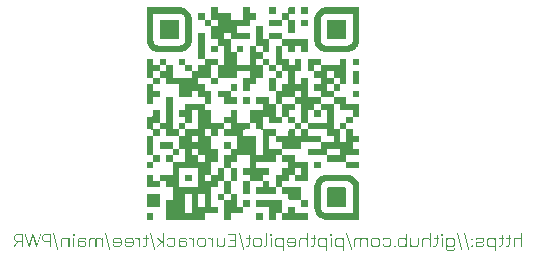
<source format=gbr>
%TF.GenerationSoftware,KiCad,Pcbnew,7.0.8*%
%TF.CreationDate,2023-10-16T07:21:23+01:00*%
%TF.ProjectId,SYNTH_PWR_MKII,53594e54-485f-4505-9752-5f4d4b49492e,1.0*%
%TF.SameCoordinates,Original*%
%TF.FileFunction,Legend,Bot*%
%TF.FilePolarity,Positive*%
%FSLAX46Y46*%
G04 Gerber Fmt 4.6, Leading zero omitted, Abs format (unit mm)*
G04 Created by KiCad (PCBNEW 7.0.8) date 2023-10-16 07:21:23*
%MOMM*%
%LPD*%
G01*
G04 APERTURE LIST*
%ADD10C,0.150000*%
G04 APERTURE END LIST*
D10*
G36*
X166768939Y-123886000D02*
G01*
X166781604Y-123884926D01*
X166793969Y-123880805D01*
X166803243Y-123873592D01*
X166809425Y-123863288D01*
X166812516Y-123849893D01*
X166812903Y-123842036D01*
X166812903Y-122764925D01*
X166811829Y-122752260D01*
X166807708Y-122739895D01*
X166800495Y-122730621D01*
X166790191Y-122724439D01*
X166776796Y-122721348D01*
X166768939Y-122720961D01*
X166756189Y-122722034D01*
X166743742Y-122726156D01*
X166734406Y-122733369D01*
X166728183Y-122743673D01*
X166725071Y-122757068D01*
X166724682Y-122764925D01*
X166724682Y-123216286D01*
X166714247Y-123201273D01*
X166702801Y-123187228D01*
X166690342Y-123174153D01*
X166676871Y-123162045D01*
X166662389Y-123150907D01*
X166646894Y-123140737D01*
X166630387Y-123131535D01*
X166612868Y-123123302D01*
X166594336Y-123116038D01*
X166574793Y-123109742D01*
X166554238Y-123104415D01*
X166532670Y-123100057D01*
X166510091Y-123096667D01*
X166498422Y-123095335D01*
X166486499Y-123094245D01*
X166474324Y-123093398D01*
X166461896Y-123092792D01*
X166449214Y-123092429D01*
X166436280Y-123092308D01*
X166389092Y-123092308D01*
X166369749Y-123092592D01*
X166351068Y-123093444D01*
X166333049Y-123094863D01*
X166315691Y-123096851D01*
X166298995Y-123099406D01*
X166282961Y-123102530D01*
X166267589Y-123106221D01*
X166252878Y-123110480D01*
X166238829Y-123115306D01*
X166225442Y-123120701D01*
X166212717Y-123126664D01*
X166200653Y-123133194D01*
X166189251Y-123140293D01*
X166178511Y-123147959D01*
X166168432Y-123156193D01*
X166159016Y-123164995D01*
X166150214Y-123174411D01*
X166141980Y-123184490D01*
X166134313Y-123195230D01*
X166127215Y-123206632D01*
X166120685Y-123218696D01*
X166114722Y-123231421D01*
X166109327Y-123244808D01*
X166104501Y-123258857D01*
X166100242Y-123273568D01*
X166096550Y-123288940D01*
X166093427Y-123304974D01*
X166090872Y-123321670D01*
X166088884Y-123339028D01*
X166087465Y-123357047D01*
X166086613Y-123375728D01*
X166086329Y-123395071D01*
X166086329Y-123842036D01*
X166087402Y-123854701D01*
X166091524Y-123867066D01*
X166098737Y-123876340D01*
X166109041Y-123882522D01*
X166122436Y-123885613D01*
X166130293Y-123886000D01*
X166143042Y-123884926D01*
X166155490Y-123880805D01*
X166164825Y-123873592D01*
X166171049Y-123863288D01*
X166174160Y-123849893D01*
X166174549Y-123842036D01*
X166174549Y-123395071D01*
X166174735Y-123380336D01*
X166175291Y-123366170D01*
X166176219Y-123352574D01*
X166177517Y-123339549D01*
X166179186Y-123327094D01*
X166181226Y-123315209D01*
X166184982Y-123298450D01*
X166189573Y-123282974D01*
X166194998Y-123268781D01*
X166201257Y-123255871D01*
X166208352Y-123244244D01*
X166216281Y-123233900D01*
X166222030Y-123227716D01*
X166231567Y-123219283D01*
X166242370Y-123211680D01*
X166254441Y-123204906D01*
X166267780Y-123198961D01*
X166282386Y-123193846D01*
X166298259Y-123189560D01*
X166315400Y-123186104D01*
X166327531Y-123184261D01*
X166340226Y-123182786D01*
X166353483Y-123181681D01*
X166367305Y-123180943D01*
X166381689Y-123180575D01*
X166389092Y-123180528D01*
X166436280Y-123180528D01*
X166452260Y-123180690D01*
X166467815Y-123181174D01*
X166482943Y-123181981D01*
X166497646Y-123183111D01*
X166511923Y-123184564D01*
X166525774Y-123186340D01*
X166539199Y-123188438D01*
X166552198Y-123190860D01*
X166564771Y-123193604D01*
X166576918Y-123196671D01*
X166588639Y-123200061D01*
X166599935Y-123203774D01*
X166616080Y-123209949D01*
X166631266Y-123216850D01*
X166640858Y-123221854D01*
X166654294Y-123230007D01*
X166666577Y-123238969D01*
X166677705Y-123248740D01*
X166687679Y-123259320D01*
X166696499Y-123270708D01*
X166704166Y-123282906D01*
X166710678Y-123295912D01*
X166716036Y-123309727D01*
X166720240Y-123324351D01*
X166723290Y-123339784D01*
X166724682Y-123350521D01*
X166724682Y-123842036D01*
X166725762Y-123854701D01*
X166729912Y-123867066D01*
X166737172Y-123876340D01*
X166747545Y-123882522D01*
X166761030Y-123885613D01*
X166768939Y-123886000D01*
G37*
G36*
X165464096Y-123886000D02*
G01*
X165483150Y-123885721D01*
X165501552Y-123884887D01*
X165519301Y-123883496D01*
X165536398Y-123881548D01*
X165552842Y-123879044D01*
X165568633Y-123875984D01*
X165583772Y-123872367D01*
X165598258Y-123868194D01*
X165612092Y-123863465D01*
X165625273Y-123858179D01*
X165637802Y-123852336D01*
X165649678Y-123845938D01*
X165660901Y-123838982D01*
X165671472Y-123831471D01*
X165681390Y-123823403D01*
X165690655Y-123814778D01*
X165699280Y-123805520D01*
X165707348Y-123795622D01*
X165714860Y-123785086D01*
X165721815Y-123773910D01*
X165728214Y-123762096D01*
X165734056Y-123749643D01*
X165739342Y-123736551D01*
X165744071Y-123722821D01*
X165748244Y-123708451D01*
X165751861Y-123693443D01*
X165754921Y-123677796D01*
X165757425Y-123661510D01*
X165759373Y-123644585D01*
X165760764Y-123627021D01*
X165761598Y-123608819D01*
X165761877Y-123589977D01*
X165761877Y-123180528D01*
X165861821Y-123180528D01*
X165874486Y-123179448D01*
X165886851Y-123175299D01*
X165896125Y-123168038D01*
X165902307Y-123157665D01*
X165905398Y-123144181D01*
X165905785Y-123136272D01*
X165904711Y-123123606D01*
X165900590Y-123111242D01*
X165893377Y-123101968D01*
X165883073Y-123095786D01*
X165869678Y-123092694D01*
X165861821Y-123092308D01*
X165761877Y-123092308D01*
X165761877Y-122911471D01*
X165760796Y-122898805D01*
X165756647Y-122886440D01*
X165749386Y-122877167D01*
X165739014Y-122870984D01*
X165725529Y-122867893D01*
X165717620Y-122867507D01*
X165704955Y-122868580D01*
X165692590Y-122872702D01*
X165683316Y-122879915D01*
X165677134Y-122890219D01*
X165674043Y-122903614D01*
X165673656Y-122911471D01*
X165673656Y-123092308D01*
X165462630Y-123092308D01*
X165449965Y-123093381D01*
X165437600Y-123097503D01*
X165428327Y-123104716D01*
X165422144Y-123115020D01*
X165419053Y-123128415D01*
X165418667Y-123136272D01*
X165419740Y-123149021D01*
X165423862Y-123161469D01*
X165431074Y-123170804D01*
X165441378Y-123177028D01*
X165454774Y-123180139D01*
X165462630Y-123180528D01*
X165673656Y-123180528D01*
X165673656Y-123589977D01*
X165673478Y-123604351D01*
X165672942Y-123618164D01*
X165672049Y-123631416D01*
X165670799Y-123644107D01*
X165669191Y-123656238D01*
X165667226Y-123667807D01*
X165663610Y-123684108D01*
X165659189Y-123699148D01*
X165653965Y-123712925D01*
X165647937Y-123725440D01*
X165641106Y-123736693D01*
X165633471Y-123746684D01*
X165627934Y-123752643D01*
X165618675Y-123760709D01*
X165608154Y-123767982D01*
X165596370Y-123774462D01*
X165583324Y-123780148D01*
X165569017Y-123785040D01*
X165553446Y-123789140D01*
X165536614Y-123792446D01*
X165524691Y-123794209D01*
X165512207Y-123795619D01*
X165499162Y-123796677D01*
X165485556Y-123797382D01*
X165471390Y-123797735D01*
X165464096Y-123797779D01*
X165451383Y-123798660D01*
X165439923Y-123801705D01*
X165429873Y-123808231D01*
X165429218Y-123808916D01*
X165422788Y-123818795D01*
X165419501Y-123830529D01*
X165418667Y-123842036D01*
X165419776Y-123854701D01*
X165424035Y-123867066D01*
X165431488Y-123876340D01*
X165442135Y-123882522D01*
X165455977Y-123885613D01*
X165464096Y-123886000D01*
G37*
G36*
X164862672Y-123886000D02*
G01*
X164881727Y-123885721D01*
X164900128Y-123884887D01*
X164917878Y-123883496D01*
X164934974Y-123881548D01*
X164951418Y-123879044D01*
X164967210Y-123875984D01*
X164982349Y-123872367D01*
X164996835Y-123868194D01*
X165010668Y-123863465D01*
X165023850Y-123858179D01*
X165036378Y-123852336D01*
X165048254Y-123845938D01*
X165059477Y-123838982D01*
X165070048Y-123831471D01*
X165079966Y-123823403D01*
X165089232Y-123814778D01*
X165097856Y-123805520D01*
X165105924Y-123795622D01*
X165113436Y-123785086D01*
X165120391Y-123773910D01*
X165126790Y-123762096D01*
X165132632Y-123749643D01*
X165137918Y-123736551D01*
X165142648Y-123722821D01*
X165146821Y-123708451D01*
X165150438Y-123693443D01*
X165153498Y-123677796D01*
X165156002Y-123661510D01*
X165157949Y-123644585D01*
X165159340Y-123627021D01*
X165160175Y-123608819D01*
X165160453Y-123589977D01*
X165160453Y-123180528D01*
X165260397Y-123180528D01*
X165273063Y-123179448D01*
X165285427Y-123175299D01*
X165294701Y-123168038D01*
X165300883Y-123157665D01*
X165303975Y-123144181D01*
X165304361Y-123136272D01*
X165303288Y-123123606D01*
X165299166Y-123111242D01*
X165291953Y-123101968D01*
X165281649Y-123095786D01*
X165268254Y-123092694D01*
X165260397Y-123092308D01*
X165160453Y-123092308D01*
X165160453Y-122911471D01*
X165159373Y-122898805D01*
X165155224Y-122886440D01*
X165147963Y-122877167D01*
X165137590Y-122870984D01*
X165124105Y-122867893D01*
X165116196Y-122867507D01*
X165103531Y-122868580D01*
X165091166Y-122872702D01*
X165081893Y-122879915D01*
X165075710Y-122890219D01*
X165072619Y-122903614D01*
X165072233Y-122911471D01*
X165072233Y-123092308D01*
X164861207Y-123092308D01*
X164848541Y-123093381D01*
X164836177Y-123097503D01*
X164826903Y-123104716D01*
X164820721Y-123115020D01*
X164817629Y-123128415D01*
X164817243Y-123136272D01*
X164818316Y-123149021D01*
X164822438Y-123161469D01*
X164829651Y-123170804D01*
X164839955Y-123177028D01*
X164853350Y-123180139D01*
X164861207Y-123180528D01*
X165072233Y-123180528D01*
X165072233Y-123589977D01*
X165072054Y-123604351D01*
X165071518Y-123618164D01*
X165070625Y-123631416D01*
X165069375Y-123644107D01*
X165067768Y-123656238D01*
X165065803Y-123667807D01*
X165062186Y-123684108D01*
X165057766Y-123699148D01*
X165052542Y-123712925D01*
X165046514Y-123725440D01*
X165039682Y-123736693D01*
X165032047Y-123746684D01*
X165026510Y-123752643D01*
X165017251Y-123760709D01*
X165006730Y-123767982D01*
X164994947Y-123774462D01*
X164981901Y-123780148D01*
X164967593Y-123785040D01*
X164952023Y-123789140D01*
X164935190Y-123792446D01*
X164923267Y-123794209D01*
X164910784Y-123795619D01*
X164897739Y-123796677D01*
X164884133Y-123797382D01*
X164869966Y-123797735D01*
X164862672Y-123797779D01*
X164849960Y-123798660D01*
X164838499Y-123801705D01*
X164828449Y-123808231D01*
X164827794Y-123808916D01*
X164821365Y-123818795D01*
X164818078Y-123830529D01*
X164817243Y-123842036D01*
X164818352Y-123854701D01*
X164822611Y-123867066D01*
X164830064Y-123876340D01*
X164840712Y-123882522D01*
X164854554Y-123885613D01*
X164862672Y-123886000D01*
G37*
G36*
X164222335Y-123092426D02*
G01*
X164235580Y-123092780D01*
X164248521Y-123093369D01*
X164261157Y-123094195D01*
X164273489Y-123095256D01*
X164285516Y-123096553D01*
X164297238Y-123098086D01*
X164314251Y-123100828D01*
X164330578Y-123104100D01*
X164346221Y-123107903D01*
X164361178Y-123112237D01*
X164375450Y-123117101D01*
X164389036Y-123122496D01*
X164397702Y-123126344D01*
X164410224Y-123132533D01*
X164422174Y-123139221D01*
X164433552Y-123146409D01*
X164444359Y-123154096D01*
X164454593Y-123162284D01*
X164464256Y-123170971D01*
X164473346Y-123180158D01*
X164481865Y-123189844D01*
X164489812Y-123200031D01*
X164497187Y-123210717D01*
X164497187Y-123136272D01*
X164497576Y-123128415D01*
X164500688Y-123115020D01*
X164506912Y-123104716D01*
X164516247Y-123097503D01*
X164528694Y-123093381D01*
X164541444Y-123092308D01*
X164549301Y-123092694D01*
X164562696Y-123095786D01*
X164573000Y-123101968D01*
X164580213Y-123111242D01*
X164584334Y-123123606D01*
X164585408Y-123136272D01*
X164585408Y-124177919D01*
X164585021Y-124185775D01*
X164581930Y-124199171D01*
X164575748Y-124209475D01*
X164566474Y-124216687D01*
X164554109Y-124220809D01*
X164541444Y-124221882D01*
X164533535Y-124221496D01*
X164520050Y-124218405D01*
X164509678Y-124212222D01*
X164502417Y-124202949D01*
X164498268Y-124190584D01*
X164497187Y-124177919D01*
X164497187Y-123886000D01*
X164144891Y-123886000D01*
X164125548Y-123885716D01*
X164106867Y-123884864D01*
X164088848Y-123883444D01*
X164071490Y-123881457D01*
X164054794Y-123878901D01*
X164038760Y-123875778D01*
X164023388Y-123872087D01*
X164008677Y-123867828D01*
X163994628Y-123863001D01*
X163981241Y-123857606D01*
X163968516Y-123851644D01*
X163956452Y-123845113D01*
X163945050Y-123838015D01*
X163934310Y-123830349D01*
X163924231Y-123822115D01*
X163914815Y-123813313D01*
X163906013Y-123803862D01*
X163897779Y-123793754D01*
X163890112Y-123782988D01*
X163883014Y-123771566D01*
X163876484Y-123759486D01*
X163870521Y-123746749D01*
X163865126Y-123733355D01*
X163860300Y-123719304D01*
X163856041Y-123704595D01*
X163852349Y-123689230D01*
X163849226Y-123673207D01*
X163846671Y-123656527D01*
X163844683Y-123639190D01*
X163843264Y-123621196D01*
X163842412Y-123602545D01*
X163842128Y-123583236D01*
X163930348Y-123583236D01*
X163930395Y-123590658D01*
X163930763Y-123605076D01*
X163931500Y-123618929D01*
X163932606Y-123632217D01*
X163934081Y-123644939D01*
X163935924Y-123657095D01*
X163939380Y-123674270D01*
X163943666Y-123690171D01*
X163948781Y-123704800D01*
X163954726Y-123718157D01*
X163961500Y-123730241D01*
X163969103Y-123741052D01*
X163977536Y-123750591D01*
X163983720Y-123756305D01*
X163994064Y-123764185D01*
X164005691Y-123771236D01*
X164018601Y-123777457D01*
X164032794Y-123782848D01*
X164048270Y-123787411D01*
X164065029Y-123791143D01*
X164076914Y-123793171D01*
X164089369Y-123794830D01*
X164102394Y-123796120D01*
X164115990Y-123797042D01*
X164130155Y-123797595D01*
X164144891Y-123797779D01*
X164497187Y-123797779D01*
X164497187Y-123351694D01*
X164495629Y-123340919D01*
X164492394Y-123325432D01*
X164488083Y-123310753D01*
X164482695Y-123296883D01*
X164476230Y-123283821D01*
X164468688Y-123271569D01*
X164460070Y-123260126D01*
X164450375Y-123249491D01*
X164439603Y-123239665D01*
X164427754Y-123230649D01*
X164414829Y-123222441D01*
X164405574Y-123217365D01*
X164390787Y-123210366D01*
X164374913Y-123204104D01*
X164363726Y-123200338D01*
X164352057Y-123196900D01*
X164339904Y-123193790D01*
X164327267Y-123191006D01*
X164314148Y-123188551D01*
X164300546Y-123186422D01*
X164286460Y-123184621D01*
X164271892Y-123183148D01*
X164256840Y-123182002D01*
X164241305Y-123181183D01*
X164225287Y-123180692D01*
X164208785Y-123180528D01*
X164144891Y-123180528D01*
X164137452Y-123180575D01*
X164123001Y-123180943D01*
X164109121Y-123181681D01*
X164095810Y-123182786D01*
X164083070Y-123184261D01*
X164070900Y-123186104D01*
X164053714Y-123189560D01*
X164037810Y-123193846D01*
X164023190Y-123198961D01*
X164009852Y-123204906D01*
X163997797Y-123211680D01*
X163987025Y-123219283D01*
X163977536Y-123227716D01*
X163971822Y-123233900D01*
X163963942Y-123244244D01*
X163956892Y-123255871D01*
X163950670Y-123268781D01*
X163945279Y-123282974D01*
X163940717Y-123298450D01*
X163936984Y-123315209D01*
X163934957Y-123327094D01*
X163933298Y-123339549D01*
X163932007Y-123352574D01*
X163931086Y-123366170D01*
X163930533Y-123380336D01*
X163930348Y-123395071D01*
X163930348Y-123583236D01*
X163842128Y-123583236D01*
X163842128Y-123395071D01*
X163842412Y-123375728D01*
X163843264Y-123357047D01*
X163844683Y-123339028D01*
X163846671Y-123321670D01*
X163849226Y-123304974D01*
X163852349Y-123288940D01*
X163856041Y-123273568D01*
X163860300Y-123258857D01*
X163865126Y-123244808D01*
X163870521Y-123231421D01*
X163876484Y-123218696D01*
X163883014Y-123206632D01*
X163890112Y-123195230D01*
X163897779Y-123184490D01*
X163906013Y-123174411D01*
X163914815Y-123164995D01*
X163924231Y-123156193D01*
X163934310Y-123147959D01*
X163945050Y-123140293D01*
X163956452Y-123133194D01*
X163968516Y-123126664D01*
X163981241Y-123120701D01*
X163994628Y-123115306D01*
X164008677Y-123110480D01*
X164023388Y-123106221D01*
X164038760Y-123102530D01*
X164054794Y-123099406D01*
X164071490Y-123096851D01*
X164088848Y-123094863D01*
X164106867Y-123093444D01*
X164125548Y-123092592D01*
X164144891Y-123092308D01*
X164208785Y-123092308D01*
X164222335Y-123092426D01*
G37*
G36*
X163377871Y-123884827D02*
G01*
X163390543Y-123884655D01*
X163402839Y-123884140D01*
X163414759Y-123883282D01*
X163431936Y-123881350D01*
X163448268Y-123878645D01*
X163463755Y-123875167D01*
X163478397Y-123870917D01*
X163492194Y-123865894D01*
X163505146Y-123860098D01*
X163517253Y-123853529D01*
X163528516Y-123846187D01*
X163535554Y-123840863D01*
X163545397Y-123832156D01*
X163554483Y-123822629D01*
X163562811Y-123812283D01*
X163570382Y-123801117D01*
X163577195Y-123789133D01*
X163583251Y-123776330D01*
X163588550Y-123762707D01*
X163593092Y-123748265D01*
X163596876Y-123733004D01*
X163599903Y-123716924D01*
X163601500Y-123705748D01*
X163601437Y-123692954D01*
X163598260Y-123681062D01*
X163591828Y-123671457D01*
X163582389Y-123664448D01*
X163570595Y-123660349D01*
X163557829Y-123659147D01*
X163545545Y-123660234D01*
X163533674Y-123664411D01*
X163526175Y-123670284D01*
X163519292Y-123679942D01*
X163514793Y-123691475D01*
X163512400Y-123702817D01*
X163510133Y-123715439D01*
X163507143Y-123727071D01*
X163502387Y-123740220D01*
X163496501Y-123751823D01*
X163489484Y-123761881D01*
X163481337Y-123770393D01*
X163474005Y-123776090D01*
X163463466Y-123782001D01*
X163451268Y-123786909D01*
X163437409Y-123790816D01*
X163425126Y-123793221D01*
X163411782Y-123794984D01*
X163397374Y-123796106D01*
X163381905Y-123796587D01*
X163377871Y-123796607D01*
X163102365Y-123796607D01*
X163088020Y-123796346D01*
X163074551Y-123795566D01*
X163061958Y-123794265D01*
X163050241Y-123792444D01*
X163035980Y-123789206D01*
X163023276Y-123785043D01*
X163012130Y-123779955D01*
X163000386Y-123772295D01*
X162994508Y-123767004D01*
X162986064Y-123756566D01*
X162979052Y-123743752D01*
X162974472Y-123731790D01*
X162970808Y-123718308D01*
X162968061Y-123703305D01*
X162966601Y-123691055D01*
X162965656Y-123677950D01*
X162965227Y-123663990D01*
X162965198Y-123659147D01*
X162965456Y-123644852D01*
X162966229Y-123631422D01*
X162967517Y-123618858D01*
X162969320Y-123607160D01*
X162972526Y-123592908D01*
X162976647Y-123580195D01*
X162981685Y-123569021D01*
X162989270Y-123557217D01*
X162994508Y-123551289D01*
X163004791Y-123542846D01*
X163017508Y-123535833D01*
X163029433Y-123531254D01*
X163042916Y-123527590D01*
X163057955Y-123524842D01*
X163070256Y-123523382D01*
X163083433Y-123522438D01*
X163097486Y-123522009D01*
X163102365Y-123521980D01*
X163374061Y-123521980D01*
X163387543Y-123521775D01*
X163400586Y-123521160D01*
X163413189Y-123520136D01*
X163425352Y-123518701D01*
X163437076Y-123516857D01*
X163453837Y-123513321D01*
X163469609Y-123508864D01*
X163484392Y-123503485D01*
X163498185Y-123497183D01*
X163510990Y-123489959D01*
X163522805Y-123481813D01*
X163533631Y-123472744D01*
X163537020Y-123469517D01*
X163546500Y-123459125D01*
X163555048Y-123447734D01*
X163562664Y-123435343D01*
X163569347Y-123421953D01*
X163575097Y-123407564D01*
X163579915Y-123392175D01*
X163583801Y-123375786D01*
X163586754Y-123358398D01*
X163588204Y-123346251D01*
X163589240Y-123333660D01*
X163589862Y-123320624D01*
X163590069Y-123307144D01*
X163589863Y-123293452D01*
X163589245Y-123280221D01*
X163588215Y-123267450D01*
X163586772Y-123255139D01*
X163584917Y-123243288D01*
X163581362Y-123226375D01*
X163576880Y-123210497D01*
X163571471Y-123195655D01*
X163565134Y-123181849D01*
X163557869Y-123169078D01*
X163549678Y-123157342D01*
X163540559Y-123146642D01*
X163537313Y-123143306D01*
X163526864Y-123133930D01*
X163515410Y-123125477D01*
X163502952Y-123117945D01*
X163489489Y-123111336D01*
X163475021Y-123105649D01*
X163459549Y-123100884D01*
X163443072Y-123097042D01*
X163425590Y-123094121D01*
X163413378Y-123092687D01*
X163400718Y-123091662D01*
X163387613Y-123091047D01*
X163374061Y-123090842D01*
X163110865Y-123090842D01*
X163099124Y-123091006D01*
X163076638Y-123092316D01*
X163055481Y-123094935D01*
X163035651Y-123098865D01*
X163017150Y-123104104D01*
X162999977Y-123110652D01*
X162984131Y-123118511D01*
X162969614Y-123127679D01*
X162956425Y-123138157D01*
X162944564Y-123149945D01*
X162934031Y-123163043D01*
X162924826Y-123177450D01*
X162916949Y-123193167D01*
X162910401Y-123210194D01*
X162905180Y-123228530D01*
X162901287Y-123248176D01*
X162899839Y-123258491D01*
X162899158Y-123271285D01*
X162901913Y-123283177D01*
X162908339Y-123292782D01*
X162918753Y-123300105D01*
X162930761Y-123303849D01*
X162942337Y-123304799D01*
X162954651Y-123303740D01*
X162966631Y-123299674D01*
X162974284Y-123293955D01*
X162981112Y-123284242D01*
X162985851Y-123272948D01*
X162988646Y-123262008D01*
X162991099Y-123248062D01*
X162994611Y-123235532D01*
X162999182Y-123224420D01*
X163006065Y-123212955D01*
X163014473Y-123203530D01*
X163022644Y-123197235D01*
X163034229Y-123191059D01*
X163045631Y-123186889D01*
X163058621Y-123183606D01*
X163073200Y-123181210D01*
X163086007Y-123179933D01*
X163099830Y-123179223D01*
X163110865Y-123179063D01*
X163374061Y-123179063D01*
X163387395Y-123179300D01*
X163399921Y-123180011D01*
X163411637Y-123181196D01*
X163426001Y-123183513D01*
X163438927Y-123186673D01*
X163450414Y-123190676D01*
X163462752Y-123196864D01*
X163472843Y-123204368D01*
X163474591Y-123206027D01*
X163482444Y-123215606D01*
X163488965Y-123227488D01*
X163493224Y-123238653D01*
X163496632Y-123251293D01*
X163499187Y-123265407D01*
X163500890Y-123280996D01*
X163501609Y-123293655D01*
X163501849Y-123307144D01*
X163501607Y-123320219D01*
X163500880Y-123332516D01*
X163499158Y-123347702D01*
X163496575Y-123361504D01*
X163493132Y-123373924D01*
X163488827Y-123384961D01*
X163482235Y-123396812D01*
X163474298Y-123406502D01*
X163464587Y-123414354D01*
X163452671Y-123420876D01*
X163441552Y-123425135D01*
X163429022Y-123428542D01*
X163415082Y-123431098D01*
X163399732Y-123432801D01*
X163387293Y-123433520D01*
X163374061Y-123433759D01*
X163102365Y-123433759D01*
X163088132Y-123433974D01*
X163074375Y-123434616D01*
X163061094Y-123435686D01*
X163048290Y-123437185D01*
X163035962Y-123439112D01*
X163024110Y-123441467D01*
X163007225Y-123445802D01*
X162991412Y-123451101D01*
X162976670Y-123457363D01*
X162963000Y-123464589D01*
X162950402Y-123472778D01*
X162938875Y-123481931D01*
X162931786Y-123488568D01*
X162921991Y-123499380D01*
X162913160Y-123511264D01*
X162905292Y-123524219D01*
X162898387Y-123538247D01*
X162892446Y-123553345D01*
X162887468Y-123569516D01*
X162883454Y-123586758D01*
X162881313Y-123598848D01*
X162879601Y-123611414D01*
X162878316Y-123624457D01*
X162877460Y-123637975D01*
X162877031Y-123651971D01*
X162876978Y-123659147D01*
X162877192Y-123673346D01*
X162877834Y-123687073D01*
X162878905Y-123700328D01*
X162880403Y-123713112D01*
X162882330Y-123725424D01*
X162884685Y-123737265D01*
X162889021Y-123754141D01*
X162894319Y-123769956D01*
X162900582Y-123784710D01*
X162907807Y-123798402D01*
X162915997Y-123811033D01*
X162925149Y-123822602D01*
X162931786Y-123829726D01*
X162942598Y-123839573D01*
X162954482Y-123848452D01*
X162967438Y-123856362D01*
X162981465Y-123863303D01*
X162996564Y-123869276D01*
X163012734Y-123874280D01*
X163029976Y-123878316D01*
X163042066Y-123880469D01*
X163054632Y-123882190D01*
X163067675Y-123883482D01*
X163081194Y-123884343D01*
X163095189Y-123884773D01*
X163102365Y-123884827D01*
X163377871Y-123884827D01*
G37*
G36*
X162598834Y-123886000D02*
G01*
X162612766Y-123884790D01*
X162624337Y-123881162D01*
X162635104Y-123873616D01*
X162642472Y-123862588D01*
X162646014Y-123850737D01*
X162647194Y-123836467D01*
X162647194Y-123804520D01*
X162646014Y-123790757D01*
X162642472Y-123779327D01*
X162635104Y-123768690D01*
X162624337Y-123761412D01*
X162612766Y-123757913D01*
X162598834Y-123756746D01*
X162567180Y-123756746D01*
X162553502Y-123757913D01*
X162542142Y-123761412D01*
X162531570Y-123768690D01*
X162524336Y-123779327D01*
X162520859Y-123790757D01*
X162519699Y-123804520D01*
X162519699Y-123836467D01*
X162520859Y-123850737D01*
X162524336Y-123862588D01*
X162531570Y-123873616D01*
X162542142Y-123881162D01*
X162553502Y-123884790D01*
X162567180Y-123886000D01*
X162598834Y-123886000D01*
G37*
G36*
X162598834Y-123323264D02*
G01*
X162612766Y-123322055D01*
X162624337Y-123318427D01*
X162635104Y-123310881D01*
X162642472Y-123299852D01*
X162646014Y-123288001D01*
X162647194Y-123273732D01*
X162647194Y-123241785D01*
X162646014Y-123228022D01*
X162642472Y-123216591D01*
X162635104Y-123205954D01*
X162624337Y-123198676D01*
X162612766Y-123195177D01*
X162598834Y-123194011D01*
X162567180Y-123194011D01*
X162553502Y-123195177D01*
X162542142Y-123198676D01*
X162531570Y-123205954D01*
X162524336Y-123216591D01*
X162520859Y-123228022D01*
X162519699Y-123241785D01*
X162519699Y-123273732D01*
X162520859Y-123288001D01*
X162524336Y-123299852D01*
X162531570Y-123310881D01*
X162542142Y-123318427D01*
X162553502Y-123322055D01*
X162567180Y-123323264D01*
X162598834Y-123323264D01*
G37*
G36*
X162274089Y-124116662D02*
G01*
X162286087Y-124115637D01*
X162297440Y-124112030D01*
X162307389Y-124104978D01*
X162311311Y-124100249D01*
X162316710Y-124089247D01*
X162318616Y-124076756D01*
X162317346Y-124064242D01*
X162316294Y-124059803D01*
X161971912Y-122720082D01*
X161967917Y-122708528D01*
X161960939Y-122698069D01*
X161951464Y-122690864D01*
X161939493Y-122686913D01*
X161929413Y-122686083D01*
X161916920Y-122687036D01*
X161905230Y-122690385D01*
X161895178Y-122696933D01*
X161891311Y-122701324D01*
X161885913Y-122711908D01*
X161884007Y-122724611D01*
X161884996Y-122736298D01*
X161886329Y-122742650D01*
X162231591Y-124082664D01*
X162235406Y-124094218D01*
X162242281Y-124104677D01*
X162251764Y-124111881D01*
X162263855Y-124115832D01*
X162274089Y-124116662D01*
G37*
G36*
X161701974Y-124116662D02*
G01*
X161713973Y-124115637D01*
X161725325Y-124112030D01*
X161735274Y-124104978D01*
X161739197Y-124100249D01*
X161744595Y-124089247D01*
X161746501Y-124076756D01*
X161745231Y-124064242D01*
X161744180Y-124059803D01*
X161399797Y-122720082D01*
X161395803Y-122708528D01*
X161388824Y-122698069D01*
X161379349Y-122690864D01*
X161367378Y-122686913D01*
X161357299Y-122686083D01*
X161344806Y-122687036D01*
X161333116Y-122690385D01*
X161323064Y-122696933D01*
X161319197Y-122701324D01*
X161313799Y-122711908D01*
X161311893Y-122724611D01*
X161312882Y-122736298D01*
X161314214Y-122742650D01*
X161659476Y-124082664D01*
X161663292Y-124094218D01*
X161670166Y-124104677D01*
X161679649Y-124111881D01*
X161691741Y-124115832D01*
X161701974Y-124116662D01*
G37*
G36*
X160834458Y-123092590D02*
G01*
X160853172Y-123093435D01*
X160871223Y-123094843D01*
X160888609Y-123096814D01*
X160905331Y-123099349D01*
X160921390Y-123102447D01*
X160936784Y-123106108D01*
X160951514Y-123110333D01*
X160965580Y-123115121D01*
X160978982Y-123120472D01*
X160991720Y-123126387D01*
X161003794Y-123132864D01*
X161015204Y-123139906D01*
X161025950Y-123147510D01*
X161036032Y-123155678D01*
X161045450Y-123164408D01*
X161054216Y-123173724D01*
X161062417Y-123183720D01*
X161070052Y-123194396D01*
X161077122Y-123205753D01*
X161083626Y-123217789D01*
X161089564Y-123230505D01*
X161094937Y-123243901D01*
X161099745Y-123257978D01*
X161103987Y-123272734D01*
X161107663Y-123288171D01*
X161110773Y-123304287D01*
X161113319Y-123321084D01*
X161115298Y-123338561D01*
X161116712Y-123356718D01*
X161117560Y-123375554D01*
X161117843Y-123395071D01*
X161117843Y-123584995D01*
X161117559Y-123604090D01*
X161116707Y-123622542D01*
X161115288Y-123640351D01*
X161113300Y-123657516D01*
X161110745Y-123674038D01*
X161107622Y-123689917D01*
X161103931Y-123705152D01*
X161099672Y-123719743D01*
X161094845Y-123733692D01*
X161089450Y-123746996D01*
X161083487Y-123759658D01*
X161076957Y-123771676D01*
X161069859Y-123783050D01*
X161062192Y-123793781D01*
X161053958Y-123803869D01*
X161045157Y-123813313D01*
X161035705Y-123822115D01*
X161025597Y-123830349D01*
X161014832Y-123838015D01*
X161003409Y-123845113D01*
X160991330Y-123851644D01*
X160978593Y-123857606D01*
X160965199Y-123863001D01*
X160951147Y-123867828D01*
X160936439Y-123872087D01*
X160921074Y-123875778D01*
X160905051Y-123878901D01*
X160888371Y-123881457D01*
X160871034Y-123883444D01*
X160853040Y-123884864D01*
X160834388Y-123885716D01*
X160815080Y-123886000D01*
X160751186Y-123886000D01*
X160737743Y-123885880D01*
X160724597Y-123885523D01*
X160711749Y-123884928D01*
X160699199Y-123884094D01*
X160686946Y-123883023D01*
X160674991Y-123881713D01*
X160663334Y-123880165D01*
X160646406Y-123877397D01*
X160630148Y-123874093D01*
X160614560Y-123870253D01*
X160599642Y-123865877D01*
X160585393Y-123860965D01*
X160571814Y-123855518D01*
X160563110Y-123851597D01*
X160550528Y-123845298D01*
X160538511Y-123838500D01*
X160527062Y-123831203D01*
X160516179Y-123823405D01*
X160505863Y-123815108D01*
X160496114Y-123806311D01*
X160486931Y-123797014D01*
X160478315Y-123787217D01*
X160470266Y-123776921D01*
X160462784Y-123766125D01*
X160462784Y-124006460D01*
X160463018Y-124019894D01*
X160463722Y-124032498D01*
X160465388Y-124048014D01*
X160467889Y-124062055D01*
X160471223Y-124074621D01*
X160475390Y-124085713D01*
X160481772Y-124097504D01*
X160489455Y-124106990D01*
X160491150Y-124108631D01*
X160501027Y-124116055D01*
X160513235Y-124122175D01*
X160524682Y-124126134D01*
X160537621Y-124129260D01*
X160552054Y-124131552D01*
X160563858Y-124132724D01*
X160576502Y-124133427D01*
X160589986Y-124133662D01*
X160902421Y-124133662D01*
X160917291Y-124133382D01*
X160931126Y-124132544D01*
X160943925Y-124131148D01*
X160955690Y-124129192D01*
X160968941Y-124125962D01*
X160980575Y-124121859D01*
X160992400Y-124115783D01*
X161000656Y-124109544D01*
X161009147Y-124100091D01*
X161016092Y-124088496D01*
X161020698Y-124077196D01*
X161024232Y-124064407D01*
X161026692Y-124050131D01*
X161029227Y-124038765D01*
X161033836Y-124027141D01*
X161040760Y-124017304D01*
X161048414Y-124011586D01*
X161060394Y-124007519D01*
X161072707Y-124006460D01*
X161083977Y-124007434D01*
X161095674Y-124011269D01*
X161105826Y-124018770D01*
X161112057Y-124028376D01*
X161115032Y-124040267D01*
X161114912Y-124053062D01*
X161113538Y-124063797D01*
X161110859Y-124079218D01*
X161107438Y-124093820D01*
X161103276Y-124107602D01*
X161098371Y-124120565D01*
X161092724Y-124132709D01*
X161086336Y-124144034D01*
X161079205Y-124154540D01*
X161071333Y-124164227D01*
X161062719Y-124173094D01*
X161053363Y-124181143D01*
X161050075Y-124183649D01*
X161039656Y-124190691D01*
X161028409Y-124197017D01*
X161016332Y-124202626D01*
X161003425Y-124207520D01*
X160989689Y-124211697D01*
X160975123Y-124215159D01*
X160959728Y-124217904D01*
X160943504Y-124219933D01*
X160926450Y-124221246D01*
X160914620Y-124221723D01*
X160902421Y-124221882D01*
X160589986Y-124221882D01*
X160583083Y-124221831D01*
X160569626Y-124221424D01*
X160556634Y-124220609D01*
X160544106Y-124219386D01*
X160532044Y-124217756D01*
X160520446Y-124215718D01*
X160503921Y-124211897D01*
X160488442Y-124207158D01*
X160474008Y-124201503D01*
X160460621Y-124194931D01*
X160448279Y-124187442D01*
X160436984Y-124179035D01*
X160426734Y-124169712D01*
X160423524Y-124166394D01*
X160414506Y-124155749D01*
X160406406Y-124144068D01*
X160399222Y-124131353D01*
X160392955Y-124117601D01*
X160387606Y-124102814D01*
X160383173Y-124086991D01*
X160379658Y-124070133D01*
X160377824Y-124058319D01*
X160376397Y-124046045D01*
X160375379Y-124033310D01*
X160374767Y-124020115D01*
X160374563Y-124006460D01*
X160374563Y-123631596D01*
X160462784Y-123631596D01*
X160463092Y-123641873D01*
X160464709Y-123656669D01*
X160467711Y-123670724D01*
X160472100Y-123684037D01*
X160477875Y-123696607D01*
X160485035Y-123708436D01*
X160493581Y-123719524D01*
X160503514Y-123729869D01*
X160514832Y-123739472D01*
X160527536Y-123748334D01*
X160541625Y-123756453D01*
X160556814Y-123763838D01*
X160572926Y-123770497D01*
X160584179Y-123774533D01*
X160595842Y-123778246D01*
X160607914Y-123781636D01*
X160620397Y-123784703D01*
X160633290Y-123787448D01*
X160646592Y-123789869D01*
X160660305Y-123791968D01*
X160674427Y-123793743D01*
X160688959Y-123795196D01*
X160703901Y-123796326D01*
X160719253Y-123797133D01*
X160735014Y-123797618D01*
X160751186Y-123797779D01*
X160815080Y-123797779D01*
X160822501Y-123797733D01*
X160836920Y-123797362D01*
X160850773Y-123796620D01*
X160864061Y-123795507D01*
X160876783Y-123794023D01*
X160888939Y-123792168D01*
X160906113Y-123788691D01*
X160922015Y-123784379D01*
X160936644Y-123779232D01*
X160950001Y-123773250D01*
X160962085Y-123766434D01*
X160972896Y-123758784D01*
X160982435Y-123750298D01*
X160988185Y-123744088D01*
X160996114Y-123733743D01*
X161003208Y-123722161D01*
X161009467Y-123709343D01*
X161014893Y-123695289D01*
X161019483Y-123679997D01*
X161023239Y-123663470D01*
X161025279Y-123651765D01*
X161026948Y-123639510D01*
X161028247Y-123626705D01*
X161029174Y-123613351D01*
X161029730Y-123599448D01*
X161029916Y-123584995D01*
X161029916Y-123395071D01*
X161029869Y-123387543D01*
X161029498Y-123372927D01*
X161028757Y-123358900D01*
X161027644Y-123345461D01*
X161026160Y-123332611D01*
X161024305Y-123320349D01*
X161020828Y-123303060D01*
X161016515Y-123287095D01*
X161011369Y-123272454D01*
X161005387Y-123259137D01*
X160998571Y-123247144D01*
X160990920Y-123236475D01*
X160982435Y-123227130D01*
X160976217Y-123221487D01*
X160965830Y-123213705D01*
X160954170Y-123206742D01*
X160941238Y-123200598D01*
X160927033Y-123195273D01*
X160911555Y-123190768D01*
X160894805Y-123187082D01*
X160882932Y-123185079D01*
X160870492Y-123183441D01*
X160857488Y-123182167D01*
X160843917Y-123181257D01*
X160829781Y-123180710D01*
X160815080Y-123180528D01*
X160677327Y-123180528D01*
X160663953Y-123180677D01*
X160651017Y-123181124D01*
X160638519Y-123181868D01*
X160626457Y-123182910D01*
X160609185Y-123185031D01*
X160592897Y-123187821D01*
X160577593Y-123191282D01*
X160563273Y-123195412D01*
X160549937Y-123200212D01*
X160537585Y-123205682D01*
X160526217Y-123211821D01*
X160515833Y-123218630D01*
X160509409Y-123223577D01*
X160500551Y-123231827D01*
X160492624Y-123241070D01*
X160485630Y-123251308D01*
X160479569Y-123262540D01*
X160474440Y-123274767D01*
X160470244Y-123287988D01*
X160466980Y-123302203D01*
X160464649Y-123317412D01*
X160463250Y-123333616D01*
X160462784Y-123350815D01*
X160462784Y-123631596D01*
X160374563Y-123631596D01*
X160374563Y-123136272D01*
X160374950Y-123128415D01*
X160378041Y-123115020D01*
X160384223Y-123104716D01*
X160393497Y-123097503D01*
X160405862Y-123093381D01*
X160418527Y-123092308D01*
X160426436Y-123092694D01*
X160439921Y-123095786D01*
X160450293Y-123101968D01*
X160457554Y-123111242D01*
X160461703Y-123123606D01*
X160462784Y-123136272D01*
X160462784Y-123182580D01*
X160470459Y-123171383D01*
X160478831Y-123160946D01*
X160487898Y-123151270D01*
X160497662Y-123142353D01*
X160508121Y-123134197D01*
X160519277Y-123126801D01*
X160531129Y-123120165D01*
X160543677Y-123114290D01*
X160553567Y-123110361D01*
X160567604Y-123105725D01*
X160582611Y-123101775D01*
X160594503Y-123099263D01*
X160606942Y-123097138D01*
X160619927Y-123095399D01*
X160633458Y-123094047D01*
X160647535Y-123093081D01*
X160662158Y-123092501D01*
X160677327Y-123092308D01*
X160815080Y-123092308D01*
X160834458Y-123092590D01*
G37*
G36*
X160051577Y-122939314D02*
G01*
X160065109Y-122938389D01*
X160076837Y-122935614D01*
X160088960Y-122929543D01*
X160098264Y-122920582D01*
X160104748Y-122908729D01*
X160107906Y-122897166D01*
X160109259Y-122883752D01*
X160109316Y-122880110D01*
X160109316Y-122842008D01*
X160108413Y-122828475D01*
X160105707Y-122816747D01*
X160099786Y-122804624D01*
X160091047Y-122795320D01*
X160079488Y-122788836D01*
X160065109Y-122785171D01*
X160051577Y-122784269D01*
X160013475Y-122784269D01*
X160000286Y-122785171D01*
X159988855Y-122787878D01*
X159977040Y-122793798D01*
X159967972Y-122802538D01*
X159961653Y-122814097D01*
X159958080Y-122828475D01*
X159957201Y-122842008D01*
X159957201Y-122880110D01*
X159958080Y-122893986D01*
X159960718Y-122906012D01*
X159966489Y-122918442D01*
X159975006Y-122927982D01*
X159986272Y-122934631D01*
X160000286Y-122938389D01*
X160013475Y-122939314D01*
X160051577Y-122939314D01*
G37*
G36*
X160032526Y-123886000D02*
G01*
X160045191Y-123884926D01*
X160057556Y-123880805D01*
X160066829Y-123873592D01*
X160073012Y-123863288D01*
X160076103Y-123849893D01*
X160076489Y-123842036D01*
X160076489Y-123136272D01*
X160075416Y-123123606D01*
X160071294Y-123111242D01*
X160064082Y-123101968D01*
X160053778Y-123095786D01*
X160040382Y-123092694D01*
X160032526Y-123092308D01*
X160019776Y-123093381D01*
X160007329Y-123097503D01*
X159997993Y-123104716D01*
X159991770Y-123115020D01*
X159988658Y-123128415D01*
X159988269Y-123136272D01*
X159988269Y-123842036D01*
X159989349Y-123854701D01*
X159993498Y-123867066D01*
X160000759Y-123876340D01*
X160011132Y-123882522D01*
X160024616Y-123885613D01*
X160032526Y-123886000D01*
G37*
G36*
X159350209Y-123886000D02*
G01*
X159369263Y-123885721D01*
X159387665Y-123884887D01*
X159405414Y-123883496D01*
X159422511Y-123881548D01*
X159438955Y-123879044D01*
X159454746Y-123875984D01*
X159469885Y-123872367D01*
X159484371Y-123868194D01*
X159498205Y-123863465D01*
X159511386Y-123858179D01*
X159523915Y-123852336D01*
X159535791Y-123845938D01*
X159547014Y-123838982D01*
X159557585Y-123831471D01*
X159567503Y-123823403D01*
X159576769Y-123814778D01*
X159585393Y-123805520D01*
X159593461Y-123795622D01*
X159600973Y-123785086D01*
X159607928Y-123773910D01*
X159614327Y-123762096D01*
X159620169Y-123749643D01*
X159625455Y-123736551D01*
X159630184Y-123722821D01*
X159634358Y-123708451D01*
X159637974Y-123693443D01*
X159641035Y-123677796D01*
X159643538Y-123661510D01*
X159645486Y-123644585D01*
X159646877Y-123627021D01*
X159647712Y-123608819D01*
X159647990Y-123589977D01*
X159647990Y-123180528D01*
X159747934Y-123180528D01*
X159760599Y-123179448D01*
X159772964Y-123175299D01*
X159782238Y-123168038D01*
X159788420Y-123157665D01*
X159791511Y-123144181D01*
X159791898Y-123136272D01*
X159790824Y-123123606D01*
X159786703Y-123111242D01*
X159779490Y-123101968D01*
X159769186Y-123095786D01*
X159755791Y-123092694D01*
X159747934Y-123092308D01*
X159647990Y-123092308D01*
X159647990Y-122911471D01*
X159646909Y-122898805D01*
X159642760Y-122886440D01*
X159635499Y-122877167D01*
X159625127Y-122870984D01*
X159611642Y-122867893D01*
X159603733Y-122867507D01*
X159591068Y-122868580D01*
X159578703Y-122872702D01*
X159569429Y-122879915D01*
X159563247Y-122890219D01*
X159560156Y-122903614D01*
X159559769Y-122911471D01*
X159559769Y-123092308D01*
X159348743Y-123092308D01*
X159336078Y-123093381D01*
X159323713Y-123097503D01*
X159314440Y-123104716D01*
X159308257Y-123115020D01*
X159305166Y-123128415D01*
X159304780Y-123136272D01*
X159305853Y-123149021D01*
X159309975Y-123161469D01*
X159317187Y-123170804D01*
X159327491Y-123177028D01*
X159340887Y-123180139D01*
X159348743Y-123180528D01*
X159559769Y-123180528D01*
X159559769Y-123589977D01*
X159559591Y-123604351D01*
X159559055Y-123618164D01*
X159558162Y-123631416D01*
X159556912Y-123644107D01*
X159555304Y-123656238D01*
X159553340Y-123667807D01*
X159549723Y-123684108D01*
X159545302Y-123699148D01*
X159540078Y-123712925D01*
X159534050Y-123725440D01*
X159527219Y-123736693D01*
X159519584Y-123746684D01*
X159514047Y-123752643D01*
X159504788Y-123760709D01*
X159494267Y-123767982D01*
X159482483Y-123774462D01*
X159469438Y-123780148D01*
X159455130Y-123785040D01*
X159439559Y-123789140D01*
X159422727Y-123792446D01*
X159410804Y-123794209D01*
X159398320Y-123795619D01*
X159385275Y-123796677D01*
X159371669Y-123797382D01*
X159357503Y-123797735D01*
X159350209Y-123797779D01*
X159337496Y-123798660D01*
X159326036Y-123801705D01*
X159315986Y-123808231D01*
X159315331Y-123808916D01*
X159308901Y-123818795D01*
X159305614Y-123830529D01*
X159304780Y-123842036D01*
X159305889Y-123854701D01*
X159310148Y-123867066D01*
X159317601Y-123876340D01*
X159328248Y-123882522D01*
X159342090Y-123885613D01*
X159350209Y-123886000D01*
G37*
G36*
X159028981Y-123886000D02*
G01*
X159041646Y-123884926D01*
X159054011Y-123880805D01*
X159063284Y-123873592D01*
X159069467Y-123863288D01*
X159072558Y-123849893D01*
X159072944Y-123842036D01*
X159072944Y-122764925D01*
X159071871Y-122752260D01*
X159067749Y-122739895D01*
X159060537Y-122730621D01*
X159050233Y-122724439D01*
X159036837Y-122721348D01*
X159028981Y-122720961D01*
X159016231Y-122722034D01*
X159003784Y-122726156D01*
X158994448Y-122733369D01*
X158988225Y-122743673D01*
X158985113Y-122757068D01*
X158984724Y-122764925D01*
X158984724Y-123216286D01*
X158974289Y-123201273D01*
X158962843Y-123187228D01*
X158950384Y-123174153D01*
X158936913Y-123162045D01*
X158922430Y-123150907D01*
X158906936Y-123140737D01*
X158890429Y-123131535D01*
X158872909Y-123123302D01*
X158854378Y-123116038D01*
X158834835Y-123109742D01*
X158814280Y-123104415D01*
X158792712Y-123100057D01*
X158770133Y-123096667D01*
X158758464Y-123095335D01*
X158746541Y-123094245D01*
X158734366Y-123093398D01*
X158721938Y-123092792D01*
X158709256Y-123092429D01*
X158696322Y-123092308D01*
X158649134Y-123092308D01*
X158629791Y-123092592D01*
X158611110Y-123093444D01*
X158593091Y-123094863D01*
X158575733Y-123096851D01*
X158559037Y-123099406D01*
X158543003Y-123102530D01*
X158527631Y-123106221D01*
X158512920Y-123110480D01*
X158498871Y-123115306D01*
X158485484Y-123120701D01*
X158472758Y-123126664D01*
X158460695Y-123133194D01*
X158449293Y-123140293D01*
X158438553Y-123147959D01*
X158428474Y-123156193D01*
X158419057Y-123164995D01*
X158410256Y-123174411D01*
X158402021Y-123184490D01*
X158394355Y-123195230D01*
X158387257Y-123206632D01*
X158380727Y-123218696D01*
X158374764Y-123231421D01*
X158369369Y-123244808D01*
X158364542Y-123258857D01*
X158360283Y-123273568D01*
X158356592Y-123288940D01*
X158353469Y-123304974D01*
X158350914Y-123321670D01*
X158348926Y-123339028D01*
X158347506Y-123357047D01*
X158346655Y-123375728D01*
X158346371Y-123395071D01*
X158346371Y-123842036D01*
X158347444Y-123854701D01*
X158351566Y-123867066D01*
X158358778Y-123876340D01*
X158369082Y-123882522D01*
X158382478Y-123885613D01*
X158390334Y-123886000D01*
X158403084Y-123884926D01*
X158415531Y-123880805D01*
X158424867Y-123873592D01*
X158431090Y-123863288D01*
X158434202Y-123849893D01*
X158434591Y-123842036D01*
X158434591Y-123395071D01*
X158434777Y-123380336D01*
X158435333Y-123366170D01*
X158436261Y-123352574D01*
X158437559Y-123339549D01*
X158439228Y-123327094D01*
X158441268Y-123315209D01*
X158445024Y-123298450D01*
X158449614Y-123282974D01*
X158455040Y-123268781D01*
X158461299Y-123255871D01*
X158468394Y-123244244D01*
X158476322Y-123233900D01*
X158482072Y-123227716D01*
X158491608Y-123219283D01*
X158502412Y-123211680D01*
X158514483Y-123204906D01*
X158527822Y-123198961D01*
X158542428Y-123193846D01*
X158558301Y-123189560D01*
X158575442Y-123186104D01*
X158587573Y-123184261D01*
X158600267Y-123182786D01*
X158613525Y-123181681D01*
X158627346Y-123180943D01*
X158641731Y-123180575D01*
X158649134Y-123180528D01*
X158696322Y-123180528D01*
X158712302Y-123180690D01*
X158727857Y-123181174D01*
X158742985Y-123181981D01*
X158757688Y-123183111D01*
X158771965Y-123184564D01*
X158785816Y-123186340D01*
X158799240Y-123188438D01*
X158812240Y-123190860D01*
X158824813Y-123193604D01*
X158836960Y-123196671D01*
X158848681Y-123200061D01*
X158859977Y-123203774D01*
X158876121Y-123209949D01*
X158891308Y-123216850D01*
X158900900Y-123221854D01*
X158914336Y-123230007D01*
X158926618Y-123238969D01*
X158937747Y-123248740D01*
X158947721Y-123259320D01*
X158956541Y-123270708D01*
X158964207Y-123282906D01*
X158970720Y-123295912D01*
X158976078Y-123309727D01*
X158980282Y-123324351D01*
X158983332Y-123339784D01*
X158984724Y-123350521D01*
X158984724Y-123842036D01*
X158985804Y-123854701D01*
X158989953Y-123867066D01*
X158997214Y-123876340D01*
X159007587Y-123882522D01*
X159021071Y-123885613D01*
X159028981Y-123886000D01*
G37*
G36*
X157381221Y-123092308D02*
G01*
X157368555Y-123093381D01*
X157356191Y-123097503D01*
X157346917Y-123104716D01*
X157340735Y-123115020D01*
X157337643Y-123128415D01*
X157337257Y-123136272D01*
X157337257Y-123842036D01*
X157338330Y-123854701D01*
X157342452Y-123867066D01*
X157349665Y-123876340D01*
X157359969Y-123882522D01*
X157373364Y-123885613D01*
X157381221Y-123886000D01*
X157393970Y-123884926D01*
X157406418Y-123880805D01*
X157415753Y-123873592D01*
X157421977Y-123863288D01*
X157425089Y-123849893D01*
X157425478Y-123842036D01*
X157425478Y-123762022D01*
X157435912Y-123777035D01*
X157447359Y-123791079D01*
X157459817Y-123804155D01*
X157473288Y-123816262D01*
X157487771Y-123827401D01*
X157503266Y-123837571D01*
X157519773Y-123846772D01*
X157537292Y-123855005D01*
X157555823Y-123862269D01*
X157575366Y-123868565D01*
X157595922Y-123873892D01*
X157617489Y-123878251D01*
X157640069Y-123881641D01*
X157651738Y-123882973D01*
X157663660Y-123884062D01*
X157675835Y-123884910D01*
X157688264Y-123885515D01*
X157700945Y-123885878D01*
X157713879Y-123886000D01*
X157761067Y-123886000D01*
X157780376Y-123885716D01*
X157799027Y-123884864D01*
X157817021Y-123883444D01*
X157834358Y-123881457D01*
X157851038Y-123878901D01*
X157867061Y-123875778D01*
X157882426Y-123872087D01*
X157897135Y-123867828D01*
X157911186Y-123863001D01*
X157924580Y-123857606D01*
X157937317Y-123851644D01*
X157949397Y-123845113D01*
X157960819Y-123838015D01*
X157971585Y-123830349D01*
X157981693Y-123822115D01*
X157991144Y-123813313D01*
X157999946Y-123803862D01*
X158008180Y-123793754D01*
X158015846Y-123782988D01*
X158022944Y-123771566D01*
X158029475Y-123759486D01*
X158035437Y-123746749D01*
X158040832Y-123733355D01*
X158045659Y-123719304D01*
X158049918Y-123704595D01*
X158053609Y-123689230D01*
X158056732Y-123673207D01*
X158059288Y-123656527D01*
X158061275Y-123639190D01*
X158062695Y-123621196D01*
X158063547Y-123602545D01*
X158063831Y-123583236D01*
X158063831Y-123136272D01*
X158062757Y-123123606D01*
X158058636Y-123111242D01*
X158051423Y-123101968D01*
X158041119Y-123095786D01*
X158027724Y-123092694D01*
X158019867Y-123092308D01*
X158007117Y-123093381D01*
X157994670Y-123097503D01*
X157985335Y-123104716D01*
X157979111Y-123115020D01*
X157975999Y-123128415D01*
X157975610Y-123136272D01*
X157975610Y-123583236D01*
X157975425Y-123597938D01*
X157974868Y-123612074D01*
X157973941Y-123625644D01*
X157972643Y-123638649D01*
X157970973Y-123651088D01*
X157968933Y-123662962D01*
X157965177Y-123679712D01*
X157960587Y-123695189D01*
X157955162Y-123709394D01*
X157948902Y-123722326D01*
X157941808Y-123733986D01*
X157933879Y-123744373D01*
X157928129Y-123750591D01*
X157918593Y-123759024D01*
X157907789Y-123766628D01*
X157895718Y-123773402D01*
X157882380Y-123779346D01*
X157867774Y-123784461D01*
X157851900Y-123788747D01*
X157834760Y-123792203D01*
X157822628Y-123794046D01*
X157809934Y-123795521D01*
X157796676Y-123796627D01*
X157782855Y-123797364D01*
X157768471Y-123797733D01*
X157761067Y-123797779D01*
X157713879Y-123797779D01*
X157697900Y-123797616D01*
X157682349Y-123797129D01*
X157667226Y-123796316D01*
X157652532Y-123795178D01*
X157638265Y-123793715D01*
X157624427Y-123791926D01*
X157611017Y-123789813D01*
X157598035Y-123787374D01*
X157585481Y-123784610D01*
X157573356Y-123781522D01*
X157561659Y-123778108D01*
X157550389Y-123774368D01*
X157534289Y-123768150D01*
X157519151Y-123761200D01*
X157509595Y-123756160D01*
X157496106Y-123747910D01*
X157483776Y-123738877D01*
X157472606Y-123729060D01*
X157462595Y-123718461D01*
X157453743Y-123707079D01*
X157446050Y-123694913D01*
X157439516Y-123681964D01*
X157434142Y-123668233D01*
X157429927Y-123653718D01*
X157426871Y-123638420D01*
X157425478Y-123627786D01*
X157425478Y-123136272D01*
X157424397Y-123123606D01*
X157420248Y-123111242D01*
X157412987Y-123101968D01*
X157402614Y-123095786D01*
X157389130Y-123092694D01*
X157381221Y-123092308D01*
G37*
G36*
X156987542Y-122721348D02*
G01*
X157000937Y-122724439D01*
X157011241Y-122730621D01*
X157018454Y-122739895D01*
X157022576Y-122752260D01*
X157023649Y-122764925D01*
X157023649Y-123842036D01*
X157023263Y-123849893D01*
X157020172Y-123863288D01*
X157013989Y-123873592D01*
X157004716Y-123880805D01*
X156992351Y-123884926D01*
X156979685Y-123886000D01*
X156971776Y-123885613D01*
X156958292Y-123882522D01*
X156947919Y-123876340D01*
X156940658Y-123867066D01*
X156936509Y-123854701D01*
X156935429Y-123842036D01*
X156935429Y-123767884D01*
X156930646Y-123775063D01*
X156922988Y-123785416D01*
X156914747Y-123795269D01*
X156905925Y-123804623D01*
X156896520Y-123813477D01*
X156886532Y-123821831D01*
X156875963Y-123829685D01*
X156864812Y-123837039D01*
X156853078Y-123843894D01*
X156840762Y-123850249D01*
X156827864Y-123856104D01*
X156814322Y-123861447D01*
X156800074Y-123866264D01*
X156785121Y-123870556D01*
X156769461Y-123874322D01*
X156753096Y-123877562D01*
X156736025Y-123880277D01*
X156724252Y-123881795D01*
X156712165Y-123883080D01*
X156699765Y-123884131D01*
X156687051Y-123884948D01*
X156674023Y-123885532D01*
X156660682Y-123885883D01*
X156647027Y-123886000D01*
X156583133Y-123886000D01*
X156563790Y-123885716D01*
X156545109Y-123884864D01*
X156527089Y-123883444D01*
X156509732Y-123881457D01*
X156493036Y-123878901D01*
X156477002Y-123875778D01*
X156461629Y-123872087D01*
X156446919Y-123867828D01*
X156432870Y-123863001D01*
X156419482Y-123857606D01*
X156406757Y-123851644D01*
X156394693Y-123845113D01*
X156383291Y-123838015D01*
X156372551Y-123830349D01*
X156362473Y-123822115D01*
X156353056Y-123813313D01*
X156344254Y-123803862D01*
X156336020Y-123793754D01*
X156328354Y-123782988D01*
X156321256Y-123771566D01*
X156314725Y-123759486D01*
X156308763Y-123746749D01*
X156303368Y-123733355D01*
X156298541Y-123719304D01*
X156294282Y-123704595D01*
X156290591Y-123689230D01*
X156287468Y-123673207D01*
X156284912Y-123656527D01*
X156282925Y-123639190D01*
X156281505Y-123621196D01*
X156280653Y-123602545D01*
X156280369Y-123583236D01*
X156368590Y-123583236D01*
X156368636Y-123590639D01*
X156369005Y-123605024D01*
X156369742Y-123618845D01*
X156370848Y-123632103D01*
X156372322Y-123644797D01*
X156374166Y-123656929D01*
X156377622Y-123674069D01*
X156381907Y-123689943D01*
X156387023Y-123704548D01*
X156392967Y-123717887D01*
X156399741Y-123729958D01*
X156407345Y-123740762D01*
X156415778Y-123750298D01*
X156421961Y-123756048D01*
X156432305Y-123763977D01*
X156443933Y-123771071D01*
X156456843Y-123777331D01*
X156471036Y-123782756D01*
X156486511Y-123787346D01*
X156503270Y-123791102D01*
X156515155Y-123793142D01*
X156527610Y-123794811D01*
X156540636Y-123796110D01*
X156554231Y-123797037D01*
X156568397Y-123797594D01*
X156583133Y-123797779D01*
X156647027Y-123797779D01*
X156662952Y-123797621D01*
X156678488Y-123797147D01*
X156693635Y-123796357D01*
X156708393Y-123795251D01*
X156722761Y-123793829D01*
X156736740Y-123792091D01*
X156750330Y-123790037D01*
X156763531Y-123787667D01*
X156776342Y-123784981D01*
X156788764Y-123781980D01*
X156800797Y-123778662D01*
X156812440Y-123775028D01*
X156823694Y-123771078D01*
X156839846Y-123764561D01*
X156855122Y-123757332D01*
X156864709Y-123752081D01*
X156877948Y-123743607D01*
X156889816Y-123734416D01*
X156900314Y-123724510D01*
X156909442Y-123713887D01*
X156917199Y-123702549D01*
X156923586Y-123690494D01*
X156928602Y-123677723D01*
X156932248Y-123664236D01*
X156934524Y-123650033D01*
X156935429Y-123635113D01*
X156935429Y-123345539D01*
X156935121Y-123335157D01*
X156933504Y-123320220D01*
X156930501Y-123306045D01*
X156926112Y-123292632D01*
X156920338Y-123279983D01*
X156913177Y-123268095D01*
X156904631Y-123256970D01*
X156894699Y-123246608D01*
X156883381Y-123237008D01*
X156870677Y-123228171D01*
X156856587Y-123220096D01*
X156841299Y-123212763D01*
X156825108Y-123206151D01*
X156813814Y-123202144D01*
X156802119Y-123198457D01*
X156790023Y-123195091D01*
X156777527Y-123192046D01*
X156764630Y-123189321D01*
X156751332Y-123186917D01*
X156737633Y-123184833D01*
X156723534Y-123183070D01*
X156709034Y-123181628D01*
X156694133Y-123180506D01*
X156678832Y-123179704D01*
X156663130Y-123179223D01*
X156647027Y-123179063D01*
X156583133Y-123179063D01*
X156575712Y-123179109D01*
X156561295Y-123179480D01*
X156547447Y-123180222D01*
X156534166Y-123181335D01*
X156521453Y-123182819D01*
X156509308Y-123184674D01*
X156492155Y-123188151D01*
X156476280Y-123192463D01*
X156461683Y-123197610D01*
X156448363Y-123203592D01*
X156436321Y-123210408D01*
X156425557Y-123218058D01*
X156416071Y-123226544D01*
X156410321Y-123232727D01*
X156402392Y-123243072D01*
X156395298Y-123254699D01*
X156389038Y-123267609D01*
X156383613Y-123281802D01*
X156379023Y-123297278D01*
X156375267Y-123314036D01*
X156373227Y-123325921D01*
X156371557Y-123338377D01*
X156370259Y-123351402D01*
X156369332Y-123364997D01*
X156368775Y-123379163D01*
X156368590Y-123393899D01*
X156368590Y-123583236D01*
X156280369Y-123583236D01*
X156280369Y-123393899D01*
X156280653Y-123374556D01*
X156281505Y-123355875D01*
X156282925Y-123337856D01*
X156284912Y-123320498D01*
X156287468Y-123303802D01*
X156290591Y-123287768D01*
X156294282Y-123272395D01*
X156298541Y-123257685D01*
X156303368Y-123243636D01*
X156308763Y-123230249D01*
X156314725Y-123217523D01*
X156321256Y-123205460D01*
X156328354Y-123194058D01*
X156336020Y-123183317D01*
X156344254Y-123173239D01*
X156353056Y-123163822D01*
X156362473Y-123154985D01*
X156372551Y-123146718D01*
X156383291Y-123139021D01*
X156394693Y-123131894D01*
X156406757Y-123125337D01*
X156419482Y-123119350D01*
X156432870Y-123113934D01*
X156446919Y-123109087D01*
X156461629Y-123104811D01*
X156477002Y-123101105D01*
X156493036Y-123097969D01*
X156509732Y-123095404D01*
X156527089Y-123093408D01*
X156545109Y-123091983D01*
X156563790Y-123091128D01*
X156583133Y-123090842D01*
X156647027Y-123090842D01*
X156660682Y-123090960D01*
X156674023Y-123091314D01*
X156687051Y-123091904D01*
X156699765Y-123092729D01*
X156712165Y-123093791D01*
X156724252Y-123095088D01*
X156736025Y-123096621D01*
X156753096Y-123099362D01*
X156769461Y-123102635D01*
X156785121Y-123106438D01*
X156800074Y-123110772D01*
X156814322Y-123115636D01*
X156827864Y-123121031D01*
X156836527Y-123124879D01*
X156849037Y-123131067D01*
X156860965Y-123137755D01*
X156872311Y-123144943D01*
X156883074Y-123152631D01*
X156893255Y-123160818D01*
X156902854Y-123169505D01*
X156911871Y-123178692D01*
X156920306Y-123188379D01*
X156928158Y-123198565D01*
X156935429Y-123209251D01*
X156935429Y-122764925D01*
X156935818Y-122757068D01*
X156938929Y-122743673D01*
X156945153Y-122733369D01*
X156954488Y-122726156D01*
X156966936Y-122722034D01*
X156979685Y-122720961D01*
X156987542Y-122721348D01*
G37*
G36*
X156058206Y-123886000D02*
G01*
X156072138Y-123884790D01*
X156083708Y-123881162D01*
X156094476Y-123873616D01*
X156101843Y-123862588D01*
X156105385Y-123850737D01*
X156106566Y-123836467D01*
X156106566Y-123804520D01*
X156105385Y-123790757D01*
X156101843Y-123779327D01*
X156094476Y-123768690D01*
X156083708Y-123761412D01*
X156072138Y-123757913D01*
X156058206Y-123756746D01*
X156026552Y-123756746D01*
X156012874Y-123757913D01*
X156001513Y-123761412D01*
X155990942Y-123768690D01*
X155983708Y-123779327D01*
X155980231Y-123790757D01*
X155979071Y-123804520D01*
X155979071Y-123836467D01*
X155980231Y-123850737D01*
X155983708Y-123862588D01*
X155990942Y-123873616D01*
X156001513Y-123881162D01*
X156012874Y-123884790D01*
X156026552Y-123886000D01*
X156058206Y-123886000D01*
G37*
G36*
X155418681Y-123886000D02*
G01*
X155437989Y-123885716D01*
X155456641Y-123884864D01*
X155474635Y-123883444D01*
X155491972Y-123881457D01*
X155508652Y-123878901D01*
X155524674Y-123875778D01*
X155540040Y-123872087D01*
X155554748Y-123867828D01*
X155568799Y-123863001D01*
X155582194Y-123857606D01*
X155594930Y-123851644D01*
X155607010Y-123845113D01*
X155618433Y-123838015D01*
X155629198Y-123830349D01*
X155639306Y-123822115D01*
X155648757Y-123813313D01*
X155657559Y-123803862D01*
X155665793Y-123793754D01*
X155673459Y-123782988D01*
X155680558Y-123771566D01*
X155687088Y-123759486D01*
X155693051Y-123746749D01*
X155698446Y-123733355D01*
X155703272Y-123719304D01*
X155707531Y-123704595D01*
X155711222Y-123689230D01*
X155714346Y-123673207D01*
X155716901Y-123656527D01*
X155718889Y-123639190D01*
X155720308Y-123621196D01*
X155721160Y-123602545D01*
X155721444Y-123583236D01*
X155721444Y-123393313D01*
X155721161Y-123373970D01*
X155720313Y-123355289D01*
X155718899Y-123337269D01*
X155716919Y-123319912D01*
X155714374Y-123303216D01*
X155711264Y-123287182D01*
X155707587Y-123271809D01*
X155703346Y-123257099D01*
X155698538Y-123243050D01*
X155693165Y-123229662D01*
X155687227Y-123216937D01*
X155680723Y-123204873D01*
X155673653Y-123193471D01*
X155666018Y-123182731D01*
X155657817Y-123172653D01*
X155649050Y-123163236D01*
X155639633Y-123154441D01*
X155629551Y-123146228D01*
X155618805Y-123138596D01*
X155607395Y-123131546D01*
X155595321Y-123125077D01*
X155582583Y-123119190D01*
X155569181Y-123113885D01*
X155555115Y-123109161D01*
X155540385Y-123105018D01*
X155524990Y-123101458D01*
X155508932Y-123098479D01*
X155492210Y-123096081D01*
X155474824Y-123094266D01*
X155456773Y-123093032D01*
X155438059Y-123092379D01*
X155418681Y-123092308D01*
X155280928Y-123092308D01*
X155265662Y-123092471D01*
X155250858Y-123092958D01*
X155236517Y-123093771D01*
X155222639Y-123094909D01*
X155209223Y-123096372D01*
X155196270Y-123098161D01*
X155183779Y-123100274D01*
X155171751Y-123102713D01*
X155160185Y-123105476D01*
X155143704Y-123110232D01*
X155128264Y-123115719D01*
X155113864Y-123121937D01*
X155100505Y-123128887D01*
X155092177Y-123133927D01*
X155080490Y-123142150D01*
X155069721Y-123151214D01*
X155059869Y-123161117D01*
X155050933Y-123171859D01*
X155042915Y-123183442D01*
X155035814Y-123195864D01*
X155029630Y-123209126D01*
X155024363Y-123223228D01*
X155020013Y-123238170D01*
X155016580Y-123253951D01*
X155014801Y-123264939D01*
X155014303Y-123277704D01*
X155017259Y-123289498D01*
X155023886Y-123298937D01*
X155034383Y-123306260D01*
X155046611Y-123310004D01*
X155058471Y-123310954D01*
X155071163Y-123309673D01*
X155082243Y-123305352D01*
X155088660Y-123300110D01*
X155095934Y-123289896D01*
X155100805Y-123279062D01*
X155103607Y-123269921D01*
X155106369Y-123258069D01*
X155111199Y-123244543D01*
X155117560Y-123232447D01*
X155125453Y-123221782D01*
X155134877Y-123212549D01*
X155145832Y-123204746D01*
X155153140Y-123200752D01*
X155163984Y-123196012D01*
X155176294Y-123191904D01*
X155190069Y-123188428D01*
X155205310Y-123185584D01*
X155217702Y-123183866D01*
X155230919Y-123182503D01*
X155244960Y-123181496D01*
X155259825Y-123180844D01*
X155275515Y-123180548D01*
X155280928Y-123180528D01*
X155418681Y-123180528D01*
X155433382Y-123180498D01*
X155447518Y-123180844D01*
X155461088Y-123181569D01*
X155474093Y-123182672D01*
X155486532Y-123184152D01*
X155498406Y-123186010D01*
X155515156Y-123189506D01*
X155530633Y-123193852D01*
X155544838Y-123199047D01*
X155557771Y-123205093D01*
X155569431Y-123211989D01*
X155579818Y-123219735D01*
X155586036Y-123225371D01*
X155594521Y-123234766D01*
X155602172Y-123245475D01*
X155608988Y-123257497D01*
X155614969Y-123270833D01*
X155620116Y-123285482D01*
X155624428Y-123301446D01*
X155627906Y-123318723D01*
X155629761Y-123330971D01*
X155631245Y-123343803D01*
X155632357Y-123357219D01*
X155633099Y-123371218D01*
X155633470Y-123385802D01*
X155633517Y-123393313D01*
X155633517Y-123583236D01*
X155633331Y-123597938D01*
X155632775Y-123612074D01*
X155631847Y-123625644D01*
X155630549Y-123638649D01*
X155628880Y-123651088D01*
X155626840Y-123662962D01*
X155623084Y-123679712D01*
X155618493Y-123695189D01*
X155613068Y-123709394D01*
X155606809Y-123722326D01*
X155599714Y-123733986D01*
X155591785Y-123744373D01*
X155586036Y-123750591D01*
X155576497Y-123759024D01*
X155565685Y-123766628D01*
X155553601Y-123773402D01*
X155540245Y-123779346D01*
X155525616Y-123784461D01*
X155509714Y-123788747D01*
X155492540Y-123792203D01*
X155480383Y-123794046D01*
X155467661Y-123795521D01*
X155454374Y-123796627D01*
X155440521Y-123797364D01*
X155426102Y-123797733D01*
X155418681Y-123797779D01*
X155280928Y-123797779D01*
X155264963Y-123797601D01*
X155249823Y-123797068D01*
X155235508Y-123796179D01*
X155222016Y-123794935D01*
X155209349Y-123793335D01*
X155197506Y-123791380D01*
X155182998Y-123788220D01*
X155169956Y-123784428D01*
X155158379Y-123780005D01*
X155153140Y-123777556D01*
X155141266Y-123770535D01*
X155130923Y-123762111D01*
X155122112Y-123752285D01*
X155114832Y-123741057D01*
X155109083Y-123728426D01*
X155104866Y-123714392D01*
X155103607Y-123708386D01*
X155100007Y-123696565D01*
X155094922Y-123685876D01*
X155088660Y-123677612D01*
X155078632Y-123670780D01*
X155066370Y-123667565D01*
X155057885Y-123667060D01*
X155045120Y-123668262D01*
X155033325Y-123672362D01*
X155023886Y-123679370D01*
X155016839Y-123689784D01*
X155014216Y-123701792D01*
X155014801Y-123713369D01*
X155017622Y-123729558D01*
X155021361Y-123744933D01*
X155026017Y-123759494D01*
X155031589Y-123773242D01*
X155038079Y-123786175D01*
X155045486Y-123798294D01*
X155053810Y-123809599D01*
X155063051Y-123820091D01*
X155073209Y-123829768D01*
X155084284Y-123838631D01*
X155092177Y-123844087D01*
X155104842Y-123851578D01*
X155118548Y-123858331D01*
X155133295Y-123864348D01*
X155149082Y-123869628D01*
X155165910Y-123874171D01*
X155177707Y-123876790D01*
X155189967Y-123879082D01*
X155202689Y-123881047D01*
X155215873Y-123882684D01*
X155229520Y-123883994D01*
X155243630Y-123884976D01*
X155258202Y-123885631D01*
X155273237Y-123885959D01*
X155280928Y-123886000D01*
X155418681Y-123886000D01*
G37*
G36*
X154478994Y-123092414D02*
G01*
X154497645Y-123093100D01*
X154515640Y-123094365D01*
X154532977Y-123096210D01*
X154549657Y-123098633D01*
X154565679Y-123101636D01*
X154581045Y-123105219D01*
X154595753Y-123109381D01*
X154609804Y-123114122D01*
X154623198Y-123119442D01*
X154635935Y-123125341D01*
X154648015Y-123131820D01*
X154659438Y-123138879D01*
X154670203Y-123146516D01*
X154680311Y-123154733D01*
X154689762Y-123163529D01*
X154698564Y-123172952D01*
X154706798Y-123183047D01*
X154714464Y-123193816D01*
X154721563Y-123205258D01*
X154728093Y-123217373D01*
X154734056Y-123230162D01*
X154739450Y-123243623D01*
X154744277Y-123257758D01*
X154748536Y-123272566D01*
X154752227Y-123288047D01*
X154755351Y-123304202D01*
X154757906Y-123321029D01*
X154759894Y-123338530D01*
X154761313Y-123356704D01*
X154762165Y-123375551D01*
X154762449Y-123395071D01*
X154762449Y-123584995D01*
X154762165Y-123604090D01*
X154761313Y-123622542D01*
X154759894Y-123640351D01*
X154757906Y-123657516D01*
X154755351Y-123674038D01*
X154752227Y-123689917D01*
X154748536Y-123705152D01*
X154744277Y-123719743D01*
X154739450Y-123733692D01*
X154734056Y-123746996D01*
X154728093Y-123759658D01*
X154721563Y-123771676D01*
X154714464Y-123783050D01*
X154706798Y-123793781D01*
X154698564Y-123803869D01*
X154689762Y-123813313D01*
X154680311Y-123822115D01*
X154670203Y-123830349D01*
X154659438Y-123838015D01*
X154648015Y-123845113D01*
X154635935Y-123851644D01*
X154623198Y-123857606D01*
X154609804Y-123863001D01*
X154595753Y-123867828D01*
X154581045Y-123872087D01*
X154565679Y-123875778D01*
X154549657Y-123878901D01*
X154532977Y-123881457D01*
X154515640Y-123883444D01*
X154497645Y-123884864D01*
X154478994Y-123885716D01*
X154459685Y-123886000D01*
X154321933Y-123886000D01*
X154302625Y-123885716D01*
X154283977Y-123884864D01*
X154265989Y-123883444D01*
X154248660Y-123881457D01*
X154231990Y-123878901D01*
X154215980Y-123875778D01*
X154200629Y-123872087D01*
X154185938Y-123867828D01*
X154171906Y-123863001D01*
X154158534Y-123857606D01*
X154145821Y-123851644D01*
X154133768Y-123845113D01*
X154122374Y-123838015D01*
X154111639Y-123830349D01*
X154101564Y-123822115D01*
X154092149Y-123813313D01*
X154083311Y-123803862D01*
X154075044Y-123793754D01*
X154067347Y-123782988D01*
X154060220Y-123771566D01*
X154053663Y-123759486D01*
X154047677Y-123746749D01*
X154042260Y-123733355D01*
X154037414Y-123719304D01*
X154033138Y-123704595D01*
X154029432Y-123689230D01*
X154026296Y-123673207D01*
X154023730Y-123656527D01*
X154021735Y-123639190D01*
X154020309Y-123621196D01*
X154019454Y-123602545D01*
X154019169Y-123583236D01*
X154107390Y-123583236D01*
X154107436Y-123590658D01*
X154107804Y-123605076D01*
X154108542Y-123618929D01*
X154109648Y-123632217D01*
X154111122Y-123644939D01*
X154112965Y-123657095D01*
X154116422Y-123674270D01*
X154120707Y-123690171D01*
X154125822Y-123704800D01*
X154131767Y-123718157D01*
X154138541Y-123730241D01*
X154146144Y-123741052D01*
X154154577Y-123750591D01*
X154160761Y-123756305D01*
X154171105Y-123764185D01*
X154182732Y-123771236D01*
X154195642Y-123777457D01*
X154209835Y-123782848D01*
X154225311Y-123787411D01*
X154242070Y-123791143D01*
X154253955Y-123793171D01*
X154266410Y-123794830D01*
X154279435Y-123796120D01*
X154293031Y-123797042D01*
X154307197Y-123797595D01*
X154321933Y-123797779D01*
X154459685Y-123797779D01*
X154467107Y-123797733D01*
X154481526Y-123797364D01*
X154495379Y-123796627D01*
X154508666Y-123795521D01*
X154521388Y-123794046D01*
X154533545Y-123792203D01*
X154550719Y-123788747D01*
X154566621Y-123784461D01*
X154581250Y-123779346D01*
X154594606Y-123773402D01*
X154606690Y-123766628D01*
X154617502Y-123759024D01*
X154627041Y-123750591D01*
X154632790Y-123744415D01*
X154640719Y-123734106D01*
X154647814Y-123722546D01*
X154654073Y-123709734D01*
X154659498Y-123695670D01*
X154664089Y-123680354D01*
X154667844Y-123663786D01*
X154669885Y-123652045D01*
X154671554Y-123639748D01*
X154672852Y-123626894D01*
X154673780Y-123613484D01*
X154674336Y-123599518D01*
X154674521Y-123584995D01*
X154674521Y-123395071D01*
X154674502Y-123390049D01*
X154674205Y-123375379D01*
X154673554Y-123361307D01*
X154672547Y-123347833D01*
X154671184Y-123334957D01*
X154669466Y-123322678D01*
X154666622Y-123307236D01*
X154663146Y-123292856D01*
X154659038Y-123279538D01*
X154654298Y-123267284D01*
X154648757Y-123255908D01*
X154642391Y-123245375D01*
X154635201Y-123235685D01*
X154627187Y-123226837D01*
X154618349Y-123218832D01*
X154608686Y-123211669D01*
X154598199Y-123205350D01*
X154586887Y-123199872D01*
X154580860Y-123197427D01*
X154568038Y-123193031D01*
X154554189Y-123189294D01*
X154539315Y-123186216D01*
X154527486Y-123184341D01*
X154515080Y-123182837D01*
X154502097Y-123181703D01*
X154488537Y-123180941D01*
X154474400Y-123180549D01*
X154459685Y-123180528D01*
X154321933Y-123180528D01*
X154314493Y-123180575D01*
X154300043Y-123180943D01*
X154286162Y-123181681D01*
X154272851Y-123182786D01*
X154260111Y-123184261D01*
X154247941Y-123186104D01*
X154230755Y-123189560D01*
X154214851Y-123193846D01*
X154200231Y-123198961D01*
X154186893Y-123204906D01*
X154174838Y-123211680D01*
X154164066Y-123219283D01*
X154154577Y-123227716D01*
X154148863Y-123233900D01*
X154140983Y-123244244D01*
X154133933Y-123255871D01*
X154127712Y-123268781D01*
X154122320Y-123282974D01*
X154117758Y-123298450D01*
X154114025Y-123315209D01*
X154111998Y-123327094D01*
X154110339Y-123339549D01*
X154109049Y-123352574D01*
X154108127Y-123366170D01*
X154107574Y-123380336D01*
X154107390Y-123395071D01*
X154107390Y-123583236D01*
X154019169Y-123583236D01*
X154019169Y-123395071D01*
X154019454Y-123375728D01*
X154020309Y-123357047D01*
X154021735Y-123339028D01*
X154023730Y-123321670D01*
X154026296Y-123304974D01*
X154029432Y-123288940D01*
X154033138Y-123273568D01*
X154037414Y-123258857D01*
X154042260Y-123244808D01*
X154047677Y-123231421D01*
X154053663Y-123218696D01*
X154060220Y-123206632D01*
X154067347Y-123195230D01*
X154075044Y-123184490D01*
X154083311Y-123174411D01*
X154092149Y-123164995D01*
X154101564Y-123156193D01*
X154111639Y-123147959D01*
X154122374Y-123140293D01*
X154133768Y-123133194D01*
X154145821Y-123126664D01*
X154158534Y-123120701D01*
X154171906Y-123115306D01*
X154185938Y-123110480D01*
X154200629Y-123106221D01*
X154215980Y-123102530D01*
X154231990Y-123099406D01*
X154248660Y-123096851D01*
X154265989Y-123094863D01*
X154283977Y-123093444D01*
X154302625Y-123092592D01*
X154321933Y-123092308D01*
X154459685Y-123092308D01*
X154478994Y-123092414D01*
G37*
G36*
X152838597Y-123090842D02*
G01*
X152821972Y-123091112D01*
X152805949Y-123091919D01*
X152790529Y-123093264D01*
X152775710Y-123095147D01*
X152761494Y-123097569D01*
X152747880Y-123100528D01*
X152734869Y-123104026D01*
X152722459Y-123108062D01*
X152710652Y-123112635D01*
X152699447Y-123117747D01*
X152688844Y-123123397D01*
X152678844Y-123129586D01*
X152664972Y-123139877D01*
X152652455Y-123151378D01*
X152644863Y-123159719D01*
X152634440Y-123173422D01*
X152628061Y-123183432D01*
X152622137Y-123194144D01*
X152616669Y-123205556D01*
X152611657Y-123217669D01*
X152607100Y-123230483D01*
X152602999Y-123243997D01*
X152599354Y-123258212D01*
X152596164Y-123273128D01*
X152593430Y-123288744D01*
X152591152Y-123305061D01*
X152589329Y-123322078D01*
X152587962Y-123339797D01*
X152587051Y-123358216D01*
X152586595Y-123377335D01*
X152586538Y-123387158D01*
X152586538Y-123843208D01*
X152587619Y-123855873D01*
X152591768Y-123868238D01*
X152599029Y-123877512D01*
X152609401Y-123883694D01*
X152622886Y-123886785D01*
X152630795Y-123887172D01*
X152643460Y-123886099D01*
X152655825Y-123881977D01*
X152665099Y-123874764D01*
X152671281Y-123864460D01*
X152674372Y-123851065D01*
X152674759Y-123843208D01*
X152674759Y-123387158D01*
X152674906Y-123373518D01*
X152675350Y-123360368D01*
X152676088Y-123347707D01*
X152677122Y-123335537D01*
X152678451Y-123323857D01*
X152680999Y-123307256D01*
X152684211Y-123291757D01*
X152688088Y-123277360D01*
X152692629Y-123264066D01*
X152697835Y-123251875D01*
X152703706Y-123240786D01*
X152710241Y-123230800D01*
X152712568Y-123227716D01*
X152722807Y-123216313D01*
X152734623Y-123206430D01*
X152744518Y-123200016D01*
X152755299Y-123194457D01*
X152766967Y-123189753D01*
X152779521Y-123185905D01*
X152792960Y-123182912D01*
X152807286Y-123180773D01*
X152822499Y-123179491D01*
X152838597Y-123179063D01*
X152908646Y-123179063D01*
X152922105Y-123179253D01*
X152935079Y-123179823D01*
X152947567Y-123180773D01*
X152959570Y-123182104D01*
X152976665Y-123184812D01*
X152992667Y-123188376D01*
X153007577Y-123192794D01*
X153021394Y-123198068D01*
X153034120Y-123204197D01*
X153045753Y-123211182D01*
X153056294Y-123219021D01*
X153065743Y-123227716D01*
X153074228Y-123237335D01*
X153081879Y-123248056D01*
X153088695Y-123259880D01*
X153094676Y-123272806D01*
X153099823Y-123286835D01*
X153104135Y-123301967D01*
X153107613Y-123318201D01*
X153110256Y-123335537D01*
X153111554Y-123347707D01*
X153112482Y-123360368D01*
X153113038Y-123373518D01*
X153113224Y-123387158D01*
X153113224Y-123843208D01*
X153114304Y-123855873D01*
X153118453Y-123868238D01*
X153125714Y-123877512D01*
X153136087Y-123883694D01*
X153149571Y-123886785D01*
X153157480Y-123887172D01*
X153170146Y-123886099D01*
X153182510Y-123881977D01*
X153191784Y-123874764D01*
X153197966Y-123864460D01*
X153201058Y-123851065D01*
X153201444Y-123843208D01*
X153201444Y-123387158D01*
X153201592Y-123373518D01*
X153202035Y-123360368D01*
X153202773Y-123347707D01*
X153203807Y-123335537D01*
X153205136Y-123323857D01*
X153207684Y-123307256D01*
X153210896Y-123291757D01*
X153214773Y-123277360D01*
X153219315Y-123264066D01*
X153224521Y-123251875D01*
X153230391Y-123240786D01*
X153236927Y-123230800D01*
X153239253Y-123227716D01*
X153249493Y-123216313D01*
X153261308Y-123206430D01*
X153271203Y-123200016D01*
X153281985Y-123194457D01*
X153293652Y-123189753D01*
X153306206Y-123185905D01*
X153319646Y-123182912D01*
X153333972Y-123180773D01*
X153349184Y-123179491D01*
X153365282Y-123179063D01*
X153435331Y-123179063D01*
X153448790Y-123179253D01*
X153461764Y-123179823D01*
X153474253Y-123180773D01*
X153486256Y-123182104D01*
X153503350Y-123184812D01*
X153519352Y-123188376D01*
X153534262Y-123192794D01*
X153548080Y-123198068D01*
X153560805Y-123204197D01*
X153572438Y-123211182D01*
X153582979Y-123219021D01*
X153592428Y-123227716D01*
X153600913Y-123237335D01*
X153608564Y-123248056D01*
X153615380Y-123259880D01*
X153621362Y-123272806D01*
X153626508Y-123286835D01*
X153630821Y-123301967D01*
X153634298Y-123318201D01*
X153636941Y-123335537D01*
X153638240Y-123347707D01*
X153639167Y-123360368D01*
X153639723Y-123373518D01*
X153639909Y-123387158D01*
X153639909Y-123843208D01*
X153640989Y-123855873D01*
X153645138Y-123868238D01*
X153652399Y-123877512D01*
X153662772Y-123883694D01*
X153676256Y-123886785D01*
X153684166Y-123887172D01*
X153696831Y-123886099D01*
X153709196Y-123881977D01*
X153718469Y-123874764D01*
X153724652Y-123864460D01*
X153727743Y-123851065D01*
X153728129Y-123843208D01*
X153728129Y-123136272D01*
X153727056Y-123123606D01*
X153722934Y-123111242D01*
X153715722Y-123101968D01*
X153705418Y-123095786D01*
X153692022Y-123092694D01*
X153684166Y-123092308D01*
X153671416Y-123093381D01*
X153658969Y-123097503D01*
X153649633Y-123104716D01*
X153643410Y-123115020D01*
X153640298Y-123128415D01*
X153639909Y-123136272D01*
X153639909Y-123201338D01*
X153632863Y-123190533D01*
X153625576Y-123180321D01*
X153618046Y-123170702D01*
X153610274Y-123161674D01*
X153599535Y-123150560D01*
X153588366Y-123140499D01*
X153576766Y-123131491D01*
X153564735Y-123123536D01*
X153552274Y-123116635D01*
X153539108Y-123110590D01*
X153525109Y-123105351D01*
X153510275Y-123100918D01*
X153498604Y-123098122D01*
X153486463Y-123095779D01*
X153473853Y-123093890D01*
X153460775Y-123092454D01*
X153447228Y-123091472D01*
X153433212Y-123090943D01*
X153423607Y-123090842D01*
X153365282Y-123090842D01*
X153349097Y-123091113D01*
X153333515Y-123091924D01*
X153318535Y-123093277D01*
X153304159Y-123095170D01*
X153290385Y-123097604D01*
X153277214Y-123100580D01*
X153264646Y-123104096D01*
X153252680Y-123108153D01*
X153241317Y-123112751D01*
X153230557Y-123117890D01*
X153223719Y-123121617D01*
X153210663Y-123129851D01*
X153198312Y-123139312D01*
X153189511Y-123147214D01*
X153181107Y-123155806D01*
X153173100Y-123165088D01*
X153165490Y-123175060D01*
X153158276Y-123185723D01*
X153151459Y-123197077D01*
X153145039Y-123209120D01*
X153139016Y-123221854D01*
X153132047Y-123209018D01*
X153124769Y-123196888D01*
X153117181Y-123185463D01*
X153109285Y-123174744D01*
X153101080Y-123164732D01*
X153092565Y-123155424D01*
X153083741Y-123146823D01*
X153074609Y-123138928D01*
X153065167Y-123131738D01*
X153052097Y-123123250D01*
X153048743Y-123121324D01*
X153038299Y-123115877D01*
X153027297Y-123110965D01*
X153015740Y-123106589D01*
X153003626Y-123102749D01*
X152990955Y-123099445D01*
X152977728Y-123096677D01*
X152963945Y-123094444D01*
X152949605Y-123092748D01*
X152934709Y-123091587D01*
X152919257Y-123090962D01*
X152908646Y-123090842D01*
X152838597Y-123090842D01*
G37*
G36*
X152323049Y-124116662D02*
G01*
X152335047Y-124115637D01*
X152346400Y-124112030D01*
X152356349Y-124104978D01*
X152360272Y-124100249D01*
X152365670Y-124089247D01*
X152367576Y-124076756D01*
X152366306Y-124064242D01*
X152365254Y-124059803D01*
X152020872Y-122720082D01*
X152016877Y-122708528D01*
X152009899Y-122698069D01*
X152000424Y-122690864D01*
X151988453Y-122686913D01*
X151978374Y-122686083D01*
X151965881Y-122687036D01*
X151954191Y-122690385D01*
X151944139Y-122696933D01*
X151940272Y-122701324D01*
X151934874Y-122711908D01*
X151932967Y-122724611D01*
X151933956Y-122736298D01*
X151935289Y-122742650D01*
X152280551Y-124082664D01*
X152284367Y-124094218D01*
X152291241Y-124104677D01*
X152300724Y-124111881D01*
X152312815Y-124115832D01*
X152323049Y-124116662D01*
G37*
G36*
X151353277Y-123092426D02*
G01*
X151366522Y-123092780D01*
X151379463Y-123093369D01*
X151392099Y-123094195D01*
X151404431Y-123095256D01*
X151416458Y-123096553D01*
X151428180Y-123098086D01*
X151445193Y-123100828D01*
X151461521Y-123104100D01*
X151477163Y-123107903D01*
X151492120Y-123112237D01*
X151506392Y-123117101D01*
X151519979Y-123122496D01*
X151528644Y-123126344D01*
X151541166Y-123132533D01*
X151553116Y-123139221D01*
X151564494Y-123146409D01*
X151575301Y-123154096D01*
X151585535Y-123162284D01*
X151595198Y-123170971D01*
X151604288Y-123180158D01*
X151612807Y-123189844D01*
X151620754Y-123200031D01*
X151628129Y-123210717D01*
X151628129Y-123136272D01*
X151628518Y-123128415D01*
X151631630Y-123115020D01*
X151637854Y-123104716D01*
X151647189Y-123097503D01*
X151659636Y-123093381D01*
X151672386Y-123092308D01*
X151680243Y-123092694D01*
X151693638Y-123095786D01*
X151703942Y-123101968D01*
X151711155Y-123111242D01*
X151715276Y-123123606D01*
X151716350Y-123136272D01*
X151716350Y-124177919D01*
X151715963Y-124185775D01*
X151712872Y-124199171D01*
X151706690Y-124209475D01*
X151697416Y-124216687D01*
X151685051Y-124220809D01*
X151672386Y-124221882D01*
X151664477Y-124221496D01*
X151650992Y-124218405D01*
X151640620Y-124212222D01*
X151633359Y-124202949D01*
X151629210Y-124190584D01*
X151628129Y-124177919D01*
X151628129Y-123886000D01*
X151275833Y-123886000D01*
X151256491Y-123885716D01*
X151237809Y-123884864D01*
X151219790Y-123883444D01*
X151202432Y-123881457D01*
X151185736Y-123878901D01*
X151169702Y-123875778D01*
X151154330Y-123872087D01*
X151139619Y-123867828D01*
X151125570Y-123863001D01*
X151112183Y-123857606D01*
X151099458Y-123851644D01*
X151087394Y-123845113D01*
X151075992Y-123838015D01*
X151065252Y-123830349D01*
X151055173Y-123822115D01*
X151045757Y-123813313D01*
X151036955Y-123803862D01*
X151028721Y-123793754D01*
X151021055Y-123782988D01*
X151013956Y-123771566D01*
X151007426Y-123759486D01*
X151001463Y-123746749D01*
X150996068Y-123733355D01*
X150991242Y-123719304D01*
X150986983Y-123704595D01*
X150983292Y-123689230D01*
X150980168Y-123673207D01*
X150977613Y-123656527D01*
X150975625Y-123639190D01*
X150974206Y-123621196D01*
X150973354Y-123602545D01*
X150973070Y-123583236D01*
X151061290Y-123583236D01*
X151061337Y-123590658D01*
X151061705Y-123605076D01*
X151062443Y-123618929D01*
X151063549Y-123632217D01*
X151065023Y-123644939D01*
X151066866Y-123657095D01*
X151070323Y-123674270D01*
X151074608Y-123690171D01*
X151079723Y-123704800D01*
X151085668Y-123718157D01*
X151092442Y-123730241D01*
X151100045Y-123741052D01*
X151108478Y-123750591D01*
X151114662Y-123756305D01*
X151125006Y-123764185D01*
X151136633Y-123771236D01*
X151149543Y-123777457D01*
X151163736Y-123782848D01*
X151179212Y-123787411D01*
X151195971Y-123791143D01*
X151207856Y-123793171D01*
X151220311Y-123794830D01*
X151233336Y-123796120D01*
X151246932Y-123797042D01*
X151261098Y-123797595D01*
X151275833Y-123797779D01*
X151628129Y-123797779D01*
X151628129Y-123351694D01*
X151626571Y-123340919D01*
X151623337Y-123325432D01*
X151619025Y-123310753D01*
X151613637Y-123296883D01*
X151607172Y-123283821D01*
X151599630Y-123271569D01*
X151591012Y-123260126D01*
X151581317Y-123249491D01*
X151570545Y-123239665D01*
X151558696Y-123230649D01*
X151545771Y-123222441D01*
X151536516Y-123217365D01*
X151521729Y-123210366D01*
X151505855Y-123204104D01*
X151494669Y-123200338D01*
X151482999Y-123196900D01*
X151470846Y-123193790D01*
X151458210Y-123191006D01*
X151445090Y-123188551D01*
X151431488Y-123186422D01*
X151417402Y-123184621D01*
X151402834Y-123183148D01*
X151387782Y-123182002D01*
X151372247Y-123181183D01*
X151356229Y-123180692D01*
X151339727Y-123180528D01*
X151275833Y-123180528D01*
X151268394Y-123180575D01*
X151253943Y-123180943D01*
X151240063Y-123181681D01*
X151226752Y-123182786D01*
X151214012Y-123184261D01*
X151201842Y-123186104D01*
X151184656Y-123189560D01*
X151168752Y-123193846D01*
X151154132Y-123198961D01*
X151140794Y-123204906D01*
X151128739Y-123211680D01*
X151117967Y-123219283D01*
X151108478Y-123227716D01*
X151102764Y-123233900D01*
X151094884Y-123244244D01*
X151087834Y-123255871D01*
X151081613Y-123268781D01*
X151076221Y-123282974D01*
X151071659Y-123298450D01*
X151067926Y-123315209D01*
X151065899Y-123327094D01*
X151064240Y-123339549D01*
X151062949Y-123352574D01*
X151062028Y-123366170D01*
X151061475Y-123380336D01*
X151061290Y-123395071D01*
X151061290Y-123583236D01*
X150973070Y-123583236D01*
X150973070Y-123395071D01*
X150973354Y-123375728D01*
X150974206Y-123357047D01*
X150975625Y-123339028D01*
X150977613Y-123321670D01*
X150980168Y-123304974D01*
X150983292Y-123288940D01*
X150986983Y-123273568D01*
X150991242Y-123258857D01*
X150996068Y-123244808D01*
X151001463Y-123231421D01*
X151007426Y-123218696D01*
X151013956Y-123206632D01*
X151021055Y-123195230D01*
X151028721Y-123184490D01*
X151036955Y-123174411D01*
X151045757Y-123164995D01*
X151055173Y-123156193D01*
X151065252Y-123147959D01*
X151075992Y-123140293D01*
X151087394Y-123133194D01*
X151099458Y-123126664D01*
X151112183Y-123120701D01*
X151125570Y-123115306D01*
X151139619Y-123110480D01*
X151154330Y-123106221D01*
X151169702Y-123102530D01*
X151185736Y-123099406D01*
X151202432Y-123096851D01*
X151219790Y-123094863D01*
X151237809Y-123093444D01*
X151256491Y-123092592D01*
X151275833Y-123092308D01*
X151339727Y-123092308D01*
X151353277Y-123092426D01*
G37*
G36*
X150657411Y-122939314D02*
G01*
X150670943Y-122938389D01*
X150682671Y-122935614D01*
X150694794Y-122929543D01*
X150704098Y-122920582D01*
X150710582Y-122908729D01*
X150713740Y-122897166D01*
X150715093Y-122883752D01*
X150715150Y-122880110D01*
X150715150Y-122842008D01*
X150714247Y-122828475D01*
X150711541Y-122816747D01*
X150705620Y-122804624D01*
X150696881Y-122795320D01*
X150685321Y-122788836D01*
X150670943Y-122785171D01*
X150657411Y-122784269D01*
X150619309Y-122784269D01*
X150606120Y-122785171D01*
X150594689Y-122787878D01*
X150582874Y-122793798D01*
X150573806Y-122802538D01*
X150567486Y-122814097D01*
X150563914Y-122828475D01*
X150563035Y-122842008D01*
X150563035Y-122880110D01*
X150563914Y-122893986D01*
X150566552Y-122906012D01*
X150572322Y-122918442D01*
X150580840Y-122927982D01*
X150592106Y-122934631D01*
X150606120Y-122938389D01*
X150619309Y-122939314D01*
X150657411Y-122939314D01*
G37*
G36*
X150638360Y-123886000D02*
G01*
X150651025Y-123884926D01*
X150663390Y-123880805D01*
X150672663Y-123873592D01*
X150678846Y-123863288D01*
X150681937Y-123849893D01*
X150682323Y-123842036D01*
X150682323Y-123136272D01*
X150681250Y-123123606D01*
X150677128Y-123111242D01*
X150669916Y-123101968D01*
X150659612Y-123095786D01*
X150646216Y-123092694D01*
X150638360Y-123092308D01*
X150625610Y-123093381D01*
X150613163Y-123097503D01*
X150603827Y-123104716D01*
X150597604Y-123115020D01*
X150594492Y-123128415D01*
X150594103Y-123136272D01*
X150594103Y-123842036D01*
X150595183Y-123854701D01*
X150599332Y-123867066D01*
X150606593Y-123876340D01*
X150616966Y-123882522D01*
X150630450Y-123885613D01*
X150638360Y-123886000D01*
G37*
G36*
X149917129Y-123092426D02*
G01*
X149930374Y-123092780D01*
X149943315Y-123093369D01*
X149955951Y-123094195D01*
X149968283Y-123095256D01*
X149980310Y-123096553D01*
X149992032Y-123098086D01*
X150009045Y-123100828D01*
X150025373Y-123104100D01*
X150041015Y-123107903D01*
X150055972Y-123112237D01*
X150070244Y-123117101D01*
X150083831Y-123122496D01*
X150092496Y-123126344D01*
X150105018Y-123132533D01*
X150116968Y-123139221D01*
X150128346Y-123146409D01*
X150139153Y-123154096D01*
X150149387Y-123162284D01*
X150159050Y-123170971D01*
X150168140Y-123180158D01*
X150176659Y-123189844D01*
X150184606Y-123200031D01*
X150191981Y-123210717D01*
X150191981Y-123136272D01*
X150192370Y-123128415D01*
X150195482Y-123115020D01*
X150201706Y-123104716D01*
X150211041Y-123097503D01*
X150223488Y-123093381D01*
X150236238Y-123092308D01*
X150244095Y-123092694D01*
X150257490Y-123095786D01*
X150267794Y-123101968D01*
X150275007Y-123111242D01*
X150279129Y-123123606D01*
X150280202Y-123136272D01*
X150280202Y-124177919D01*
X150279815Y-124185775D01*
X150276724Y-124199171D01*
X150270542Y-124209475D01*
X150261268Y-124216687D01*
X150248903Y-124220809D01*
X150236238Y-124221882D01*
X150228329Y-124221496D01*
X150214844Y-124218405D01*
X150204472Y-124212222D01*
X150197211Y-124202949D01*
X150193062Y-124190584D01*
X150191981Y-124177919D01*
X150191981Y-123886000D01*
X149839685Y-123886000D01*
X149820343Y-123885716D01*
X149801661Y-123884864D01*
X149783642Y-123883444D01*
X149766284Y-123881457D01*
X149749588Y-123878901D01*
X149733554Y-123875778D01*
X149718182Y-123872087D01*
X149703471Y-123867828D01*
X149689422Y-123863001D01*
X149676035Y-123857606D01*
X149663310Y-123851644D01*
X149651246Y-123845113D01*
X149639844Y-123838015D01*
X149629104Y-123830349D01*
X149619025Y-123822115D01*
X149609609Y-123813313D01*
X149600807Y-123803862D01*
X149592573Y-123793754D01*
X149584907Y-123782988D01*
X149577808Y-123771566D01*
X149571278Y-123759486D01*
X149565315Y-123746749D01*
X149559921Y-123733355D01*
X149555094Y-123719304D01*
X149550835Y-123704595D01*
X149547144Y-123689230D01*
X149544020Y-123673207D01*
X149541465Y-123656527D01*
X149539477Y-123639190D01*
X149538058Y-123621196D01*
X149537206Y-123602545D01*
X149536922Y-123583236D01*
X149625143Y-123583236D01*
X149625189Y-123590658D01*
X149625557Y-123605076D01*
X149626295Y-123618929D01*
X149627401Y-123632217D01*
X149628875Y-123644939D01*
X149630718Y-123657095D01*
X149634175Y-123674270D01*
X149638460Y-123690171D01*
X149643575Y-123704800D01*
X149649520Y-123718157D01*
X149656294Y-123730241D01*
X149663897Y-123741052D01*
X149672330Y-123750591D01*
X149678514Y-123756305D01*
X149688858Y-123764185D01*
X149700485Y-123771236D01*
X149713395Y-123777457D01*
X149727588Y-123782848D01*
X149743064Y-123787411D01*
X149759823Y-123791143D01*
X149771708Y-123793171D01*
X149784163Y-123794830D01*
X149797188Y-123796120D01*
X149810784Y-123797042D01*
X149824950Y-123797595D01*
X149839685Y-123797779D01*
X150191981Y-123797779D01*
X150191981Y-123351694D01*
X150190423Y-123340919D01*
X150187189Y-123325432D01*
X150182877Y-123310753D01*
X150177489Y-123296883D01*
X150171024Y-123283821D01*
X150163483Y-123271569D01*
X150154864Y-123260126D01*
X150145169Y-123249491D01*
X150134397Y-123239665D01*
X150122548Y-123230649D01*
X150109623Y-123222441D01*
X150100369Y-123217365D01*
X150085581Y-123210366D01*
X150069707Y-123204104D01*
X150058521Y-123200338D01*
X150046851Y-123196900D01*
X150034698Y-123193790D01*
X150022062Y-123191006D01*
X150008942Y-123188551D01*
X149995340Y-123186422D01*
X149981254Y-123184621D01*
X149966686Y-123183148D01*
X149951634Y-123182002D01*
X149936099Y-123181183D01*
X149920081Y-123180692D01*
X149903579Y-123180528D01*
X149839685Y-123180528D01*
X149832246Y-123180575D01*
X149817795Y-123180943D01*
X149803915Y-123181681D01*
X149790604Y-123182786D01*
X149777864Y-123184261D01*
X149765694Y-123186104D01*
X149748508Y-123189560D01*
X149732604Y-123193846D01*
X149717984Y-123198961D01*
X149704646Y-123204906D01*
X149692591Y-123211680D01*
X149681819Y-123219283D01*
X149672330Y-123227716D01*
X149666616Y-123233900D01*
X149658736Y-123244244D01*
X149651686Y-123255871D01*
X149645465Y-123268781D01*
X149640073Y-123282974D01*
X149635511Y-123298450D01*
X149631778Y-123315209D01*
X149629751Y-123327094D01*
X149628092Y-123339549D01*
X149626801Y-123352574D01*
X149625880Y-123366170D01*
X149625327Y-123380336D01*
X149625143Y-123395071D01*
X149625143Y-123583236D01*
X149536922Y-123583236D01*
X149536922Y-123395071D01*
X149537206Y-123375728D01*
X149538058Y-123357047D01*
X149539477Y-123339028D01*
X149541465Y-123321670D01*
X149544020Y-123304974D01*
X149547144Y-123288940D01*
X149550835Y-123273568D01*
X149555094Y-123258857D01*
X149559921Y-123244808D01*
X149565315Y-123231421D01*
X149571278Y-123218696D01*
X149577808Y-123206632D01*
X149584907Y-123195230D01*
X149592573Y-123184490D01*
X149600807Y-123174411D01*
X149609609Y-123164995D01*
X149619025Y-123156193D01*
X149629104Y-123147959D01*
X149639844Y-123140293D01*
X149651246Y-123133194D01*
X149663310Y-123126664D01*
X149676035Y-123120701D01*
X149689422Y-123115306D01*
X149703471Y-123110480D01*
X149718182Y-123106221D01*
X149733554Y-123102530D01*
X149749588Y-123099406D01*
X149766284Y-123096851D01*
X149783642Y-123094863D01*
X149801661Y-123093444D01*
X149820343Y-123092592D01*
X149839685Y-123092308D01*
X149903579Y-123092308D01*
X149917129Y-123092426D01*
G37*
G36*
X148954842Y-123886000D02*
G01*
X148973897Y-123885721D01*
X148992299Y-123884887D01*
X149010048Y-123883496D01*
X149027144Y-123881548D01*
X149043589Y-123879044D01*
X149059380Y-123875984D01*
X149074519Y-123872367D01*
X149089005Y-123868194D01*
X149102839Y-123863465D01*
X149116020Y-123858179D01*
X149128548Y-123852336D01*
X149140424Y-123845938D01*
X149151648Y-123838982D01*
X149162218Y-123831471D01*
X149172137Y-123823403D01*
X149181402Y-123814778D01*
X149190027Y-123805520D01*
X149198095Y-123795622D01*
X149205606Y-123785086D01*
X149212561Y-123773910D01*
X149218960Y-123762096D01*
X149224803Y-123749643D01*
X149230089Y-123736551D01*
X149234818Y-123722821D01*
X149238991Y-123708451D01*
X149242608Y-123693443D01*
X149245668Y-123677796D01*
X149248172Y-123661510D01*
X149250119Y-123644585D01*
X149251511Y-123627021D01*
X149252345Y-123608819D01*
X149252623Y-123589977D01*
X149252623Y-123180528D01*
X149352568Y-123180528D01*
X149365233Y-123179448D01*
X149377598Y-123175299D01*
X149386871Y-123168038D01*
X149393054Y-123157665D01*
X149396145Y-123144181D01*
X149396531Y-123136272D01*
X149395458Y-123123606D01*
X149391336Y-123111242D01*
X149384124Y-123101968D01*
X149373820Y-123095786D01*
X149360424Y-123092694D01*
X149352568Y-123092308D01*
X149252623Y-123092308D01*
X149252623Y-122911471D01*
X149251543Y-122898805D01*
X149247394Y-122886440D01*
X149240133Y-122877167D01*
X149229760Y-122870984D01*
X149216276Y-122867893D01*
X149208367Y-122867507D01*
X149195701Y-122868580D01*
X149183336Y-122872702D01*
X149174063Y-122879915D01*
X149167880Y-122890219D01*
X149164789Y-122903614D01*
X149164403Y-122911471D01*
X149164403Y-123092308D01*
X148953377Y-123092308D01*
X148940712Y-123093381D01*
X148928347Y-123097503D01*
X148919073Y-123104716D01*
X148912891Y-123115020D01*
X148909800Y-123128415D01*
X148909413Y-123136272D01*
X148910487Y-123149021D01*
X148914608Y-123161469D01*
X148921821Y-123170804D01*
X148932125Y-123177028D01*
X148945520Y-123180139D01*
X148953377Y-123180528D01*
X149164403Y-123180528D01*
X149164403Y-123589977D01*
X149164224Y-123604351D01*
X149163688Y-123618164D01*
X149162795Y-123631416D01*
X149161545Y-123644107D01*
X149159938Y-123656238D01*
X149157973Y-123667807D01*
X149154356Y-123684108D01*
X149149936Y-123699148D01*
X149144712Y-123712925D01*
X149138684Y-123725440D01*
X149131853Y-123736693D01*
X149124217Y-123746684D01*
X149118681Y-123752643D01*
X149109422Y-123760709D01*
X149098900Y-123767982D01*
X149087117Y-123774462D01*
X149074071Y-123780148D01*
X149059763Y-123785040D01*
X149044193Y-123789140D01*
X149027361Y-123792446D01*
X149015438Y-123794209D01*
X149002954Y-123795619D01*
X148989909Y-123796677D01*
X148976303Y-123797382D01*
X148962136Y-123797735D01*
X148954842Y-123797779D01*
X148942130Y-123798660D01*
X148930670Y-123801705D01*
X148920620Y-123808231D01*
X148919965Y-123808916D01*
X148913535Y-123818795D01*
X148910248Y-123830529D01*
X148909413Y-123842036D01*
X148910522Y-123854701D01*
X148914781Y-123867066D01*
X148922235Y-123876340D01*
X148932882Y-123882522D01*
X148946724Y-123885613D01*
X148954842Y-123886000D01*
G37*
G36*
X148633614Y-123886000D02*
G01*
X148646280Y-123884926D01*
X148658644Y-123880805D01*
X148667918Y-123873592D01*
X148674100Y-123863288D01*
X148677192Y-123849893D01*
X148677578Y-123842036D01*
X148677578Y-122764925D01*
X148676505Y-122752260D01*
X148672383Y-122739895D01*
X148665170Y-122730621D01*
X148654866Y-122724439D01*
X148641471Y-122721348D01*
X148633614Y-122720961D01*
X148620865Y-122722034D01*
X148608417Y-122726156D01*
X148599082Y-122733369D01*
X148592858Y-122743673D01*
X148589746Y-122757068D01*
X148589357Y-122764925D01*
X148589357Y-123216286D01*
X148578923Y-123201273D01*
X148567476Y-123187228D01*
X148555018Y-123174153D01*
X148541547Y-123162045D01*
X148527064Y-123150907D01*
X148511569Y-123140737D01*
X148495062Y-123131535D01*
X148477543Y-123123302D01*
X148459012Y-123116038D01*
X148439469Y-123109742D01*
X148418913Y-123104415D01*
X148397346Y-123100057D01*
X148374766Y-123096667D01*
X148363097Y-123095335D01*
X148351175Y-123094245D01*
X148339000Y-123093398D01*
X148326571Y-123092792D01*
X148313890Y-123092429D01*
X148300956Y-123092308D01*
X148253768Y-123092308D01*
X148234425Y-123092592D01*
X148215744Y-123093444D01*
X148197724Y-123094863D01*
X148180367Y-123096851D01*
X148163671Y-123099406D01*
X148147637Y-123102530D01*
X148132264Y-123106221D01*
X148117554Y-123110480D01*
X148103505Y-123115306D01*
X148090117Y-123120701D01*
X148077392Y-123126664D01*
X148065328Y-123133194D01*
X148053926Y-123140293D01*
X148043186Y-123147959D01*
X148033108Y-123156193D01*
X148023691Y-123164995D01*
X148014889Y-123174411D01*
X148006655Y-123184490D01*
X147998989Y-123195230D01*
X147991891Y-123206632D01*
X147985360Y-123218696D01*
X147979398Y-123231421D01*
X147974003Y-123244808D01*
X147969176Y-123258857D01*
X147964917Y-123273568D01*
X147961226Y-123288940D01*
X147958103Y-123304974D01*
X147955547Y-123321670D01*
X147953560Y-123339028D01*
X147952140Y-123357047D01*
X147951288Y-123375728D01*
X147951004Y-123395071D01*
X147951004Y-123842036D01*
X147952078Y-123854701D01*
X147956199Y-123867066D01*
X147963412Y-123876340D01*
X147973716Y-123882522D01*
X147987111Y-123885613D01*
X147994968Y-123886000D01*
X148007718Y-123884926D01*
X148020165Y-123880805D01*
X148029501Y-123873592D01*
X148035724Y-123863288D01*
X148038836Y-123849893D01*
X148039225Y-123842036D01*
X148039225Y-123395071D01*
X148039410Y-123380336D01*
X148039967Y-123366170D01*
X148040894Y-123352574D01*
X148042192Y-123339549D01*
X148043862Y-123327094D01*
X148045902Y-123315209D01*
X148049658Y-123298450D01*
X148054248Y-123282974D01*
X148059673Y-123268781D01*
X148065933Y-123255871D01*
X148073027Y-123244244D01*
X148080956Y-123233900D01*
X148086706Y-123227716D01*
X148096242Y-123219283D01*
X148107046Y-123211680D01*
X148119117Y-123204906D01*
X148132455Y-123198961D01*
X148147061Y-123193846D01*
X148162935Y-123189560D01*
X148180075Y-123186104D01*
X148192207Y-123184261D01*
X148204901Y-123182786D01*
X148218159Y-123181681D01*
X148231980Y-123180943D01*
X148246364Y-123180575D01*
X148253768Y-123180528D01*
X148300956Y-123180528D01*
X148316936Y-123180690D01*
X148332490Y-123181174D01*
X148347619Y-123181981D01*
X148362322Y-123183111D01*
X148376598Y-123184564D01*
X148390449Y-123186340D01*
X148403874Y-123188438D01*
X148416873Y-123190860D01*
X148429446Y-123193604D01*
X148441594Y-123196671D01*
X148453315Y-123200061D01*
X148464610Y-123203774D01*
X148480755Y-123209949D01*
X148495941Y-123216850D01*
X148505533Y-123221854D01*
X148518970Y-123230007D01*
X148531252Y-123238969D01*
X148542380Y-123248740D01*
X148552355Y-123259320D01*
X148561175Y-123270708D01*
X148568841Y-123282906D01*
X148575353Y-123295912D01*
X148580711Y-123309727D01*
X148584915Y-123324351D01*
X148587965Y-123339784D01*
X148589357Y-123350521D01*
X148589357Y-123842036D01*
X148590438Y-123854701D01*
X148594587Y-123867066D01*
X148601848Y-123876340D01*
X148612221Y-123882522D01*
X148625705Y-123885613D01*
X148633614Y-123886000D01*
G37*
G36*
X147392044Y-123092379D02*
G01*
X147410695Y-123093032D01*
X147428689Y-123094266D01*
X147446026Y-123096081D01*
X147462706Y-123098479D01*
X147478729Y-123101458D01*
X147494094Y-123105018D01*
X147508803Y-123109161D01*
X147522854Y-123113885D01*
X147536248Y-123119190D01*
X147548985Y-123125077D01*
X147561065Y-123131546D01*
X147572487Y-123138596D01*
X147583253Y-123146228D01*
X147593361Y-123154441D01*
X147602812Y-123163236D01*
X147611614Y-123172660D01*
X147619848Y-123182759D01*
X147627514Y-123193533D01*
X147634612Y-123204983D01*
X147641143Y-123217109D01*
X147647105Y-123229910D01*
X147652500Y-123243386D01*
X147657327Y-123257538D01*
X147661586Y-123272366D01*
X147665277Y-123287869D01*
X147668400Y-123304047D01*
X147670956Y-123320901D01*
X147672943Y-123338430D01*
X147674363Y-123356635D01*
X147675215Y-123375516D01*
X147675498Y-123395071D01*
X147675498Y-123584995D01*
X147675215Y-123604090D01*
X147674363Y-123622542D01*
X147672943Y-123640351D01*
X147670956Y-123657516D01*
X147668400Y-123674038D01*
X147665277Y-123689917D01*
X147661586Y-123705152D01*
X147657327Y-123719743D01*
X147652500Y-123733692D01*
X147647105Y-123746996D01*
X147641143Y-123759658D01*
X147634612Y-123771676D01*
X147627514Y-123783050D01*
X147619848Y-123793781D01*
X147611614Y-123803869D01*
X147602812Y-123813313D01*
X147593361Y-123822115D01*
X147583253Y-123830349D01*
X147572487Y-123838015D01*
X147561065Y-123845113D01*
X147548985Y-123851644D01*
X147536248Y-123857606D01*
X147522854Y-123863001D01*
X147508803Y-123867828D01*
X147494094Y-123872087D01*
X147478729Y-123875778D01*
X147462706Y-123878901D01*
X147446026Y-123881457D01*
X147428689Y-123883444D01*
X147410695Y-123884864D01*
X147392044Y-123885716D01*
X147372735Y-123886000D01*
X147234982Y-123886000D01*
X147217552Y-123885804D01*
X147200654Y-123885216D01*
X147184286Y-123884238D01*
X147168450Y-123882867D01*
X147153145Y-123881105D01*
X147138372Y-123878952D01*
X147124129Y-123876406D01*
X147110418Y-123873470D01*
X147097238Y-123870142D01*
X147084590Y-123866422D01*
X147072472Y-123862311D01*
X147060886Y-123857808D01*
X147049831Y-123852913D01*
X147034244Y-123844838D01*
X147019853Y-123835881D01*
X147015298Y-123832676D01*
X147002373Y-123822408D01*
X146990555Y-123811161D01*
X146979845Y-123798935D01*
X146970242Y-123785731D01*
X146961748Y-123771547D01*
X146954360Y-123756385D01*
X146948081Y-123740244D01*
X146944510Y-123728939D01*
X146941432Y-123717199D01*
X146938845Y-123705025D01*
X146936751Y-123692415D01*
X146935150Y-123679370D01*
X146934660Y-123667817D01*
X146937210Y-123655900D01*
X146943942Y-123645665D01*
X146952978Y-123638823D01*
X146964369Y-123634821D01*
X146976769Y-123633648D01*
X146986935Y-123634326D01*
X146998701Y-123637471D01*
X147009302Y-123644492D01*
X147015724Y-123653160D01*
X147020485Y-123664252D01*
X147023370Y-123676439D01*
X147023976Y-123680577D01*
X147026251Y-123692527D01*
X147030349Y-123707379D01*
X147035666Y-123720994D01*
X147042201Y-123733372D01*
X147049954Y-123744514D01*
X147058926Y-123754420D01*
X147069115Y-123763089D01*
X147080523Y-123770521D01*
X147086759Y-123773822D01*
X147100598Y-123779785D01*
X147112174Y-123783698D01*
X147124775Y-123787132D01*
X147138401Y-123790086D01*
X147153053Y-123792562D01*
X147168729Y-123794558D01*
X147185431Y-123796075D01*
X147197135Y-123796821D01*
X147209295Y-123797353D01*
X147221911Y-123797673D01*
X147234982Y-123797779D01*
X147372735Y-123797779D01*
X147380156Y-123797733D01*
X147394575Y-123797364D01*
X147408428Y-123796627D01*
X147421716Y-123795521D01*
X147434438Y-123794046D01*
X147446594Y-123792203D01*
X147463769Y-123788747D01*
X147479670Y-123784461D01*
X147494299Y-123779346D01*
X147507656Y-123773402D01*
X147519740Y-123766628D01*
X147530551Y-123759024D01*
X147540090Y-123750591D01*
X147545840Y-123744415D01*
X147553769Y-123734106D01*
X147560863Y-123722546D01*
X147567123Y-123709734D01*
X147572548Y-123695670D01*
X147577138Y-123680354D01*
X147580894Y-123663786D01*
X147582934Y-123652045D01*
X147584603Y-123639748D01*
X147585902Y-123626894D01*
X147586829Y-123613484D01*
X147587386Y-123599518D01*
X147587571Y-123584995D01*
X147587571Y-123523152D01*
X146976182Y-123523152D01*
X146968326Y-123522763D01*
X146954930Y-123519652D01*
X146944626Y-123513428D01*
X146937414Y-123504093D01*
X146933292Y-123491645D01*
X146932219Y-123478896D01*
X146932219Y-123434932D01*
X147020439Y-123434932D01*
X147587571Y-123434932D01*
X147587571Y-123395071D01*
X147587525Y-123387542D01*
X147587154Y-123372920D01*
X147586412Y-123358879D01*
X147585299Y-123345419D01*
X147583815Y-123332542D01*
X147581961Y-123320245D01*
X147578483Y-123302892D01*
X147574171Y-123286847D01*
X147569024Y-123272110D01*
X147563042Y-123258683D01*
X147556226Y-123246563D01*
X147548576Y-123235753D01*
X147540090Y-123226251D01*
X147533872Y-123220508D01*
X147523485Y-123212615D01*
X147511825Y-123205588D01*
X147498893Y-123199426D01*
X147484688Y-123194130D01*
X147469210Y-123189699D01*
X147452460Y-123186134D01*
X147440587Y-123184238D01*
X147428148Y-123182727D01*
X147415143Y-123181600D01*
X147401572Y-123180858D01*
X147387437Y-123180501D01*
X147372735Y-123180528D01*
X147234982Y-123180528D01*
X147227543Y-123180575D01*
X147213092Y-123180943D01*
X147199211Y-123181681D01*
X147185901Y-123182786D01*
X147173161Y-123184261D01*
X147160990Y-123186104D01*
X147143804Y-123189560D01*
X147127901Y-123193846D01*
X147113280Y-123198961D01*
X147099943Y-123204906D01*
X147087888Y-123211680D01*
X147077116Y-123219283D01*
X147067627Y-123227716D01*
X147061913Y-123233900D01*
X147054033Y-123244244D01*
X147046982Y-123255871D01*
X147040761Y-123268781D01*
X147035370Y-123282974D01*
X147030808Y-123298450D01*
X147027075Y-123315209D01*
X147025047Y-123327094D01*
X147023388Y-123339549D01*
X147022098Y-123352574D01*
X147021176Y-123366170D01*
X147020623Y-123380336D01*
X147020439Y-123395071D01*
X147020439Y-123434932D01*
X146932219Y-123434932D01*
X146932219Y-123395071D01*
X146932504Y-123375694D01*
X146933359Y-123356983D01*
X146934784Y-123338939D01*
X146936780Y-123321560D01*
X146939346Y-123304848D01*
X146942481Y-123288803D01*
X146946187Y-123273424D01*
X146950464Y-123258711D01*
X146955310Y-123244664D01*
X146960726Y-123231284D01*
X146966713Y-123218570D01*
X146973270Y-123206522D01*
X146980397Y-123195141D01*
X146988094Y-123184426D01*
X146996361Y-123174377D01*
X147005198Y-123164995D01*
X147014614Y-123156193D01*
X147024689Y-123147959D01*
X147035423Y-123140293D01*
X147046817Y-123133194D01*
X147058871Y-123126664D01*
X147071584Y-123120701D01*
X147084956Y-123115306D01*
X147098988Y-123110480D01*
X147113679Y-123106221D01*
X147129030Y-123102530D01*
X147145040Y-123099406D01*
X147161709Y-123096851D01*
X147179038Y-123094863D01*
X147197027Y-123093444D01*
X147215675Y-123092592D01*
X147234982Y-123092308D01*
X147372735Y-123092308D01*
X147392044Y-123092379D01*
G37*
G36*
X146278106Y-123092426D02*
G01*
X146291351Y-123092780D01*
X146304292Y-123093369D01*
X146316928Y-123094195D01*
X146329260Y-123095256D01*
X146341287Y-123096553D01*
X146353009Y-123098086D01*
X146370022Y-123100828D01*
X146386350Y-123104100D01*
X146401992Y-123107903D01*
X146416949Y-123112237D01*
X146431221Y-123117101D01*
X146444808Y-123122496D01*
X146453473Y-123126344D01*
X146465995Y-123132533D01*
X146477945Y-123139221D01*
X146489323Y-123146409D01*
X146500130Y-123154096D01*
X146510364Y-123162284D01*
X146520027Y-123170971D01*
X146529117Y-123180158D01*
X146537636Y-123189844D01*
X146545583Y-123200031D01*
X146552958Y-123210717D01*
X146552958Y-123136272D01*
X146553347Y-123128415D01*
X146556459Y-123115020D01*
X146562683Y-123104716D01*
X146572018Y-123097503D01*
X146584465Y-123093381D01*
X146597215Y-123092308D01*
X146605072Y-123092694D01*
X146618467Y-123095786D01*
X146628771Y-123101968D01*
X146635984Y-123111242D01*
X146640106Y-123123606D01*
X146641179Y-123136272D01*
X146641179Y-124177919D01*
X146640792Y-124185775D01*
X146637701Y-124199171D01*
X146631519Y-124209475D01*
X146622245Y-124216687D01*
X146609880Y-124220809D01*
X146597215Y-124221882D01*
X146589306Y-124221496D01*
X146575821Y-124218405D01*
X146565449Y-124212222D01*
X146558188Y-124202949D01*
X146554039Y-124190584D01*
X146552958Y-124177919D01*
X146552958Y-123886000D01*
X146200662Y-123886000D01*
X146181320Y-123885716D01*
X146162638Y-123884864D01*
X146144619Y-123883444D01*
X146127261Y-123881457D01*
X146110565Y-123878901D01*
X146094531Y-123875778D01*
X146079159Y-123872087D01*
X146064448Y-123867828D01*
X146050399Y-123863001D01*
X146037012Y-123857606D01*
X146024287Y-123851644D01*
X146012223Y-123845113D01*
X146000821Y-123838015D01*
X145990081Y-123830349D01*
X145980002Y-123822115D01*
X145970586Y-123813313D01*
X145961784Y-123803862D01*
X145953550Y-123793754D01*
X145945884Y-123782988D01*
X145938785Y-123771566D01*
X145932255Y-123759486D01*
X145926292Y-123746749D01*
X145920898Y-123733355D01*
X145916071Y-123719304D01*
X145911812Y-123704595D01*
X145908121Y-123689230D01*
X145904997Y-123673207D01*
X145902442Y-123656527D01*
X145900454Y-123639190D01*
X145899035Y-123621196D01*
X145898183Y-123602545D01*
X145897899Y-123583236D01*
X145986120Y-123583236D01*
X145986166Y-123590658D01*
X145986534Y-123605076D01*
X145987272Y-123618929D01*
X145988378Y-123632217D01*
X145989852Y-123644939D01*
X145991695Y-123657095D01*
X145995152Y-123674270D01*
X145999437Y-123690171D01*
X146004552Y-123704800D01*
X146010497Y-123718157D01*
X146017271Y-123730241D01*
X146024874Y-123741052D01*
X146033307Y-123750591D01*
X146039491Y-123756305D01*
X146049835Y-123764185D01*
X146061462Y-123771236D01*
X146074372Y-123777457D01*
X146088565Y-123782848D01*
X146104041Y-123787411D01*
X146120800Y-123791143D01*
X146132685Y-123793171D01*
X146145140Y-123794830D01*
X146158165Y-123796120D01*
X146171761Y-123797042D01*
X146185927Y-123797595D01*
X146200662Y-123797779D01*
X146552958Y-123797779D01*
X146552958Y-123351694D01*
X146551400Y-123340919D01*
X146548166Y-123325432D01*
X146543854Y-123310753D01*
X146538466Y-123296883D01*
X146532001Y-123283821D01*
X146524459Y-123271569D01*
X146515841Y-123260126D01*
X146506146Y-123249491D01*
X146495374Y-123239665D01*
X146483525Y-123230649D01*
X146470600Y-123222441D01*
X146461346Y-123217365D01*
X146446558Y-123210366D01*
X146430684Y-123204104D01*
X146419498Y-123200338D01*
X146407828Y-123196900D01*
X146395675Y-123193790D01*
X146383039Y-123191006D01*
X146369919Y-123188551D01*
X146356317Y-123186422D01*
X146342231Y-123184621D01*
X146327663Y-123183148D01*
X146312611Y-123182002D01*
X146297076Y-123181183D01*
X146281058Y-123180692D01*
X146264556Y-123180528D01*
X146200662Y-123180528D01*
X146193223Y-123180575D01*
X146178772Y-123180943D01*
X146164892Y-123181681D01*
X146151581Y-123182786D01*
X146138841Y-123184261D01*
X146126671Y-123186104D01*
X146109485Y-123189560D01*
X146093581Y-123193846D01*
X146078961Y-123198961D01*
X146065623Y-123204906D01*
X146053568Y-123211680D01*
X146042796Y-123219283D01*
X146033307Y-123227716D01*
X146027593Y-123233900D01*
X146019713Y-123244244D01*
X146012663Y-123255871D01*
X146006442Y-123268781D01*
X146001050Y-123282974D01*
X145996488Y-123298450D01*
X145992755Y-123315209D01*
X145990728Y-123327094D01*
X145989069Y-123339549D01*
X145987778Y-123352574D01*
X145986857Y-123366170D01*
X145986304Y-123380336D01*
X145986120Y-123395071D01*
X145986120Y-123583236D01*
X145897899Y-123583236D01*
X145897899Y-123395071D01*
X145898183Y-123375728D01*
X145899035Y-123357047D01*
X145900454Y-123339028D01*
X145902442Y-123321670D01*
X145904997Y-123304974D01*
X145908121Y-123288940D01*
X145911812Y-123273568D01*
X145916071Y-123258857D01*
X145920898Y-123244808D01*
X145926292Y-123231421D01*
X145932255Y-123218696D01*
X145938785Y-123206632D01*
X145945884Y-123195230D01*
X145953550Y-123184490D01*
X145961784Y-123174411D01*
X145970586Y-123164995D01*
X145980002Y-123156193D01*
X145990081Y-123147959D01*
X146000821Y-123140293D01*
X146012223Y-123133194D01*
X146024287Y-123126664D01*
X146037012Y-123120701D01*
X146050399Y-123115306D01*
X146064448Y-123110480D01*
X146079159Y-123106221D01*
X146094531Y-123102530D01*
X146110565Y-123099406D01*
X146127261Y-123096851D01*
X146144619Y-123094863D01*
X146162638Y-123093444D01*
X146181320Y-123092592D01*
X146200662Y-123092308D01*
X146264556Y-123092308D01*
X146278106Y-123092426D01*
G37*
G36*
X145582240Y-122939314D02*
G01*
X145595772Y-122938389D01*
X145607500Y-122935614D01*
X145619623Y-122929543D01*
X145628927Y-122920582D01*
X145635411Y-122908729D01*
X145638569Y-122897166D01*
X145639922Y-122883752D01*
X145639979Y-122880110D01*
X145639979Y-122842008D01*
X145639076Y-122828475D01*
X145636370Y-122816747D01*
X145630449Y-122804624D01*
X145621710Y-122795320D01*
X145610151Y-122788836D01*
X145595772Y-122785171D01*
X145582240Y-122784269D01*
X145544138Y-122784269D01*
X145530949Y-122785171D01*
X145519518Y-122787878D01*
X145507703Y-122793798D01*
X145498635Y-122802538D01*
X145492315Y-122814097D01*
X145488743Y-122828475D01*
X145487864Y-122842008D01*
X145487864Y-122880110D01*
X145488743Y-122893986D01*
X145491381Y-122906012D01*
X145497151Y-122918442D01*
X145505669Y-122927982D01*
X145516935Y-122934631D01*
X145530949Y-122938389D01*
X145544138Y-122939314D01*
X145582240Y-122939314D01*
G37*
G36*
X145563189Y-123886000D02*
G01*
X145575854Y-123884926D01*
X145588219Y-123880805D01*
X145597492Y-123873592D01*
X145603675Y-123863288D01*
X145606766Y-123849893D01*
X145607152Y-123842036D01*
X145607152Y-123136272D01*
X145606079Y-123123606D01*
X145601957Y-123111242D01*
X145594745Y-123101968D01*
X145584441Y-123095786D01*
X145571045Y-123092694D01*
X145563189Y-123092308D01*
X145550439Y-123093381D01*
X145537992Y-123097503D01*
X145528656Y-123104716D01*
X145522433Y-123115020D01*
X145519321Y-123128415D01*
X145518932Y-123136272D01*
X145518932Y-123842036D01*
X145520012Y-123854701D01*
X145524161Y-123867066D01*
X145531422Y-123876340D01*
X145541795Y-123882522D01*
X145555279Y-123885613D01*
X145563189Y-123886000D01*
G37*
G36*
X144974075Y-123886000D02*
G01*
X144988703Y-123885783D01*
X145002839Y-123885134D01*
X145016483Y-123884052D01*
X145029634Y-123882537D01*
X145042293Y-123880590D01*
X145054460Y-123878210D01*
X145066134Y-123875397D01*
X145082723Y-123870366D01*
X145098204Y-123864361D01*
X145112577Y-123857383D01*
X145125842Y-123849431D01*
X145138000Y-123840505D01*
X145149050Y-123830605D01*
X145159055Y-123819618D01*
X145168075Y-123807538D01*
X145176111Y-123794366D01*
X145183164Y-123780102D01*
X145189232Y-123764746D01*
X145194316Y-123748297D01*
X145197159Y-123736724D01*
X145199564Y-123724666D01*
X145201532Y-123712123D01*
X145203063Y-123699094D01*
X145204156Y-123685580D01*
X145204812Y-123671580D01*
X145205031Y-123657095D01*
X145205031Y-122764925D01*
X145203958Y-122752260D01*
X145199836Y-122739895D01*
X145192623Y-122730621D01*
X145182319Y-122724439D01*
X145168924Y-122721348D01*
X145161067Y-122720961D01*
X145148317Y-122722034D01*
X145135870Y-122726156D01*
X145126535Y-122733369D01*
X145120311Y-122743673D01*
X145117199Y-122757068D01*
X145116810Y-122764925D01*
X145116810Y-123657095D01*
X145116545Y-123671867D01*
X145115749Y-123685737D01*
X145114422Y-123698705D01*
X145112565Y-123710772D01*
X145109263Y-123725459D01*
X145105018Y-123738542D01*
X145099829Y-123750023D01*
X145092017Y-123762121D01*
X145086622Y-123768177D01*
X145075943Y-123776705D01*
X145065607Y-123782486D01*
X145053677Y-123787343D01*
X145040154Y-123791275D01*
X145025037Y-123794281D01*
X145012653Y-123795929D01*
X144999373Y-123797056D01*
X144985196Y-123797663D01*
X144975247Y-123797779D01*
X144962075Y-123798859D01*
X144949216Y-123803009D01*
X144939571Y-123810269D01*
X144933142Y-123820642D01*
X144929927Y-123834127D01*
X144929525Y-123842036D01*
X144930458Y-123854701D01*
X144934525Y-123867066D01*
X144941806Y-123876340D01*
X144952303Y-123882522D01*
X144966014Y-123885613D01*
X144974075Y-123886000D01*
G37*
G36*
X144488094Y-123092414D02*
G01*
X144506745Y-123093100D01*
X144524739Y-123094365D01*
X144542076Y-123096210D01*
X144558756Y-123098633D01*
X144574779Y-123101636D01*
X144590145Y-123105219D01*
X144604853Y-123109381D01*
X144618904Y-123114122D01*
X144632298Y-123119442D01*
X144645035Y-123125341D01*
X144657115Y-123131820D01*
X144668537Y-123138879D01*
X144679303Y-123146516D01*
X144689411Y-123154733D01*
X144698862Y-123163529D01*
X144707664Y-123172952D01*
X144715898Y-123183047D01*
X144723564Y-123193816D01*
X144730662Y-123205258D01*
X144737193Y-123217373D01*
X144743155Y-123230162D01*
X144748550Y-123243623D01*
X144753377Y-123257758D01*
X144757636Y-123272566D01*
X144761327Y-123288047D01*
X144764450Y-123304202D01*
X144767006Y-123321029D01*
X144768993Y-123338530D01*
X144770413Y-123356704D01*
X144771265Y-123375551D01*
X144771549Y-123395071D01*
X144771549Y-123584995D01*
X144771265Y-123604090D01*
X144770413Y-123622542D01*
X144768993Y-123640351D01*
X144767006Y-123657516D01*
X144764450Y-123674038D01*
X144761327Y-123689917D01*
X144757636Y-123705152D01*
X144753377Y-123719743D01*
X144748550Y-123733692D01*
X144743155Y-123746996D01*
X144737193Y-123759658D01*
X144730662Y-123771676D01*
X144723564Y-123783050D01*
X144715898Y-123793781D01*
X144707664Y-123803869D01*
X144698862Y-123813313D01*
X144689411Y-123822115D01*
X144679303Y-123830349D01*
X144668537Y-123838015D01*
X144657115Y-123845113D01*
X144645035Y-123851644D01*
X144632298Y-123857606D01*
X144618904Y-123863001D01*
X144604853Y-123867828D01*
X144590145Y-123872087D01*
X144574779Y-123875778D01*
X144558756Y-123878901D01*
X144542076Y-123881457D01*
X144524739Y-123883444D01*
X144506745Y-123884864D01*
X144488094Y-123885716D01*
X144468785Y-123886000D01*
X144331032Y-123886000D01*
X144311725Y-123885716D01*
X144293077Y-123884864D01*
X144275088Y-123883444D01*
X144257759Y-123881457D01*
X144241090Y-123878901D01*
X144225080Y-123875778D01*
X144209729Y-123872087D01*
X144195038Y-123867828D01*
X144181006Y-123863001D01*
X144167634Y-123857606D01*
X144154921Y-123851644D01*
X144142868Y-123845113D01*
X144131474Y-123838015D01*
X144120739Y-123830349D01*
X144110664Y-123822115D01*
X144101249Y-123813313D01*
X144092411Y-123803862D01*
X144084144Y-123793754D01*
X144076447Y-123782988D01*
X144069320Y-123771566D01*
X144062763Y-123759486D01*
X144056777Y-123746749D01*
X144051360Y-123733355D01*
X144046514Y-123719304D01*
X144042238Y-123704595D01*
X144038532Y-123689230D01*
X144035396Y-123673207D01*
X144032830Y-123656527D01*
X144030835Y-123639190D01*
X144029409Y-123621196D01*
X144028554Y-123602545D01*
X144028269Y-123583236D01*
X144116489Y-123583236D01*
X144116535Y-123590658D01*
X144116904Y-123605076D01*
X144117641Y-123618929D01*
X144118747Y-123632217D01*
X144120222Y-123644939D01*
X144122065Y-123657095D01*
X144125521Y-123674270D01*
X144129807Y-123690171D01*
X144134922Y-123704800D01*
X144140867Y-123718157D01*
X144147641Y-123730241D01*
X144155244Y-123741052D01*
X144163677Y-123750591D01*
X144169861Y-123756305D01*
X144180205Y-123764185D01*
X144191832Y-123771236D01*
X144204742Y-123777457D01*
X144218935Y-123782848D01*
X144234411Y-123787411D01*
X144251169Y-123791143D01*
X144263055Y-123793171D01*
X144275510Y-123794830D01*
X144288535Y-123796120D01*
X144302131Y-123797042D01*
X144316296Y-123797595D01*
X144331032Y-123797779D01*
X144468785Y-123797779D01*
X144476207Y-123797733D01*
X144490625Y-123797364D01*
X144504479Y-123796627D01*
X144517766Y-123795521D01*
X144530488Y-123794046D01*
X144542645Y-123792203D01*
X144559819Y-123788747D01*
X144575720Y-123784461D01*
X144590350Y-123779346D01*
X144603706Y-123773402D01*
X144615790Y-123766628D01*
X144626602Y-123759024D01*
X144636140Y-123750591D01*
X144641890Y-123744415D01*
X144649819Y-123734106D01*
X144656913Y-123722546D01*
X144663173Y-123709734D01*
X144668598Y-123695670D01*
X144673188Y-123680354D01*
X144676944Y-123663786D01*
X144678984Y-123652045D01*
X144680654Y-123639748D01*
X144681952Y-123626894D01*
X144682879Y-123613484D01*
X144683436Y-123599518D01*
X144683621Y-123584995D01*
X144683621Y-123395071D01*
X144683602Y-123390049D01*
X144683305Y-123375379D01*
X144682654Y-123361307D01*
X144681646Y-123347833D01*
X144680284Y-123334957D01*
X144678565Y-123322678D01*
X144675722Y-123307236D01*
X144672246Y-123292856D01*
X144668138Y-123279538D01*
X144663398Y-123267284D01*
X144657857Y-123255908D01*
X144651491Y-123245375D01*
X144644301Y-123235685D01*
X144636287Y-123226837D01*
X144627448Y-123218832D01*
X144617786Y-123211669D01*
X144607298Y-123205350D01*
X144595987Y-123199872D01*
X144589960Y-123197427D01*
X144577137Y-123193031D01*
X144563289Y-123189294D01*
X144548415Y-123186216D01*
X144536586Y-123184341D01*
X144524180Y-123182837D01*
X144511197Y-123181703D01*
X144497636Y-123180941D01*
X144483499Y-123180549D01*
X144468785Y-123180528D01*
X144331032Y-123180528D01*
X144323593Y-123180575D01*
X144309142Y-123180943D01*
X144295262Y-123181681D01*
X144281951Y-123182786D01*
X144269211Y-123184261D01*
X144257041Y-123186104D01*
X144239855Y-123189560D01*
X144223951Y-123193846D01*
X144209331Y-123198961D01*
X144195993Y-123204906D01*
X144183938Y-123211680D01*
X144173166Y-123219283D01*
X144163677Y-123227716D01*
X144157963Y-123233900D01*
X144150083Y-123244244D01*
X144143032Y-123255871D01*
X144136811Y-123268781D01*
X144131420Y-123282974D01*
X144126858Y-123298450D01*
X144123125Y-123315209D01*
X144121098Y-123327094D01*
X144119439Y-123339549D01*
X144118148Y-123352574D01*
X144117227Y-123366170D01*
X144116674Y-123380336D01*
X144116489Y-123395071D01*
X144116489Y-123583236D01*
X144028269Y-123583236D01*
X144028269Y-123395071D01*
X144028554Y-123375728D01*
X144029409Y-123357047D01*
X144030835Y-123339028D01*
X144032830Y-123321670D01*
X144035396Y-123304974D01*
X144038532Y-123288940D01*
X144042238Y-123273568D01*
X144046514Y-123258857D01*
X144051360Y-123244808D01*
X144056777Y-123231421D01*
X144062763Y-123218696D01*
X144069320Y-123206632D01*
X144076447Y-123195230D01*
X144084144Y-123184490D01*
X144092411Y-123174411D01*
X144101249Y-123164995D01*
X144110664Y-123156193D01*
X144120739Y-123147959D01*
X144131474Y-123140293D01*
X144142868Y-123133194D01*
X144154921Y-123126664D01*
X144167634Y-123120701D01*
X144181006Y-123115306D01*
X144195038Y-123110480D01*
X144209729Y-123106221D01*
X144225080Y-123102530D01*
X144241090Y-123099406D01*
X144257759Y-123096851D01*
X144275088Y-123094863D01*
X144293077Y-123093444D01*
X144311725Y-123092592D01*
X144331032Y-123092308D01*
X144468785Y-123092308D01*
X144488094Y-123092414D01*
G37*
G36*
X143447069Y-123886000D02*
G01*
X143466123Y-123885721D01*
X143484525Y-123884887D01*
X143502274Y-123883496D01*
X143519371Y-123881548D01*
X143535815Y-123879044D01*
X143551606Y-123875984D01*
X143566745Y-123872367D01*
X143581231Y-123868194D01*
X143595065Y-123863465D01*
X143608246Y-123858179D01*
X143620774Y-123852336D01*
X143632650Y-123845938D01*
X143643874Y-123838982D01*
X143654445Y-123831471D01*
X143664363Y-123823403D01*
X143673628Y-123814778D01*
X143682253Y-123805520D01*
X143690321Y-123795622D01*
X143697832Y-123785086D01*
X143704788Y-123773910D01*
X143711186Y-123762096D01*
X143717029Y-123749643D01*
X143722315Y-123736551D01*
X143727044Y-123722821D01*
X143731217Y-123708451D01*
X143734834Y-123693443D01*
X143737894Y-123677796D01*
X143740398Y-123661510D01*
X143742346Y-123644585D01*
X143743737Y-123627021D01*
X143744571Y-123608819D01*
X143744849Y-123589977D01*
X143744849Y-123180528D01*
X143844794Y-123180528D01*
X143857459Y-123179448D01*
X143869824Y-123175299D01*
X143879097Y-123168038D01*
X143885280Y-123157665D01*
X143888371Y-123144181D01*
X143888757Y-123136272D01*
X143887684Y-123123606D01*
X143883562Y-123111242D01*
X143876350Y-123101968D01*
X143866046Y-123095786D01*
X143852650Y-123092694D01*
X143844794Y-123092308D01*
X143744849Y-123092308D01*
X143744849Y-122911471D01*
X143743769Y-122898805D01*
X143739620Y-122886440D01*
X143732359Y-122877167D01*
X143721986Y-122870984D01*
X143708502Y-122867893D01*
X143700593Y-122867507D01*
X143687927Y-122868580D01*
X143675563Y-122872702D01*
X143666289Y-122879915D01*
X143660107Y-122890219D01*
X143657015Y-122903614D01*
X143656629Y-122911471D01*
X143656629Y-123092308D01*
X143445603Y-123092308D01*
X143432938Y-123093381D01*
X143420573Y-123097503D01*
X143411299Y-123104716D01*
X143405117Y-123115020D01*
X143402026Y-123128415D01*
X143401639Y-123136272D01*
X143402713Y-123149021D01*
X143406834Y-123161469D01*
X143414047Y-123170804D01*
X143424351Y-123177028D01*
X143437746Y-123180139D01*
X143445603Y-123180528D01*
X143656629Y-123180528D01*
X143656629Y-123589977D01*
X143656450Y-123604351D01*
X143655915Y-123618164D01*
X143655022Y-123631416D01*
X143653771Y-123644107D01*
X143652164Y-123656238D01*
X143650199Y-123667807D01*
X143646583Y-123684108D01*
X143642162Y-123699148D01*
X143636938Y-123712925D01*
X143630910Y-123725440D01*
X143624079Y-123736693D01*
X143616443Y-123746684D01*
X143610907Y-123752643D01*
X143601648Y-123760709D01*
X143591126Y-123767982D01*
X143579343Y-123774462D01*
X143566297Y-123780148D01*
X143551989Y-123785040D01*
X143536419Y-123789140D01*
X143519587Y-123792446D01*
X143507664Y-123794209D01*
X143495180Y-123795619D01*
X143482135Y-123796677D01*
X143468529Y-123797382D01*
X143454362Y-123797735D01*
X143447069Y-123797779D01*
X143434356Y-123798660D01*
X143422896Y-123801705D01*
X143412846Y-123808231D01*
X143412191Y-123808916D01*
X143405761Y-123818795D01*
X143402474Y-123830529D01*
X143401639Y-123842036D01*
X143402749Y-123854701D01*
X143407008Y-123867066D01*
X143414461Y-123876340D01*
X143425108Y-123882522D01*
X143438950Y-123885613D01*
X143447069Y-123886000D01*
G37*
G36*
X143204389Y-124116662D02*
G01*
X143216387Y-124115637D01*
X143227740Y-124112030D01*
X143237689Y-124104978D01*
X143241612Y-124100249D01*
X143247010Y-124089247D01*
X143248916Y-124076756D01*
X143247646Y-124064242D01*
X143246594Y-124059803D01*
X142902212Y-122720082D01*
X142898217Y-122708528D01*
X142891239Y-122698069D01*
X142881764Y-122690864D01*
X142869793Y-122686913D01*
X142859713Y-122686083D01*
X142847220Y-122687036D01*
X142835530Y-122690385D01*
X142825478Y-122696933D01*
X142821612Y-122701324D01*
X142816213Y-122711908D01*
X142814307Y-122724611D01*
X142815296Y-122736298D01*
X142816629Y-122742650D01*
X143161891Y-124082664D01*
X143165707Y-124094218D01*
X143172581Y-124104677D01*
X143182064Y-124111881D01*
X143194155Y-124115832D01*
X143204389Y-124116662D01*
G37*
G36*
X142553726Y-123886000D02*
G01*
X142566391Y-123884926D01*
X142578756Y-123880805D01*
X142588030Y-123873592D01*
X142594212Y-123863288D01*
X142597303Y-123849893D01*
X142597690Y-123842036D01*
X142597690Y-122847870D01*
X142596616Y-122835120D01*
X142592495Y-122822673D01*
X142585282Y-122813337D01*
X142574978Y-122807114D01*
X142561583Y-122804002D01*
X142553726Y-122803613D01*
X141924166Y-122803613D01*
X141911416Y-122804693D01*
X141898969Y-122808842D01*
X141889633Y-122816103D01*
X141883410Y-122826476D01*
X141880298Y-122839961D01*
X141879909Y-122847870D01*
X141880989Y-122860535D01*
X141885138Y-122872900D01*
X141892399Y-122882173D01*
X141902772Y-122888356D01*
X141916256Y-122891447D01*
X141924166Y-122891833D01*
X142509469Y-122891833D01*
X142509469Y-123293662D01*
X142122295Y-123293662D01*
X142109546Y-123294742D01*
X142097098Y-123298891D01*
X142087763Y-123306152D01*
X142081539Y-123316525D01*
X142078428Y-123330009D01*
X142078039Y-123337919D01*
X142079119Y-123350584D01*
X142083268Y-123362949D01*
X142090529Y-123372222D01*
X142100902Y-123378405D01*
X142114386Y-123381496D01*
X142122295Y-123381882D01*
X142509469Y-123381882D01*
X142509469Y-123797779D01*
X141924166Y-123797779D01*
X141911416Y-123798859D01*
X141898969Y-123803009D01*
X141889633Y-123810269D01*
X141883410Y-123820642D01*
X141880298Y-123834127D01*
X141879909Y-123842036D01*
X141880989Y-123854701D01*
X141885138Y-123867066D01*
X141892399Y-123876340D01*
X141902772Y-123882522D01*
X141916256Y-123885613D01*
X141924166Y-123886000D01*
X142553726Y-123886000D01*
G37*
G36*
X140988032Y-123092308D02*
G01*
X140975366Y-123093381D01*
X140963001Y-123097503D01*
X140953728Y-123104716D01*
X140947545Y-123115020D01*
X140944454Y-123128415D01*
X140944068Y-123136272D01*
X140944068Y-123842036D01*
X140945141Y-123854701D01*
X140949263Y-123867066D01*
X140956476Y-123876340D01*
X140966780Y-123882522D01*
X140980175Y-123885613D01*
X140988032Y-123886000D01*
X141000781Y-123884926D01*
X141013229Y-123880805D01*
X141022564Y-123873592D01*
X141028788Y-123863288D01*
X141031899Y-123849893D01*
X141032288Y-123842036D01*
X141032288Y-123762022D01*
X141042723Y-123777035D01*
X141054170Y-123791079D01*
X141066628Y-123804155D01*
X141080099Y-123816262D01*
X141094582Y-123827401D01*
X141110077Y-123837571D01*
X141126584Y-123846772D01*
X141144103Y-123855005D01*
X141162634Y-123862269D01*
X141182177Y-123868565D01*
X141202733Y-123873892D01*
X141224300Y-123878251D01*
X141246879Y-123881641D01*
X141258549Y-123882973D01*
X141270471Y-123884062D01*
X141282646Y-123884910D01*
X141295075Y-123885515D01*
X141307756Y-123885878D01*
X141320690Y-123886000D01*
X141367878Y-123886000D01*
X141387187Y-123885716D01*
X141405838Y-123884864D01*
X141423832Y-123883444D01*
X141441169Y-123881457D01*
X141457849Y-123878901D01*
X141473872Y-123875778D01*
X141489237Y-123872087D01*
X141503946Y-123867828D01*
X141517997Y-123863001D01*
X141531391Y-123857606D01*
X141544128Y-123851644D01*
X141556208Y-123845113D01*
X141567630Y-123838015D01*
X141578396Y-123830349D01*
X141588504Y-123822115D01*
X141597955Y-123813313D01*
X141606757Y-123803862D01*
X141614991Y-123793754D01*
X141622657Y-123782988D01*
X141629755Y-123771566D01*
X141636286Y-123759486D01*
X141642248Y-123746749D01*
X141647643Y-123733355D01*
X141652470Y-123719304D01*
X141656729Y-123704595D01*
X141660420Y-123689230D01*
X141663543Y-123673207D01*
X141666099Y-123656527D01*
X141668086Y-123639190D01*
X141669506Y-123621196D01*
X141670358Y-123602545D01*
X141670642Y-123583236D01*
X141670642Y-123136272D01*
X141669568Y-123123606D01*
X141665447Y-123111242D01*
X141658234Y-123101968D01*
X141647930Y-123095786D01*
X141634535Y-123092694D01*
X141626678Y-123092308D01*
X141613928Y-123093381D01*
X141601481Y-123097503D01*
X141592145Y-123104716D01*
X141585922Y-123115020D01*
X141582810Y-123128415D01*
X141582421Y-123136272D01*
X141582421Y-123583236D01*
X141582236Y-123597938D01*
X141581679Y-123612074D01*
X141580752Y-123625644D01*
X141579453Y-123638649D01*
X141577784Y-123651088D01*
X141575744Y-123662962D01*
X141571988Y-123679712D01*
X141567398Y-123695189D01*
X141561973Y-123709394D01*
X141555713Y-123722326D01*
X141548619Y-123733986D01*
X141540690Y-123744373D01*
X141534940Y-123750591D01*
X141525404Y-123759024D01*
X141514600Y-123766628D01*
X141502529Y-123773402D01*
X141489190Y-123779346D01*
X141474585Y-123784461D01*
X141458711Y-123788747D01*
X141441571Y-123792203D01*
X141429439Y-123794046D01*
X141416745Y-123795521D01*
X141403487Y-123796627D01*
X141389666Y-123797364D01*
X141375281Y-123797733D01*
X141367878Y-123797779D01*
X141320690Y-123797779D01*
X141304711Y-123797616D01*
X141289160Y-123797129D01*
X141274037Y-123796316D01*
X141259343Y-123795178D01*
X141245076Y-123793715D01*
X141231238Y-123791926D01*
X141217828Y-123789813D01*
X141204846Y-123787374D01*
X141192292Y-123784610D01*
X141180167Y-123781522D01*
X141168469Y-123778108D01*
X141157200Y-123774368D01*
X141141099Y-123768150D01*
X141125962Y-123761200D01*
X141116406Y-123756160D01*
X141102917Y-123747910D01*
X141090587Y-123738877D01*
X141079417Y-123729060D01*
X141069406Y-123718461D01*
X141060554Y-123707079D01*
X141052861Y-123694913D01*
X141046327Y-123681964D01*
X141040953Y-123668233D01*
X141036738Y-123653718D01*
X141033682Y-123638420D01*
X141032288Y-123627786D01*
X141032288Y-123136272D01*
X141031208Y-123123606D01*
X141027059Y-123111242D01*
X141019798Y-123101968D01*
X141009425Y-123095786D01*
X140995941Y-123092694D01*
X140988032Y-123092308D01*
G37*
G36*
X140586496Y-123886000D02*
G01*
X140599162Y-123884926D01*
X140611526Y-123880805D01*
X140620800Y-123873592D01*
X140626982Y-123863288D01*
X140630074Y-123849893D01*
X140630460Y-123842036D01*
X140630460Y-123136272D01*
X140629387Y-123123606D01*
X140625265Y-123111242D01*
X140618052Y-123101968D01*
X140607748Y-123095786D01*
X140594353Y-123092694D01*
X140586496Y-123092308D01*
X140573747Y-123093381D01*
X140561299Y-123097503D01*
X140551964Y-123104716D01*
X140545740Y-123115020D01*
X140542629Y-123128415D01*
X140542240Y-123136272D01*
X140542240Y-123265525D01*
X140536594Y-123255131D01*
X140527564Y-123240127D01*
X140517858Y-123225829D01*
X140507478Y-123212238D01*
X140496422Y-123199352D01*
X140484692Y-123187171D01*
X140472287Y-123175697D01*
X140459207Y-123164928D01*
X140445452Y-123154866D01*
X140431022Y-123145509D01*
X140415917Y-123136858D01*
X140405465Y-123131463D01*
X140394773Y-123126416D01*
X140383841Y-123121718D01*
X140372668Y-123117367D01*
X140361254Y-123113365D01*
X140349601Y-123109710D01*
X140337706Y-123106404D01*
X140325572Y-123103445D01*
X140313197Y-123100835D01*
X140300581Y-123098573D01*
X140287725Y-123096659D01*
X140274629Y-123095092D01*
X140261292Y-123093874D01*
X140247715Y-123093004D01*
X140233897Y-123092482D01*
X140219839Y-123092308D01*
X140207089Y-123093381D01*
X140194642Y-123097503D01*
X140185307Y-123104716D01*
X140179083Y-123115020D01*
X140175971Y-123128415D01*
X140175582Y-123136272D01*
X140176663Y-123149021D01*
X140180812Y-123161469D01*
X140188073Y-123170804D01*
X140198445Y-123177028D01*
X140211930Y-123180139D01*
X140219839Y-123180528D01*
X140238261Y-123180793D01*
X140256159Y-123181586D01*
X140273533Y-123182909D01*
X140290382Y-123184760D01*
X140306707Y-123187140D01*
X140322508Y-123190049D01*
X140337784Y-123193487D01*
X140352536Y-123197454D01*
X140366764Y-123201950D01*
X140380467Y-123206975D01*
X140393646Y-123212529D01*
X140406300Y-123218612D01*
X140418430Y-123225224D01*
X140430036Y-123232364D01*
X140441117Y-123240034D01*
X140451674Y-123248233D01*
X140461645Y-123256886D01*
X140471041Y-123265992D01*
X140479863Y-123275552D01*
X140488109Y-123285565D01*
X140495781Y-123296032D01*
X140502878Y-123306952D01*
X140509401Y-123318325D01*
X140515348Y-123330152D01*
X140520721Y-123342432D01*
X140525520Y-123355165D01*
X140529743Y-123368352D01*
X140533392Y-123381992D01*
X140536466Y-123396086D01*
X140538965Y-123410633D01*
X140540890Y-123425633D01*
X140542240Y-123441087D01*
X140542240Y-123842036D01*
X140543320Y-123854701D01*
X140547469Y-123867066D01*
X140554730Y-123876340D01*
X140565103Y-123882522D01*
X140578587Y-123885613D01*
X140586496Y-123886000D01*
G37*
G36*
X139770494Y-123092414D02*
G01*
X139789146Y-123093100D01*
X139807140Y-123094365D01*
X139824477Y-123096210D01*
X139841157Y-123098633D01*
X139857180Y-123101636D01*
X139872545Y-123105219D01*
X139887254Y-123109381D01*
X139901305Y-123114122D01*
X139914699Y-123119442D01*
X139927436Y-123125341D01*
X139939515Y-123131820D01*
X139950938Y-123138879D01*
X139961703Y-123146516D01*
X139971812Y-123154733D01*
X139981263Y-123163529D01*
X139990064Y-123172952D01*
X139998299Y-123183047D01*
X140005965Y-123193816D01*
X140013063Y-123205258D01*
X140019593Y-123217373D01*
X140025556Y-123230162D01*
X140030951Y-123243623D01*
X140035778Y-123257758D01*
X140040037Y-123272566D01*
X140043728Y-123288047D01*
X140046851Y-123304202D01*
X140049406Y-123321029D01*
X140051394Y-123338530D01*
X140052814Y-123356704D01*
X140053665Y-123375551D01*
X140053949Y-123395071D01*
X140053949Y-123584995D01*
X140053665Y-123604090D01*
X140052814Y-123622542D01*
X140051394Y-123640351D01*
X140049406Y-123657516D01*
X140046851Y-123674038D01*
X140043728Y-123689917D01*
X140040037Y-123705152D01*
X140035778Y-123719743D01*
X140030951Y-123733692D01*
X140025556Y-123746996D01*
X140019593Y-123759658D01*
X140013063Y-123771676D01*
X140005965Y-123783050D01*
X139998299Y-123793781D01*
X139990064Y-123803869D01*
X139981263Y-123813313D01*
X139971812Y-123822115D01*
X139961703Y-123830349D01*
X139950938Y-123838015D01*
X139939515Y-123845113D01*
X139927436Y-123851644D01*
X139914699Y-123857606D01*
X139901305Y-123863001D01*
X139887254Y-123867828D01*
X139872545Y-123872087D01*
X139857180Y-123875778D01*
X139841157Y-123878901D01*
X139824477Y-123881457D01*
X139807140Y-123883444D01*
X139789146Y-123884864D01*
X139770494Y-123885716D01*
X139751186Y-123886000D01*
X139613433Y-123886000D01*
X139594125Y-123885716D01*
X139575478Y-123884864D01*
X139557489Y-123883444D01*
X139540160Y-123881457D01*
X139523490Y-123878901D01*
X139507480Y-123875778D01*
X139492130Y-123872087D01*
X139477438Y-123867828D01*
X139463407Y-123863001D01*
X139450034Y-123857606D01*
X139437322Y-123851644D01*
X139425268Y-123845113D01*
X139413874Y-123838015D01*
X139403140Y-123830349D01*
X139393065Y-123822115D01*
X139383649Y-123813313D01*
X139374812Y-123803862D01*
X139366545Y-123793754D01*
X139358847Y-123782988D01*
X139351721Y-123771566D01*
X139345164Y-123759486D01*
X139339177Y-123746749D01*
X139333761Y-123733355D01*
X139328914Y-123719304D01*
X139324638Y-123704595D01*
X139320932Y-123689230D01*
X139317796Y-123673207D01*
X139315231Y-123656527D01*
X139313235Y-123639190D01*
X139311810Y-123621196D01*
X139310955Y-123602545D01*
X139310669Y-123583236D01*
X139398890Y-123583236D01*
X139398936Y-123590658D01*
X139399305Y-123605076D01*
X139400042Y-123618929D01*
X139401148Y-123632217D01*
X139402623Y-123644939D01*
X139404466Y-123657095D01*
X139407922Y-123674270D01*
X139412208Y-123690171D01*
X139417323Y-123704800D01*
X139423267Y-123718157D01*
X139430041Y-123730241D01*
X139437645Y-123741052D01*
X139446078Y-123750591D01*
X139452261Y-123756305D01*
X139462606Y-123764185D01*
X139474233Y-123771236D01*
X139487143Y-123777457D01*
X139501336Y-123782848D01*
X139516811Y-123787411D01*
X139533570Y-123791143D01*
X139545455Y-123793171D01*
X139557910Y-123794830D01*
X139570936Y-123796120D01*
X139584531Y-123797042D01*
X139598697Y-123797595D01*
X139613433Y-123797779D01*
X139751186Y-123797779D01*
X139758607Y-123797733D01*
X139773026Y-123797364D01*
X139786879Y-123796627D01*
X139800167Y-123795521D01*
X139812889Y-123794046D01*
X139825045Y-123792203D01*
X139842219Y-123788747D01*
X139858121Y-123784461D01*
X139872750Y-123779346D01*
X139886107Y-123773402D01*
X139898191Y-123766628D01*
X139909002Y-123759024D01*
X139918541Y-123750591D01*
X139924291Y-123744415D01*
X139932220Y-123734106D01*
X139939314Y-123722546D01*
X139945574Y-123709734D01*
X139950999Y-123695670D01*
X139955589Y-123680354D01*
X139959345Y-123663786D01*
X139961385Y-123652045D01*
X139963054Y-123639748D01*
X139964353Y-123626894D01*
X139965280Y-123613484D01*
X139965836Y-123599518D01*
X139966022Y-123584995D01*
X139966022Y-123395071D01*
X139966002Y-123390049D01*
X139965706Y-123375379D01*
X139965054Y-123361307D01*
X139964047Y-123347833D01*
X139962684Y-123334957D01*
X139960966Y-123322678D01*
X139958122Y-123307236D01*
X139954646Y-123292856D01*
X139950538Y-123279538D01*
X139945799Y-123267284D01*
X139940257Y-123255908D01*
X139933892Y-123245375D01*
X139926702Y-123235685D01*
X139918688Y-123226837D01*
X139909849Y-123218832D01*
X139900186Y-123211669D01*
X139889699Y-123205350D01*
X139878387Y-123199872D01*
X139872361Y-123197427D01*
X139859538Y-123193031D01*
X139845689Y-123189294D01*
X139830815Y-123186216D01*
X139818986Y-123184341D01*
X139806580Y-123182837D01*
X139793597Y-123181703D01*
X139780037Y-123180941D01*
X139765900Y-123180549D01*
X139751186Y-123180528D01*
X139613433Y-123180528D01*
X139605994Y-123180575D01*
X139591543Y-123180943D01*
X139577662Y-123181681D01*
X139564352Y-123182786D01*
X139551611Y-123184261D01*
X139539441Y-123186104D01*
X139522255Y-123189560D01*
X139506352Y-123193846D01*
X139491731Y-123198961D01*
X139478394Y-123204906D01*
X139466339Y-123211680D01*
X139455567Y-123219283D01*
X139446078Y-123227716D01*
X139440364Y-123233900D01*
X139432484Y-123244244D01*
X139425433Y-123255871D01*
X139419212Y-123268781D01*
X139413820Y-123282974D01*
X139409258Y-123298450D01*
X139405526Y-123315209D01*
X139403498Y-123327094D01*
X139401839Y-123339549D01*
X139400549Y-123352574D01*
X139399627Y-123366170D01*
X139399074Y-123380336D01*
X139398890Y-123395071D01*
X139398890Y-123583236D01*
X139310669Y-123583236D01*
X139310669Y-123395071D01*
X139310955Y-123375728D01*
X139311810Y-123357047D01*
X139313235Y-123339028D01*
X139315231Y-123321670D01*
X139317796Y-123304974D01*
X139320932Y-123288940D01*
X139324638Y-123273568D01*
X139328914Y-123258857D01*
X139333761Y-123244808D01*
X139339177Y-123231421D01*
X139345164Y-123218696D01*
X139351721Y-123206632D01*
X139358847Y-123195230D01*
X139366545Y-123184490D01*
X139374812Y-123174411D01*
X139383649Y-123164995D01*
X139393065Y-123156193D01*
X139403140Y-123147959D01*
X139413874Y-123140293D01*
X139425268Y-123133194D01*
X139437322Y-123126664D01*
X139450034Y-123120701D01*
X139463407Y-123115306D01*
X139477438Y-123110480D01*
X139492130Y-123106221D01*
X139507480Y-123102530D01*
X139523490Y-123099406D01*
X139540160Y-123096851D01*
X139557489Y-123094863D01*
X139575478Y-123093444D01*
X139594125Y-123092592D01*
X139613433Y-123092308D01*
X139751186Y-123092308D01*
X139770494Y-123092414D01*
G37*
G36*
X138975666Y-123886000D02*
G01*
X138988331Y-123884926D01*
X139000696Y-123880805D01*
X139009970Y-123873592D01*
X139016152Y-123863288D01*
X139019243Y-123849893D01*
X139019630Y-123842036D01*
X139019630Y-123136272D01*
X139018556Y-123123606D01*
X139014435Y-123111242D01*
X139007222Y-123101968D01*
X138996918Y-123095786D01*
X138983523Y-123092694D01*
X138975666Y-123092308D01*
X138962916Y-123093381D01*
X138950469Y-123097503D01*
X138941134Y-123104716D01*
X138934910Y-123115020D01*
X138931798Y-123128415D01*
X138931409Y-123136272D01*
X138931409Y-123265525D01*
X138925764Y-123255131D01*
X138916733Y-123240127D01*
X138907028Y-123225829D01*
X138896647Y-123212238D01*
X138885592Y-123199352D01*
X138873862Y-123187171D01*
X138861456Y-123175697D01*
X138848376Y-123164928D01*
X138834621Y-123154866D01*
X138820192Y-123145509D01*
X138805087Y-123136858D01*
X138794635Y-123131463D01*
X138783943Y-123126416D01*
X138773010Y-123121718D01*
X138761837Y-123117367D01*
X138750424Y-123113365D01*
X138738770Y-123109710D01*
X138726876Y-123106404D01*
X138714741Y-123103445D01*
X138702366Y-123100835D01*
X138689751Y-123098573D01*
X138676895Y-123096659D01*
X138663798Y-123095092D01*
X138650462Y-123093874D01*
X138636884Y-123093004D01*
X138623067Y-123092482D01*
X138609009Y-123092308D01*
X138596259Y-123093381D01*
X138583812Y-123097503D01*
X138574476Y-123104716D01*
X138568253Y-123115020D01*
X138565141Y-123128415D01*
X138564752Y-123136272D01*
X138565832Y-123149021D01*
X138569981Y-123161469D01*
X138577242Y-123170804D01*
X138587615Y-123177028D01*
X138601099Y-123180139D01*
X138609009Y-123180528D01*
X138627431Y-123180793D01*
X138645329Y-123181586D01*
X138662703Y-123182909D01*
X138679552Y-123184760D01*
X138695877Y-123187140D01*
X138711678Y-123190049D01*
X138726954Y-123193487D01*
X138741706Y-123197454D01*
X138755933Y-123201950D01*
X138769636Y-123206975D01*
X138782815Y-123212529D01*
X138795470Y-123218612D01*
X138807600Y-123225224D01*
X138819205Y-123232364D01*
X138830287Y-123240034D01*
X138840844Y-123248233D01*
X138850815Y-123256886D01*
X138860211Y-123265992D01*
X138869032Y-123275552D01*
X138877279Y-123285565D01*
X138884951Y-123296032D01*
X138892048Y-123306952D01*
X138898570Y-123318325D01*
X138904518Y-123330152D01*
X138909891Y-123342432D01*
X138914689Y-123355165D01*
X138918913Y-123368352D01*
X138922561Y-123381992D01*
X138925635Y-123396086D01*
X138928135Y-123410633D01*
X138930059Y-123425633D01*
X138931409Y-123441087D01*
X138931409Y-123842036D01*
X138932490Y-123854701D01*
X138936639Y-123867066D01*
X138943900Y-123876340D01*
X138954272Y-123882522D01*
X138967757Y-123885613D01*
X138975666Y-123886000D01*
G37*
G36*
X138148371Y-123092479D02*
G01*
X138165529Y-123092990D01*
X138182159Y-123093843D01*
X138198259Y-123095037D01*
X138213831Y-123096573D01*
X138228874Y-123098449D01*
X138243387Y-123100667D01*
X138257372Y-123103226D01*
X138270828Y-123106126D01*
X138283755Y-123109367D01*
X138296153Y-123112949D01*
X138308022Y-123116873D01*
X138319362Y-123121137D01*
X138335381Y-123128174D01*
X138350209Y-123135979D01*
X138363873Y-123144623D01*
X138376398Y-123154179D01*
X138387785Y-123164647D01*
X138398033Y-123176027D01*
X138407143Y-123188319D01*
X138415114Y-123201522D01*
X138421946Y-123215638D01*
X138427640Y-123230665D01*
X138432195Y-123246605D01*
X138435612Y-123263456D01*
X138437257Y-123275197D01*
X138437723Y-123286513D01*
X138435082Y-123298392D01*
X138428171Y-123308903D01*
X138418732Y-123315911D01*
X138406938Y-123320010D01*
X138394173Y-123321212D01*
X138385702Y-123320735D01*
X138373529Y-123317699D01*
X138363691Y-123311247D01*
X138357325Y-123303115D01*
X138351928Y-123292420D01*
X138347864Y-123280473D01*
X138344347Y-123267274D01*
X138339658Y-123255084D01*
X138333796Y-123243900D01*
X138326762Y-123233725D01*
X138318555Y-123224556D01*
X138309176Y-123216396D01*
X138298625Y-123209242D01*
X138286901Y-123203096D01*
X138280486Y-123200364D01*
X138266317Y-123195427D01*
X138254518Y-123192187D01*
X138241715Y-123189344D01*
X138227906Y-123186898D01*
X138213094Y-123184848D01*
X138197276Y-123183195D01*
X138180454Y-123181939D01*
X138168681Y-123181322D01*
X138156462Y-123180881D01*
X138143796Y-123180617D01*
X138130683Y-123180528D01*
X138033377Y-123180528D01*
X138026171Y-123180572D01*
X138012160Y-123180917D01*
X137998683Y-123181609D01*
X137985739Y-123182646D01*
X137973328Y-123184029D01*
X137961451Y-123185758D01*
X137944636Y-123188999D01*
X137929021Y-123193019D01*
X137914606Y-123197816D01*
X137901392Y-123203392D01*
X137889379Y-123209745D01*
X137878566Y-123216876D01*
X137868953Y-123224785D01*
X137860345Y-123233668D01*
X137852545Y-123243721D01*
X137845555Y-123254942D01*
X137839373Y-123267334D01*
X137834001Y-123280895D01*
X137829437Y-123295625D01*
X137825682Y-123311525D01*
X137822736Y-123328595D01*
X137821221Y-123340624D01*
X137820066Y-123353173D01*
X137819270Y-123366242D01*
X137818834Y-123379831D01*
X138201318Y-123379831D01*
X138217316Y-123380071D01*
X138232775Y-123380792D01*
X138247697Y-123381994D01*
X138262080Y-123383677D01*
X138275925Y-123385841D01*
X138289232Y-123388486D01*
X138302001Y-123391612D01*
X138314232Y-123395218D01*
X138325925Y-123399305D01*
X138337079Y-123403873D01*
X138352802Y-123411627D01*
X138367315Y-123420463D01*
X138380616Y-123430380D01*
X138392707Y-123441380D01*
X138396458Y-123445276D01*
X138406995Y-123457784D01*
X138416461Y-123471517D01*
X138424856Y-123486477D01*
X138429856Y-123497131D01*
X138434381Y-123508331D01*
X138438429Y-123520075D01*
X138442001Y-123532364D01*
X138445097Y-123545198D01*
X138447717Y-123558577D01*
X138449860Y-123572502D01*
X138451527Y-123586971D01*
X138452718Y-123601985D01*
X138453432Y-123617544D01*
X138453670Y-123633648D01*
X138453432Y-123649680D01*
X138452718Y-123665169D01*
X138451527Y-123680115D01*
X138449860Y-123694519D01*
X138447717Y-123708380D01*
X138445097Y-123721699D01*
X138442001Y-123734475D01*
X138438429Y-123746708D01*
X138434381Y-123758398D01*
X138429856Y-123769546D01*
X138422177Y-123785250D01*
X138413425Y-123799733D01*
X138403602Y-123812995D01*
X138392707Y-123825036D01*
X138388829Y-123828787D01*
X138376381Y-123839325D01*
X138362712Y-123848791D01*
X138347822Y-123857185D01*
X138337217Y-123862186D01*
X138326069Y-123866710D01*
X138314378Y-123870759D01*
X138302145Y-123874331D01*
X138289369Y-123877427D01*
X138276051Y-123880046D01*
X138262190Y-123882189D01*
X138247786Y-123883856D01*
X138232839Y-123885047D01*
X138217350Y-123885761D01*
X138201318Y-123886000D01*
X138107236Y-123886000D01*
X138094355Y-123885875D01*
X138081723Y-123885500D01*
X138069341Y-123884876D01*
X138057209Y-123884003D01*
X138033693Y-123881507D01*
X138011175Y-123878013D01*
X137989656Y-123873520D01*
X137969135Y-123868029D01*
X137949612Y-123861540D01*
X137931088Y-123854053D01*
X137913562Y-123845567D01*
X137897035Y-123836082D01*
X137881505Y-123825600D01*
X137866974Y-123814119D01*
X137853442Y-123801640D01*
X137840908Y-123788162D01*
X137829372Y-123773686D01*
X137818834Y-123758212D01*
X137818834Y-123842036D01*
X137818445Y-123849893D01*
X137815333Y-123863288D01*
X137809110Y-123873592D01*
X137799774Y-123880805D01*
X137787327Y-123884926D01*
X137774577Y-123886000D01*
X137766721Y-123885613D01*
X137753325Y-123882522D01*
X137743021Y-123876340D01*
X137735809Y-123867066D01*
X137731687Y-123854701D01*
X137730614Y-123842036D01*
X137730614Y-123468051D01*
X137818834Y-123468051D01*
X137818834Y-123614304D01*
X137819869Y-123622554D01*
X137821868Y-123634543D01*
X137824403Y-123646068D01*
X137828616Y-123660713D01*
X137833782Y-123674534D01*
X137839900Y-123687531D01*
X137846971Y-123699703D01*
X137854994Y-123711051D01*
X137863970Y-123721575D01*
X137866357Y-123724081D01*
X137876372Y-123733664D01*
X137887139Y-123742541D01*
X137898656Y-123750713D01*
X137910925Y-123758180D01*
X137923945Y-123764942D01*
X137937715Y-123770999D01*
X137952237Y-123776350D01*
X137963621Y-123779900D01*
X137971429Y-123782065D01*
X137983434Y-123785051D01*
X137995788Y-123787722D01*
X138008493Y-123790079D01*
X138021548Y-123792122D01*
X138034954Y-123793851D01*
X138048709Y-123795265D01*
X138062816Y-123796365D01*
X138077272Y-123797150D01*
X138092079Y-123797622D01*
X138107236Y-123797779D01*
X138201318Y-123797779D01*
X138212743Y-123797640D01*
X138229035Y-123796913D01*
X138244311Y-123795562D01*
X138258573Y-123793588D01*
X138271819Y-123790991D01*
X138284051Y-123787770D01*
X138295268Y-123783926D01*
X138308645Y-123777830D01*
X138320217Y-123770627D01*
X138329986Y-123762315D01*
X138334280Y-123757656D01*
X138342038Y-123746986D01*
X138348687Y-123734511D01*
X138354229Y-123720232D01*
X138357657Y-123708339D01*
X138360462Y-123695431D01*
X138362644Y-123681507D01*
X138364203Y-123666569D01*
X138365138Y-123650616D01*
X138365450Y-123633648D01*
X138365311Y-123622081D01*
X138364584Y-123605594D01*
X138363233Y-123590142D01*
X138361259Y-123575726D01*
X138358662Y-123562345D01*
X138355441Y-123550000D01*
X138351596Y-123538691D01*
X138345501Y-123525222D01*
X138338297Y-123513595D01*
X138329986Y-123503808D01*
X138325327Y-123499478D01*
X138314657Y-123491656D01*
X138302182Y-123484952D01*
X138287903Y-123479365D01*
X138276009Y-123475908D01*
X138263101Y-123473079D01*
X138249178Y-123470880D01*
X138234240Y-123469308D01*
X138218287Y-123468365D01*
X138201318Y-123468051D01*
X137818834Y-123468051D01*
X137730614Y-123468051D01*
X137730614Y-123395071D01*
X137730898Y-123375728D01*
X137731749Y-123357047D01*
X137733169Y-123339028D01*
X137735157Y-123321670D01*
X137737712Y-123304974D01*
X137740835Y-123288940D01*
X137744526Y-123273568D01*
X137748785Y-123258857D01*
X137753612Y-123244808D01*
X137759007Y-123231421D01*
X137764969Y-123218696D01*
X137771500Y-123206632D01*
X137778598Y-123195230D01*
X137786264Y-123184490D01*
X137794498Y-123174411D01*
X137803300Y-123164995D01*
X137812717Y-123156193D01*
X137822795Y-123147959D01*
X137833536Y-123140293D01*
X137844938Y-123133194D01*
X137857001Y-123126664D01*
X137869727Y-123120701D01*
X137883114Y-123115306D01*
X137897163Y-123110480D01*
X137911873Y-123106221D01*
X137927246Y-123102530D01*
X137943280Y-123099406D01*
X137959976Y-123096851D01*
X137977334Y-123094863D01*
X137995353Y-123093444D01*
X138014034Y-123092592D01*
X138033377Y-123092308D01*
X138130683Y-123092308D01*
X138148371Y-123092479D01*
G37*
G36*
X137152051Y-123886000D02*
G01*
X137171360Y-123885716D01*
X137190011Y-123884864D01*
X137208005Y-123883444D01*
X137225342Y-123881457D01*
X137242022Y-123878901D01*
X137258045Y-123875778D01*
X137273410Y-123872087D01*
X137288119Y-123867828D01*
X137302170Y-123863001D01*
X137315564Y-123857606D01*
X137328301Y-123851644D01*
X137340381Y-123845113D01*
X137351803Y-123838015D01*
X137362569Y-123830349D01*
X137372677Y-123822115D01*
X137382128Y-123813313D01*
X137390930Y-123803862D01*
X137399164Y-123793754D01*
X137406830Y-123782988D01*
X137413928Y-123771566D01*
X137420459Y-123759486D01*
X137426421Y-123746749D01*
X137431816Y-123733355D01*
X137436643Y-123719304D01*
X137440902Y-123704595D01*
X137444593Y-123689230D01*
X137447716Y-123673207D01*
X137450272Y-123656527D01*
X137452259Y-123639190D01*
X137453679Y-123621196D01*
X137454531Y-123602545D01*
X137454815Y-123583236D01*
X137454815Y-123393313D01*
X137454532Y-123373970D01*
X137453683Y-123355289D01*
X137452269Y-123337269D01*
X137450290Y-123319912D01*
X137447745Y-123303216D01*
X137444634Y-123287182D01*
X137440958Y-123271809D01*
X137436716Y-123257099D01*
X137431909Y-123243050D01*
X137426536Y-123229662D01*
X137420597Y-123216937D01*
X137414093Y-123204873D01*
X137407023Y-123193471D01*
X137399388Y-123182731D01*
X137391187Y-123172653D01*
X137382421Y-123163236D01*
X137373003Y-123154441D01*
X137362921Y-123146228D01*
X137352175Y-123138596D01*
X137340765Y-123131546D01*
X137328691Y-123125077D01*
X137315953Y-123119190D01*
X137302551Y-123113885D01*
X137288485Y-123109161D01*
X137273755Y-123105018D01*
X137258361Y-123101458D01*
X137242303Y-123098479D01*
X137225580Y-123096081D01*
X137208194Y-123094266D01*
X137190144Y-123093032D01*
X137171430Y-123092379D01*
X137152051Y-123092308D01*
X137014298Y-123092308D01*
X136999032Y-123092471D01*
X136984229Y-123092958D01*
X136969888Y-123093771D01*
X136956010Y-123094909D01*
X136942594Y-123096372D01*
X136929641Y-123098161D01*
X136917150Y-123100274D01*
X136905122Y-123102713D01*
X136893556Y-123105476D01*
X136877075Y-123110232D01*
X136861634Y-123115719D01*
X136847234Y-123121937D01*
X136833875Y-123128887D01*
X136825547Y-123133927D01*
X136813861Y-123142150D01*
X136803091Y-123151214D01*
X136793239Y-123161117D01*
X136784304Y-123171859D01*
X136776286Y-123183442D01*
X136769184Y-123195864D01*
X136763000Y-123209126D01*
X136757733Y-123223228D01*
X136753383Y-123238170D01*
X136749950Y-123253951D01*
X136748171Y-123264939D01*
X136747673Y-123277704D01*
X136750630Y-123289498D01*
X136757257Y-123298937D01*
X136767753Y-123306260D01*
X136779982Y-123310004D01*
X136791842Y-123310954D01*
X136804533Y-123309673D01*
X136815613Y-123305352D01*
X136822030Y-123300110D01*
X136829305Y-123289896D01*
X136834175Y-123279062D01*
X136836978Y-123269921D01*
X136839739Y-123258069D01*
X136844569Y-123244543D01*
X136850931Y-123232447D01*
X136858823Y-123221782D01*
X136868247Y-123212549D01*
X136879202Y-123204746D01*
X136886510Y-123200752D01*
X136897355Y-123196012D01*
X136909665Y-123191904D01*
X136923440Y-123188428D01*
X136938681Y-123185584D01*
X136951073Y-123183866D01*
X136964289Y-123182503D01*
X136978330Y-123181496D01*
X136993196Y-123180844D01*
X137008885Y-123180548D01*
X137014298Y-123180528D01*
X137152051Y-123180528D01*
X137166753Y-123180498D01*
X137180889Y-123180844D01*
X137194459Y-123181569D01*
X137207464Y-123182672D01*
X137219903Y-123184152D01*
X137231777Y-123186010D01*
X137248527Y-123189506D01*
X137264004Y-123193852D01*
X137278209Y-123199047D01*
X137291141Y-123205093D01*
X137302801Y-123211989D01*
X137313188Y-123219735D01*
X137319406Y-123225371D01*
X137327892Y-123234766D01*
X137335542Y-123245475D01*
X137342358Y-123257497D01*
X137348340Y-123270833D01*
X137353487Y-123285482D01*
X137357799Y-123301446D01*
X137361277Y-123318723D01*
X137363131Y-123330971D01*
X137364615Y-123343803D01*
X137365728Y-123357219D01*
X137366470Y-123371218D01*
X137366841Y-123385802D01*
X137366887Y-123393313D01*
X137366887Y-123583236D01*
X137366702Y-123597938D01*
X137366145Y-123612074D01*
X137365218Y-123625644D01*
X137363920Y-123638649D01*
X137362250Y-123651088D01*
X137360210Y-123662962D01*
X137356454Y-123679712D01*
X137351864Y-123695189D01*
X137346439Y-123709394D01*
X137340179Y-123722326D01*
X137333085Y-123733986D01*
X137325156Y-123744373D01*
X137319406Y-123750591D01*
X137309867Y-123759024D01*
X137299056Y-123766628D01*
X137286972Y-123773402D01*
X137273615Y-123779346D01*
X137258986Y-123784461D01*
X137243085Y-123788747D01*
X137225910Y-123792203D01*
X137213754Y-123794046D01*
X137201032Y-123795521D01*
X137187744Y-123796627D01*
X137173891Y-123797364D01*
X137159473Y-123797733D01*
X137152051Y-123797779D01*
X137014298Y-123797779D01*
X136998334Y-123797601D01*
X136983194Y-123797068D01*
X136968878Y-123796179D01*
X136955387Y-123794935D01*
X136942720Y-123793335D01*
X136930877Y-123791380D01*
X136916369Y-123788220D01*
X136903326Y-123784428D01*
X136891749Y-123780005D01*
X136886510Y-123777556D01*
X136874636Y-123770535D01*
X136864294Y-123762111D01*
X136855482Y-123752285D01*
X136848202Y-123741057D01*
X136842454Y-123728426D01*
X136838236Y-123714392D01*
X136836978Y-123708386D01*
X136833377Y-123696565D01*
X136828292Y-123685876D01*
X136822030Y-123677612D01*
X136812002Y-123670780D01*
X136799741Y-123667565D01*
X136791256Y-123667060D01*
X136778490Y-123668262D01*
X136766696Y-123672362D01*
X136757257Y-123679370D01*
X136750209Y-123689784D01*
X136747586Y-123701792D01*
X136748171Y-123713369D01*
X136750993Y-123729558D01*
X136754731Y-123744933D01*
X136759387Y-123759494D01*
X136764960Y-123773242D01*
X136771450Y-123786175D01*
X136778856Y-123798294D01*
X136787180Y-123809599D01*
X136796421Y-123820091D01*
X136806579Y-123829768D01*
X136817654Y-123838631D01*
X136825547Y-123844087D01*
X136838213Y-123851578D01*
X136851919Y-123858331D01*
X136866665Y-123864348D01*
X136882453Y-123869628D01*
X136899281Y-123874171D01*
X136911078Y-123876790D01*
X136923337Y-123879082D01*
X136936059Y-123881047D01*
X136949244Y-123882684D01*
X136962891Y-123883994D01*
X136977001Y-123884976D01*
X136991573Y-123885631D01*
X137006607Y-123885959D01*
X137014298Y-123886000D01*
X137152051Y-123886000D01*
G37*
G36*
X136429288Y-123886000D02*
G01*
X136441953Y-123884926D01*
X136454318Y-123880805D01*
X136463591Y-123873592D01*
X136469774Y-123863288D01*
X136472865Y-123849893D01*
X136473251Y-123842036D01*
X136473251Y-122764925D01*
X136472178Y-122752260D01*
X136468056Y-122739895D01*
X136460844Y-122730621D01*
X136450540Y-122724439D01*
X136437145Y-122721348D01*
X136429288Y-122720961D01*
X136416538Y-122722034D01*
X136404091Y-122726156D01*
X136394755Y-122733369D01*
X136388532Y-122743673D01*
X136385420Y-122757068D01*
X136385031Y-122764925D01*
X136385031Y-123462775D01*
X135958876Y-123096411D01*
X135948795Y-123089015D01*
X135936925Y-123084069D01*
X135923389Y-123083717D01*
X135912055Y-123088058D01*
X135900968Y-123096686D01*
X135897327Y-123100515D01*
X135889783Y-123110778D01*
X135884755Y-123122868D01*
X135884116Y-123134711D01*
X135887867Y-123146307D01*
X135896007Y-123157655D01*
X135901723Y-123163236D01*
X136210642Y-123429070D01*
X135874759Y-123810382D01*
X135867124Y-123820646D01*
X135861986Y-123832736D01*
X135861237Y-123844579D01*
X135864878Y-123856174D01*
X135872908Y-123867522D01*
X135878569Y-123873103D01*
X135888580Y-123880492D01*
X135900422Y-123885411D01*
X135914004Y-123885705D01*
X135925445Y-123881292D01*
X135936701Y-123872571D01*
X135940411Y-123868707D01*
X136278639Y-123487102D01*
X136385031Y-123578840D01*
X136385031Y-123842036D01*
X136386111Y-123854701D01*
X136390260Y-123867066D01*
X136397521Y-123876340D01*
X136407894Y-123882522D01*
X136421379Y-123885613D01*
X136429288Y-123886000D01*
G37*
G36*
X135703593Y-124116662D02*
G01*
X135715592Y-124115637D01*
X135726944Y-124112030D01*
X135736893Y-124104978D01*
X135740816Y-124100249D01*
X135746214Y-124089247D01*
X135748120Y-124076756D01*
X135746850Y-124064242D01*
X135745799Y-124059803D01*
X135401416Y-122720082D01*
X135397422Y-122708528D01*
X135390443Y-122698069D01*
X135380968Y-122690864D01*
X135368997Y-122686913D01*
X135358918Y-122686083D01*
X135346425Y-122687036D01*
X135334735Y-122690385D01*
X135324683Y-122696933D01*
X135320816Y-122701324D01*
X135315418Y-122711908D01*
X135313512Y-122724611D01*
X135314501Y-122736298D01*
X135315833Y-122742650D01*
X135661095Y-124082664D01*
X135664911Y-124094218D01*
X135671785Y-124104677D01*
X135681268Y-124111881D01*
X135693359Y-124115832D01*
X135703593Y-124116662D01*
G37*
G36*
X134772735Y-123886000D02*
G01*
X134791789Y-123885721D01*
X134810191Y-123884887D01*
X134827940Y-123883496D01*
X134845037Y-123881548D01*
X134861481Y-123879044D01*
X134877272Y-123875984D01*
X134892411Y-123872367D01*
X134906898Y-123868194D01*
X134920731Y-123863465D01*
X134933912Y-123858179D01*
X134946441Y-123852336D01*
X134958317Y-123845938D01*
X134969540Y-123838982D01*
X134980111Y-123831471D01*
X134990029Y-123823403D01*
X134999295Y-123814778D01*
X135007919Y-123805520D01*
X135015987Y-123795622D01*
X135023499Y-123785086D01*
X135030454Y-123773910D01*
X135036853Y-123762096D01*
X135042695Y-123749643D01*
X135047981Y-123736551D01*
X135052711Y-123722821D01*
X135056884Y-123708451D01*
X135060500Y-123693443D01*
X135063561Y-123677796D01*
X135066065Y-123661510D01*
X135068012Y-123644585D01*
X135069403Y-123627021D01*
X135070238Y-123608819D01*
X135070516Y-123589977D01*
X135070516Y-123180528D01*
X135170460Y-123180528D01*
X135183125Y-123179448D01*
X135195490Y-123175299D01*
X135204764Y-123168038D01*
X135210946Y-123157665D01*
X135214037Y-123144181D01*
X135214424Y-123136272D01*
X135213350Y-123123606D01*
X135209229Y-123111242D01*
X135202016Y-123101968D01*
X135191712Y-123095786D01*
X135178317Y-123092694D01*
X135170460Y-123092308D01*
X135070516Y-123092308D01*
X135070516Y-122911471D01*
X135069435Y-122898805D01*
X135065286Y-122886440D01*
X135058025Y-122877167D01*
X135047653Y-122870984D01*
X135034168Y-122867893D01*
X135026259Y-122867507D01*
X135013594Y-122868580D01*
X135001229Y-122872702D01*
X134991955Y-122879915D01*
X134985773Y-122890219D01*
X134982682Y-122903614D01*
X134982295Y-122911471D01*
X134982295Y-123092308D01*
X134771270Y-123092308D01*
X134758604Y-123093381D01*
X134746239Y-123097503D01*
X134736966Y-123104716D01*
X134730783Y-123115020D01*
X134727692Y-123128415D01*
X134727306Y-123136272D01*
X134728379Y-123149021D01*
X134732501Y-123161469D01*
X134739714Y-123170804D01*
X134750018Y-123177028D01*
X134763413Y-123180139D01*
X134771270Y-123180528D01*
X134982295Y-123180528D01*
X134982295Y-123589977D01*
X134982117Y-123604351D01*
X134981581Y-123618164D01*
X134980688Y-123631416D01*
X134979438Y-123644107D01*
X134977830Y-123656238D01*
X134975866Y-123667807D01*
X134972249Y-123684108D01*
X134967829Y-123699148D01*
X134962604Y-123712925D01*
X134956577Y-123725440D01*
X134949745Y-123736693D01*
X134942110Y-123746684D01*
X134936573Y-123752643D01*
X134927314Y-123760709D01*
X134916793Y-123767982D01*
X134905009Y-123774462D01*
X134891964Y-123780148D01*
X134877656Y-123785040D01*
X134862086Y-123789140D01*
X134845253Y-123792446D01*
X134833330Y-123794209D01*
X134820846Y-123795619D01*
X134807802Y-123796677D01*
X134794196Y-123797382D01*
X134780029Y-123797735D01*
X134772735Y-123797779D01*
X134760022Y-123798660D01*
X134748562Y-123801705D01*
X134738512Y-123808231D01*
X134737857Y-123808916D01*
X134731427Y-123818795D01*
X134728140Y-123830529D01*
X134727306Y-123842036D01*
X134728415Y-123854701D01*
X134732674Y-123867066D01*
X134740127Y-123876340D01*
X134750775Y-123882522D01*
X134764616Y-123885613D01*
X134772735Y-123886000D01*
G37*
G36*
X134451507Y-123886000D02*
G01*
X134464172Y-123884926D01*
X134476537Y-123880805D01*
X134485811Y-123873592D01*
X134491993Y-123863288D01*
X134495084Y-123849893D01*
X134495471Y-123842036D01*
X134495471Y-123136272D01*
X134494397Y-123123606D01*
X134490276Y-123111242D01*
X134483063Y-123101968D01*
X134472759Y-123095786D01*
X134459364Y-123092694D01*
X134451507Y-123092308D01*
X134438757Y-123093381D01*
X134426310Y-123097503D01*
X134416974Y-123104716D01*
X134410751Y-123115020D01*
X134407639Y-123128415D01*
X134407250Y-123136272D01*
X134407250Y-123265525D01*
X134401605Y-123255131D01*
X134392574Y-123240127D01*
X134382868Y-123225829D01*
X134372488Y-123212238D01*
X134361433Y-123199352D01*
X134349702Y-123187171D01*
X134337297Y-123175697D01*
X134324217Y-123164928D01*
X134310462Y-123154866D01*
X134296032Y-123145509D01*
X134280928Y-123136858D01*
X134270476Y-123131463D01*
X134259784Y-123126416D01*
X134248851Y-123121718D01*
X134237678Y-123117367D01*
X134226265Y-123113365D01*
X134214611Y-123109710D01*
X134202717Y-123106404D01*
X134190582Y-123103445D01*
X134178207Y-123100835D01*
X134165592Y-123098573D01*
X134152736Y-123096659D01*
X134139639Y-123095092D01*
X134126302Y-123093874D01*
X134112725Y-123093004D01*
X134098908Y-123092482D01*
X134084849Y-123092308D01*
X134072100Y-123093381D01*
X134059652Y-123097503D01*
X134050317Y-123104716D01*
X134044093Y-123115020D01*
X134040982Y-123128415D01*
X134040593Y-123136272D01*
X134041673Y-123149021D01*
X134045822Y-123161469D01*
X134053083Y-123170804D01*
X134063456Y-123177028D01*
X134076940Y-123180139D01*
X134084849Y-123180528D01*
X134103272Y-123180793D01*
X134121170Y-123181586D01*
X134138544Y-123182909D01*
X134155393Y-123184760D01*
X134171718Y-123187140D01*
X134187518Y-123190049D01*
X134202795Y-123193487D01*
X134217547Y-123197454D01*
X134231774Y-123201950D01*
X134245477Y-123206975D01*
X134258656Y-123212529D01*
X134271311Y-123218612D01*
X134283441Y-123225224D01*
X134295046Y-123232364D01*
X134306128Y-123240034D01*
X134316685Y-123248233D01*
X134326656Y-123256886D01*
X134336052Y-123265992D01*
X134344873Y-123275552D01*
X134353120Y-123285565D01*
X134360792Y-123296032D01*
X134367889Y-123306952D01*
X134374411Y-123318325D01*
X134380359Y-123330152D01*
X134385732Y-123342432D01*
X134390530Y-123355165D01*
X134394754Y-123368352D01*
X134398402Y-123381992D01*
X134401476Y-123396086D01*
X134403976Y-123410633D01*
X134405900Y-123425633D01*
X134407250Y-123441087D01*
X134407250Y-123842036D01*
X134408331Y-123854701D01*
X134412480Y-123867066D01*
X134419740Y-123876340D01*
X134430113Y-123882522D01*
X134443598Y-123885613D01*
X134451507Y-123886000D01*
G37*
G36*
X133635505Y-123092379D02*
G01*
X133654156Y-123093032D01*
X133672150Y-123094266D01*
X133689487Y-123096081D01*
X133706167Y-123098479D01*
X133722190Y-123101458D01*
X133737556Y-123105018D01*
X133752264Y-123109161D01*
X133766315Y-123113885D01*
X133779709Y-123119190D01*
X133792446Y-123125077D01*
X133804526Y-123131546D01*
X133815948Y-123138596D01*
X133826714Y-123146228D01*
X133836822Y-123154441D01*
X133846273Y-123163236D01*
X133855075Y-123172660D01*
X133863309Y-123182759D01*
X133870975Y-123193533D01*
X133878073Y-123204983D01*
X133884604Y-123217109D01*
X133890566Y-123229910D01*
X133895961Y-123243386D01*
X133900788Y-123257538D01*
X133905047Y-123272366D01*
X133908738Y-123287869D01*
X133911861Y-123304047D01*
X133914417Y-123320901D01*
X133916404Y-123338430D01*
X133917824Y-123356635D01*
X133918676Y-123375516D01*
X133918960Y-123395071D01*
X133918960Y-123584995D01*
X133918676Y-123604090D01*
X133917824Y-123622542D01*
X133916404Y-123640351D01*
X133914417Y-123657516D01*
X133911861Y-123674038D01*
X133908738Y-123689917D01*
X133905047Y-123705152D01*
X133900788Y-123719743D01*
X133895961Y-123733692D01*
X133890566Y-123746996D01*
X133884604Y-123759658D01*
X133878073Y-123771676D01*
X133870975Y-123783050D01*
X133863309Y-123793781D01*
X133855075Y-123803869D01*
X133846273Y-123813313D01*
X133836822Y-123822115D01*
X133826714Y-123830349D01*
X133815948Y-123838015D01*
X133804526Y-123845113D01*
X133792446Y-123851644D01*
X133779709Y-123857606D01*
X133766315Y-123863001D01*
X133752264Y-123867828D01*
X133737556Y-123872087D01*
X133722190Y-123875778D01*
X133706167Y-123878901D01*
X133689487Y-123881457D01*
X133672150Y-123883444D01*
X133654156Y-123884864D01*
X133635505Y-123885716D01*
X133616196Y-123886000D01*
X133478443Y-123886000D01*
X133461014Y-123885804D01*
X133444115Y-123885216D01*
X133427748Y-123884238D01*
X133411912Y-123882867D01*
X133396607Y-123881105D01*
X133381833Y-123878952D01*
X133367591Y-123876406D01*
X133353879Y-123873470D01*
X133340700Y-123870142D01*
X133328051Y-123866422D01*
X133315933Y-123862311D01*
X133304347Y-123857808D01*
X133293292Y-123852913D01*
X133277705Y-123844838D01*
X133263314Y-123835881D01*
X133258760Y-123832676D01*
X133245834Y-123822408D01*
X133234016Y-123811161D01*
X133223306Y-123798935D01*
X133213704Y-123785731D01*
X133205209Y-123771547D01*
X133197822Y-123756385D01*
X133191542Y-123740244D01*
X133187971Y-123728939D01*
X133184893Y-123717199D01*
X133182307Y-123705025D01*
X133180213Y-123692415D01*
X133178611Y-123679370D01*
X133178121Y-123667817D01*
X133180672Y-123655900D01*
X133187404Y-123645665D01*
X133196440Y-123638823D01*
X133207831Y-123634821D01*
X133220230Y-123633648D01*
X133230396Y-123634326D01*
X133242162Y-123637471D01*
X133252763Y-123644492D01*
X133259186Y-123653160D01*
X133263946Y-123664252D01*
X133266831Y-123676439D01*
X133267437Y-123680577D01*
X133269712Y-123692527D01*
X133273811Y-123707379D01*
X133279127Y-123720994D01*
X133285662Y-123733372D01*
X133293416Y-123744514D01*
X133302387Y-123754420D01*
X133312576Y-123763089D01*
X133323984Y-123770521D01*
X133330220Y-123773822D01*
X133344060Y-123779785D01*
X133355635Y-123783698D01*
X133368236Y-123787132D01*
X133381863Y-123790086D01*
X133396514Y-123792562D01*
X133412191Y-123794558D01*
X133428893Y-123796075D01*
X133440597Y-123796821D01*
X133452757Y-123797353D01*
X133465372Y-123797673D01*
X133478443Y-123797779D01*
X133616196Y-123797779D01*
X133623618Y-123797733D01*
X133638036Y-123797364D01*
X133651890Y-123796627D01*
X133665177Y-123795521D01*
X133677899Y-123794046D01*
X133690056Y-123792203D01*
X133707230Y-123788747D01*
X133723131Y-123784461D01*
X133737761Y-123779346D01*
X133751117Y-123773402D01*
X133763201Y-123766628D01*
X133774013Y-123759024D01*
X133783551Y-123750591D01*
X133789301Y-123744415D01*
X133797230Y-123734106D01*
X133804324Y-123722546D01*
X133810584Y-123709734D01*
X133816009Y-123695670D01*
X133820600Y-123680354D01*
X133824355Y-123663786D01*
X133826396Y-123652045D01*
X133828065Y-123639748D01*
X133829363Y-123626894D01*
X133830290Y-123613484D01*
X133830847Y-123599518D01*
X133831032Y-123584995D01*
X133831032Y-123523152D01*
X133219644Y-123523152D01*
X133211787Y-123522763D01*
X133198392Y-123519652D01*
X133188088Y-123513428D01*
X133180875Y-123504093D01*
X133176753Y-123491645D01*
X133175680Y-123478896D01*
X133175680Y-123434932D01*
X133263900Y-123434932D01*
X133831032Y-123434932D01*
X133831032Y-123395071D01*
X133830986Y-123387542D01*
X133830615Y-123372920D01*
X133829873Y-123358879D01*
X133828760Y-123345419D01*
X133827276Y-123332542D01*
X133825422Y-123320245D01*
X133821944Y-123302892D01*
X133817632Y-123286847D01*
X133812485Y-123272110D01*
X133806504Y-123258683D01*
X133799688Y-123246563D01*
X133792037Y-123235753D01*
X133783551Y-123226251D01*
X133777334Y-123220508D01*
X133766946Y-123212615D01*
X133755286Y-123205588D01*
X133742354Y-123199426D01*
X133728149Y-123194130D01*
X133712672Y-123189699D01*
X133695922Y-123186134D01*
X133684048Y-123184238D01*
X133671609Y-123182727D01*
X133658604Y-123181600D01*
X133645034Y-123180858D01*
X133630898Y-123180501D01*
X133616196Y-123180528D01*
X133478443Y-123180528D01*
X133471004Y-123180575D01*
X133456553Y-123180943D01*
X133442673Y-123181681D01*
X133429362Y-123182786D01*
X133416622Y-123184261D01*
X133404452Y-123186104D01*
X133387266Y-123189560D01*
X133371362Y-123193846D01*
X133356742Y-123198961D01*
X133343404Y-123204906D01*
X133331349Y-123211680D01*
X133320577Y-123219283D01*
X133311088Y-123227716D01*
X133305374Y-123233900D01*
X133297494Y-123244244D01*
X133290443Y-123255871D01*
X133284222Y-123268781D01*
X133278831Y-123282974D01*
X133274269Y-123298450D01*
X133270536Y-123315209D01*
X133268509Y-123327094D01*
X133266850Y-123339549D01*
X133265559Y-123352574D01*
X133264638Y-123366170D01*
X133264085Y-123380336D01*
X133263900Y-123395071D01*
X133263900Y-123434932D01*
X133175680Y-123434932D01*
X133175680Y-123395071D01*
X133175965Y-123375694D01*
X133176820Y-123356983D01*
X133178246Y-123338939D01*
X133180241Y-123321560D01*
X133182807Y-123304848D01*
X133185943Y-123288803D01*
X133189649Y-123273424D01*
X133193925Y-123258711D01*
X133198771Y-123244664D01*
X133204188Y-123231284D01*
X133210174Y-123218570D01*
X133216731Y-123206522D01*
X133223858Y-123195141D01*
X133231555Y-123184426D01*
X133239822Y-123174377D01*
X133248660Y-123164995D01*
X133258075Y-123156193D01*
X133268150Y-123147959D01*
X133278885Y-123140293D01*
X133290279Y-123133194D01*
X133302332Y-123126664D01*
X133315045Y-123120701D01*
X133328417Y-123115306D01*
X133342449Y-123110480D01*
X133357140Y-123106221D01*
X133372491Y-123102530D01*
X133388501Y-123099406D01*
X133405170Y-123096851D01*
X133422500Y-123094863D01*
X133440488Y-123093444D01*
X133459136Y-123092592D01*
X133478443Y-123092308D01*
X133616196Y-123092308D01*
X133635505Y-123092379D01*
G37*
G36*
X132623753Y-123092379D02*
G01*
X132642405Y-123093032D01*
X132660399Y-123094266D01*
X132677736Y-123096081D01*
X132694416Y-123098479D01*
X132710438Y-123101458D01*
X132725804Y-123105018D01*
X132740512Y-123109161D01*
X132754564Y-123113885D01*
X132767958Y-123119190D01*
X132780695Y-123125077D01*
X132792774Y-123131546D01*
X132804197Y-123138596D01*
X132814962Y-123146228D01*
X132825070Y-123154441D01*
X132834521Y-123163236D01*
X132843323Y-123172660D01*
X132851557Y-123182759D01*
X132859224Y-123193533D01*
X132866322Y-123204983D01*
X132872852Y-123217109D01*
X132878815Y-123229910D01*
X132884210Y-123243386D01*
X132889036Y-123257538D01*
X132893295Y-123272366D01*
X132896987Y-123287869D01*
X132900110Y-123304047D01*
X132902665Y-123320901D01*
X132904653Y-123338430D01*
X132906072Y-123356635D01*
X132906924Y-123375516D01*
X132907208Y-123395071D01*
X132907208Y-123584995D01*
X132906924Y-123604090D01*
X132906072Y-123622542D01*
X132904653Y-123640351D01*
X132902665Y-123657516D01*
X132900110Y-123674038D01*
X132896987Y-123689917D01*
X132893295Y-123705152D01*
X132889036Y-123719743D01*
X132884210Y-123733692D01*
X132878815Y-123746996D01*
X132872852Y-123759658D01*
X132866322Y-123771676D01*
X132859224Y-123783050D01*
X132851557Y-123793781D01*
X132843323Y-123803869D01*
X132834521Y-123813313D01*
X132825070Y-123822115D01*
X132814962Y-123830349D01*
X132804197Y-123838015D01*
X132792774Y-123845113D01*
X132780695Y-123851644D01*
X132767958Y-123857606D01*
X132754564Y-123863001D01*
X132740512Y-123867828D01*
X132725804Y-123872087D01*
X132710438Y-123875778D01*
X132694416Y-123878901D01*
X132677736Y-123881457D01*
X132660399Y-123883444D01*
X132642405Y-123884864D01*
X132623753Y-123885716D01*
X132604445Y-123886000D01*
X132466692Y-123886000D01*
X132449262Y-123885804D01*
X132432363Y-123885216D01*
X132415996Y-123884238D01*
X132400160Y-123882867D01*
X132384855Y-123881105D01*
X132370081Y-123878952D01*
X132355839Y-123876406D01*
X132342128Y-123873470D01*
X132328948Y-123870142D01*
X132316299Y-123866422D01*
X132304182Y-123862311D01*
X132292595Y-123857808D01*
X132281540Y-123852913D01*
X132265954Y-123844838D01*
X132251563Y-123835881D01*
X132247008Y-123832676D01*
X132234082Y-123822408D01*
X132222265Y-123811161D01*
X132211555Y-123798935D01*
X132201952Y-123785731D01*
X132193457Y-123771547D01*
X132186070Y-123756385D01*
X132179791Y-123740244D01*
X132176220Y-123728939D01*
X132173141Y-123717199D01*
X132170555Y-123705025D01*
X132168461Y-123692415D01*
X132166859Y-123679370D01*
X132166370Y-123667817D01*
X132168920Y-123655900D01*
X132175652Y-123645665D01*
X132184688Y-123638823D01*
X132196079Y-123634821D01*
X132208478Y-123633648D01*
X132218645Y-123634326D01*
X132230411Y-123637471D01*
X132241011Y-123644492D01*
X132247434Y-123653160D01*
X132252195Y-123664252D01*
X132255080Y-123676439D01*
X132255686Y-123680577D01*
X132257960Y-123692527D01*
X132262059Y-123707379D01*
X132267376Y-123720994D01*
X132273911Y-123733372D01*
X132281664Y-123744514D01*
X132290635Y-123754420D01*
X132300825Y-123763089D01*
X132312233Y-123770521D01*
X132318469Y-123773822D01*
X132332308Y-123779785D01*
X132343884Y-123783698D01*
X132356485Y-123787132D01*
X132370111Y-123790086D01*
X132384762Y-123792562D01*
X132400439Y-123794558D01*
X132417141Y-123796075D01*
X132428845Y-123796821D01*
X132441005Y-123797353D01*
X132453621Y-123797673D01*
X132466692Y-123797779D01*
X132604445Y-123797779D01*
X132611866Y-123797733D01*
X132626285Y-123797364D01*
X132640138Y-123796627D01*
X132653426Y-123795521D01*
X132666148Y-123794046D01*
X132678304Y-123792203D01*
X132695478Y-123788747D01*
X132711380Y-123784461D01*
X132726009Y-123779346D01*
X132739366Y-123773402D01*
X132751450Y-123766628D01*
X132762261Y-123759024D01*
X132771800Y-123750591D01*
X132777550Y-123744415D01*
X132785478Y-123734106D01*
X132792573Y-123722546D01*
X132798832Y-123709734D01*
X132804258Y-123695670D01*
X132808848Y-123680354D01*
X132812604Y-123663786D01*
X132814644Y-123652045D01*
X132816313Y-123639748D01*
X132817611Y-123626894D01*
X132818539Y-123613484D01*
X132819095Y-123599518D01*
X132819281Y-123584995D01*
X132819281Y-123523152D01*
X132207892Y-123523152D01*
X132200035Y-123522763D01*
X132186640Y-123519652D01*
X132176336Y-123513428D01*
X132169123Y-123504093D01*
X132165002Y-123491645D01*
X132163928Y-123478896D01*
X132163928Y-123434932D01*
X132252149Y-123434932D01*
X132819281Y-123434932D01*
X132819281Y-123395071D01*
X132819234Y-123387542D01*
X132818863Y-123372920D01*
X132818122Y-123358879D01*
X132817009Y-123345419D01*
X132815525Y-123332542D01*
X132813670Y-123320245D01*
X132810193Y-123302892D01*
X132805880Y-123286847D01*
X132800734Y-123272110D01*
X132794752Y-123258683D01*
X132787936Y-123246563D01*
X132780285Y-123235753D01*
X132771800Y-123226251D01*
X132765582Y-123220508D01*
X132755195Y-123212615D01*
X132743535Y-123205588D01*
X132730603Y-123199426D01*
X132716398Y-123194130D01*
X132700920Y-123189699D01*
X132684170Y-123186134D01*
X132672297Y-123184238D01*
X132659857Y-123182727D01*
X132646853Y-123181600D01*
X132633282Y-123180858D01*
X132619146Y-123180501D01*
X132604445Y-123180528D01*
X132466692Y-123180528D01*
X132459253Y-123180575D01*
X132444802Y-123180943D01*
X132430921Y-123181681D01*
X132417611Y-123182786D01*
X132404870Y-123184261D01*
X132392700Y-123186104D01*
X132375514Y-123189560D01*
X132359611Y-123193846D01*
X132344990Y-123198961D01*
X132331652Y-123204906D01*
X132319598Y-123211680D01*
X132308826Y-123219283D01*
X132299337Y-123227716D01*
X132293622Y-123233900D01*
X132285742Y-123244244D01*
X132278692Y-123255871D01*
X132272471Y-123268781D01*
X132267079Y-123282974D01*
X132262517Y-123298450D01*
X132258785Y-123315209D01*
X132256757Y-123327094D01*
X132255098Y-123339549D01*
X132253808Y-123352574D01*
X132252886Y-123366170D01*
X132252333Y-123380336D01*
X132252149Y-123395071D01*
X132252149Y-123434932D01*
X132163928Y-123434932D01*
X132163928Y-123395071D01*
X132164213Y-123375694D01*
X132165069Y-123356983D01*
X132166494Y-123338939D01*
X132168490Y-123321560D01*
X132171055Y-123304848D01*
X132174191Y-123288803D01*
X132177897Y-123273424D01*
X132182173Y-123258711D01*
X132187020Y-123244664D01*
X132192436Y-123231284D01*
X132198423Y-123218570D01*
X132204979Y-123206522D01*
X132212106Y-123195141D01*
X132219803Y-123184426D01*
X132228071Y-123174377D01*
X132236908Y-123164995D01*
X132246324Y-123156193D01*
X132256399Y-123147959D01*
X132267133Y-123140293D01*
X132278527Y-123133194D01*
X132290580Y-123126664D01*
X132303293Y-123120701D01*
X132316666Y-123115306D01*
X132330697Y-123110480D01*
X132345389Y-123106221D01*
X132360739Y-123102530D01*
X132376749Y-123099406D01*
X132393419Y-123096851D01*
X132410748Y-123094863D01*
X132428736Y-123093444D01*
X132447384Y-123092592D01*
X132466692Y-123092308D01*
X132604445Y-123092308D01*
X132623753Y-123092379D01*
G37*
G36*
X131907473Y-124116662D02*
G01*
X131919472Y-124115637D01*
X131930824Y-124112030D01*
X131940773Y-124104978D01*
X131944696Y-124100249D01*
X131950094Y-124089247D01*
X131952000Y-124076756D01*
X131950730Y-124064242D01*
X131949678Y-124059803D01*
X131605296Y-122720082D01*
X131601302Y-122708528D01*
X131594323Y-122698069D01*
X131584848Y-122690864D01*
X131572877Y-122686913D01*
X131562798Y-122686083D01*
X131550305Y-122687036D01*
X131538615Y-122690385D01*
X131528563Y-122696933D01*
X131524696Y-122701324D01*
X131519298Y-122711908D01*
X131517392Y-122724611D01*
X131518381Y-122736298D01*
X131519713Y-122742650D01*
X131864975Y-124082664D01*
X131868791Y-124094218D01*
X131875665Y-124104677D01*
X131885148Y-124111881D01*
X131897239Y-124115832D01*
X131907473Y-124116662D01*
G37*
G36*
X130411242Y-123090842D02*
G01*
X130394617Y-123091112D01*
X130378594Y-123091919D01*
X130363174Y-123093264D01*
X130348355Y-123095147D01*
X130334139Y-123097569D01*
X130320525Y-123100528D01*
X130307514Y-123104026D01*
X130295104Y-123108062D01*
X130283297Y-123112635D01*
X130272092Y-123117747D01*
X130261489Y-123123397D01*
X130251489Y-123129586D01*
X130237617Y-123139877D01*
X130225100Y-123151378D01*
X130217508Y-123159719D01*
X130207085Y-123173422D01*
X130200706Y-123183432D01*
X130194782Y-123194144D01*
X130189314Y-123205556D01*
X130184302Y-123217669D01*
X130179745Y-123230483D01*
X130175644Y-123243997D01*
X130171999Y-123258212D01*
X130168809Y-123273128D01*
X130166075Y-123288744D01*
X130163797Y-123305061D01*
X130161974Y-123322078D01*
X130160607Y-123339797D01*
X130159696Y-123358216D01*
X130159240Y-123377335D01*
X130159183Y-123387158D01*
X130159183Y-123843208D01*
X130160264Y-123855873D01*
X130164413Y-123868238D01*
X130171673Y-123877512D01*
X130182046Y-123883694D01*
X130195531Y-123886785D01*
X130203440Y-123887172D01*
X130216105Y-123886099D01*
X130228470Y-123881977D01*
X130237744Y-123874764D01*
X130243926Y-123864460D01*
X130247017Y-123851065D01*
X130247404Y-123843208D01*
X130247404Y-123387158D01*
X130247551Y-123373518D01*
X130247994Y-123360368D01*
X130248733Y-123347707D01*
X130249767Y-123335537D01*
X130251096Y-123323857D01*
X130253643Y-123307256D01*
X130256856Y-123291757D01*
X130260733Y-123277360D01*
X130265274Y-123264066D01*
X130270480Y-123251875D01*
X130276351Y-123240786D01*
X130282886Y-123230800D01*
X130285212Y-123227716D01*
X130295452Y-123216313D01*
X130307267Y-123206430D01*
X130317163Y-123200016D01*
X130327944Y-123194457D01*
X130339612Y-123189753D01*
X130352165Y-123185905D01*
X130365605Y-123182912D01*
X130379931Y-123180773D01*
X130395143Y-123179491D01*
X130411242Y-123179063D01*
X130481290Y-123179063D01*
X130494750Y-123179253D01*
X130507724Y-123179823D01*
X130520212Y-123180773D01*
X130532215Y-123182104D01*
X130549309Y-123184812D01*
X130565312Y-123188376D01*
X130580221Y-123192794D01*
X130594039Y-123198068D01*
X130606765Y-123204197D01*
X130618398Y-123211182D01*
X130628939Y-123219021D01*
X130638387Y-123227716D01*
X130646873Y-123237335D01*
X130654524Y-123248056D01*
X130661340Y-123259880D01*
X130667321Y-123272806D01*
X130672468Y-123286835D01*
X130676780Y-123301967D01*
X130680258Y-123318201D01*
X130682901Y-123335537D01*
X130684199Y-123347707D01*
X130685126Y-123360368D01*
X130685683Y-123373518D01*
X130685868Y-123387158D01*
X130685868Y-123843208D01*
X130686949Y-123855873D01*
X130691098Y-123868238D01*
X130698359Y-123877512D01*
X130708731Y-123883694D01*
X130722216Y-123886785D01*
X130730125Y-123887172D01*
X130742790Y-123886099D01*
X130755155Y-123881977D01*
X130764429Y-123874764D01*
X130770611Y-123864460D01*
X130773702Y-123851065D01*
X130774089Y-123843208D01*
X130774089Y-123387158D01*
X130774237Y-123373518D01*
X130774680Y-123360368D01*
X130775418Y-123347707D01*
X130776452Y-123335537D01*
X130777781Y-123323857D01*
X130780329Y-123307256D01*
X130783541Y-123291757D01*
X130787418Y-123277360D01*
X130791959Y-123264066D01*
X130797165Y-123251875D01*
X130803036Y-123240786D01*
X130809571Y-123230800D01*
X130811898Y-123227716D01*
X130822137Y-123216313D01*
X130833953Y-123206430D01*
X130843848Y-123200016D01*
X130854629Y-123194457D01*
X130866297Y-123189753D01*
X130878851Y-123185905D01*
X130892291Y-123182912D01*
X130906617Y-123180773D01*
X130921829Y-123179491D01*
X130937927Y-123179063D01*
X131007976Y-123179063D01*
X131021435Y-123179253D01*
X131034409Y-123179823D01*
X131046897Y-123180773D01*
X131058900Y-123182104D01*
X131075995Y-123184812D01*
X131091997Y-123188376D01*
X131106907Y-123192794D01*
X131120724Y-123198068D01*
X131133450Y-123204197D01*
X131145083Y-123211182D01*
X131155624Y-123219021D01*
X131165073Y-123227716D01*
X131173558Y-123237335D01*
X131181209Y-123248056D01*
X131188025Y-123259880D01*
X131194006Y-123272806D01*
X131199153Y-123286835D01*
X131203465Y-123301967D01*
X131206943Y-123318201D01*
X131209586Y-123335537D01*
X131210884Y-123347707D01*
X131211812Y-123360368D01*
X131212368Y-123373518D01*
X131212554Y-123387158D01*
X131212554Y-123843208D01*
X131213634Y-123855873D01*
X131217783Y-123868238D01*
X131225044Y-123877512D01*
X131235417Y-123883694D01*
X131248901Y-123886785D01*
X131256810Y-123887172D01*
X131269476Y-123886099D01*
X131281841Y-123881977D01*
X131291114Y-123874764D01*
X131297297Y-123864460D01*
X131300388Y-123851065D01*
X131300774Y-123843208D01*
X131300774Y-123136272D01*
X131299701Y-123123606D01*
X131295579Y-123111242D01*
X131288366Y-123101968D01*
X131278062Y-123095786D01*
X131264667Y-123092694D01*
X131256810Y-123092308D01*
X131244061Y-123093381D01*
X131231613Y-123097503D01*
X131222278Y-123104716D01*
X131216054Y-123115020D01*
X131212943Y-123128415D01*
X131212554Y-123136272D01*
X131212554Y-123201338D01*
X131205508Y-123190533D01*
X131198221Y-123180321D01*
X131190691Y-123170702D01*
X131182919Y-123161674D01*
X131172180Y-123150560D01*
X131161011Y-123140499D01*
X131149411Y-123131491D01*
X131137380Y-123123536D01*
X131124919Y-123116635D01*
X131111753Y-123110590D01*
X131097753Y-123105351D01*
X131082920Y-123100918D01*
X131071248Y-123098122D01*
X131059108Y-123095779D01*
X131046498Y-123093890D01*
X131033420Y-123092454D01*
X131019873Y-123091472D01*
X131005857Y-123090943D01*
X130996252Y-123090842D01*
X130937927Y-123090842D01*
X130921742Y-123091113D01*
X130906160Y-123091924D01*
X130891180Y-123093277D01*
X130876804Y-123095170D01*
X130863030Y-123097604D01*
X130849859Y-123100580D01*
X130837290Y-123104096D01*
X130825325Y-123108153D01*
X130813962Y-123112751D01*
X130803202Y-123117890D01*
X130796364Y-123121617D01*
X130783307Y-123129851D01*
X130770956Y-123139312D01*
X130762156Y-123147214D01*
X130753752Y-123155806D01*
X130745745Y-123165088D01*
X130738135Y-123175060D01*
X130730921Y-123185723D01*
X130724104Y-123197077D01*
X130717684Y-123209120D01*
X130711660Y-123221854D01*
X130704691Y-123209018D01*
X130697413Y-123196888D01*
X130689826Y-123185463D01*
X130681930Y-123174744D01*
X130673724Y-123164732D01*
X130665210Y-123155424D01*
X130656386Y-123146823D01*
X130647254Y-123138928D01*
X130637812Y-123131738D01*
X130624742Y-123123250D01*
X130621388Y-123121324D01*
X130610943Y-123115877D01*
X130599942Y-123110965D01*
X130588384Y-123106589D01*
X130576270Y-123102749D01*
X130563600Y-123099445D01*
X130550373Y-123096677D01*
X130536590Y-123094444D01*
X130522250Y-123092748D01*
X130507354Y-123091587D01*
X130491901Y-123090962D01*
X130481290Y-123090842D01*
X130411242Y-123090842D01*
G37*
G36*
X129605342Y-123092479D02*
G01*
X129622501Y-123092990D01*
X129639130Y-123093843D01*
X129655231Y-123095037D01*
X129670802Y-123096573D01*
X129685845Y-123098449D01*
X129700359Y-123100667D01*
X129714344Y-123103226D01*
X129727799Y-123106126D01*
X129740726Y-123109367D01*
X129753124Y-123112949D01*
X129764993Y-123116873D01*
X129776334Y-123121137D01*
X129792352Y-123128174D01*
X129807180Y-123135979D01*
X129820844Y-123144623D01*
X129833370Y-123154179D01*
X129844756Y-123164647D01*
X129855005Y-123176027D01*
X129864114Y-123188319D01*
X129872085Y-123201522D01*
X129878918Y-123215638D01*
X129884611Y-123230665D01*
X129889167Y-123246605D01*
X129892583Y-123263456D01*
X129894228Y-123275197D01*
X129894695Y-123286513D01*
X129892053Y-123298392D01*
X129885143Y-123308903D01*
X129875704Y-123315911D01*
X129863909Y-123320010D01*
X129851144Y-123321212D01*
X129842673Y-123320735D01*
X129830500Y-123317699D01*
X129820662Y-123311247D01*
X129814296Y-123303115D01*
X129808900Y-123292420D01*
X129804836Y-123280473D01*
X129801318Y-123267274D01*
X129796629Y-123255084D01*
X129790767Y-123243900D01*
X129783733Y-123233725D01*
X129775526Y-123224556D01*
X129766147Y-123216396D01*
X129755596Y-123209242D01*
X129743872Y-123203096D01*
X129737458Y-123200364D01*
X129723289Y-123195427D01*
X129711490Y-123192187D01*
X129698686Y-123189344D01*
X129684878Y-123186898D01*
X129670065Y-123184848D01*
X129654247Y-123183195D01*
X129637425Y-123181939D01*
X129625652Y-123181322D01*
X129613433Y-123180881D01*
X129600767Y-123180617D01*
X129587655Y-123180528D01*
X129490348Y-123180528D01*
X129483143Y-123180572D01*
X129469132Y-123180917D01*
X129455654Y-123181609D01*
X129442710Y-123182646D01*
X129430299Y-123184029D01*
X129418422Y-123185758D01*
X129401607Y-123188999D01*
X129385992Y-123193019D01*
X129371578Y-123197816D01*
X129358364Y-123203392D01*
X129346350Y-123209745D01*
X129335537Y-123216876D01*
X129325924Y-123224785D01*
X129317316Y-123233668D01*
X129309517Y-123243721D01*
X129302526Y-123254942D01*
X129296345Y-123267334D01*
X129290972Y-123280895D01*
X129286408Y-123295625D01*
X129282653Y-123311525D01*
X129279707Y-123328595D01*
X129278193Y-123340624D01*
X129277037Y-123353173D01*
X129276242Y-123366242D01*
X129275806Y-123379831D01*
X129658290Y-123379831D01*
X129674287Y-123380071D01*
X129689747Y-123380792D01*
X129704668Y-123381994D01*
X129719051Y-123383677D01*
X129732896Y-123385841D01*
X129746203Y-123388486D01*
X129758972Y-123391612D01*
X129771203Y-123395218D01*
X129782896Y-123399305D01*
X129794051Y-123403873D01*
X129809774Y-123411627D01*
X129824286Y-123420463D01*
X129837588Y-123430380D01*
X129849678Y-123441380D01*
X129853429Y-123445276D01*
X129863967Y-123457784D01*
X129873433Y-123471517D01*
X129881827Y-123486477D01*
X129886828Y-123497131D01*
X129891352Y-123508331D01*
X129895401Y-123520075D01*
X129898973Y-123532364D01*
X129902069Y-123545198D01*
X129904688Y-123558577D01*
X129906831Y-123572502D01*
X129908498Y-123586971D01*
X129909689Y-123601985D01*
X129910403Y-123617544D01*
X129910642Y-123633648D01*
X129910403Y-123649680D01*
X129909689Y-123665169D01*
X129908498Y-123680115D01*
X129906831Y-123694519D01*
X129904688Y-123708380D01*
X129902069Y-123721699D01*
X129898973Y-123734475D01*
X129895401Y-123746708D01*
X129891352Y-123758398D01*
X129886828Y-123769546D01*
X129879148Y-123785250D01*
X129870396Y-123799733D01*
X129860573Y-123812995D01*
X129849678Y-123825036D01*
X129845800Y-123828787D01*
X129833352Y-123839325D01*
X129819683Y-123848791D01*
X129804793Y-123857185D01*
X129794188Y-123862186D01*
X129783040Y-123866710D01*
X129771350Y-123870759D01*
X129759117Y-123874331D01*
X129746341Y-123877427D01*
X129733022Y-123880046D01*
X129719161Y-123882189D01*
X129704757Y-123883856D01*
X129689811Y-123885047D01*
X129674322Y-123885761D01*
X129658290Y-123886000D01*
X129564207Y-123886000D01*
X129551326Y-123885875D01*
X129538695Y-123885500D01*
X129526313Y-123884876D01*
X129514180Y-123884003D01*
X129490664Y-123881507D01*
X129468147Y-123878013D01*
X129446627Y-123873520D01*
X129426106Y-123868029D01*
X129406584Y-123861540D01*
X129388060Y-123854053D01*
X129370534Y-123845567D01*
X129354006Y-123836082D01*
X129338477Y-123825600D01*
X129323946Y-123814119D01*
X129310413Y-123801640D01*
X129297879Y-123788162D01*
X129286343Y-123773686D01*
X129275806Y-123758212D01*
X129275806Y-123842036D01*
X129275417Y-123849893D01*
X129272305Y-123863288D01*
X129266081Y-123873592D01*
X129256746Y-123880805D01*
X129244298Y-123884926D01*
X129231549Y-123886000D01*
X129223692Y-123885613D01*
X129210297Y-123882522D01*
X129199993Y-123876340D01*
X129192780Y-123867066D01*
X129188658Y-123854701D01*
X129187585Y-123842036D01*
X129187585Y-123468051D01*
X129275806Y-123468051D01*
X129275806Y-123614304D01*
X129276840Y-123622554D01*
X129278839Y-123634543D01*
X129281374Y-123646068D01*
X129285587Y-123660713D01*
X129290753Y-123674534D01*
X129296871Y-123687531D01*
X129303942Y-123699703D01*
X129311966Y-123711051D01*
X129320942Y-123721575D01*
X129323328Y-123724081D01*
X129333344Y-123733664D01*
X129344110Y-123742541D01*
X129355628Y-123750713D01*
X129367896Y-123758180D01*
X129380916Y-123764942D01*
X129394687Y-123770999D01*
X129409208Y-123776350D01*
X129420593Y-123779900D01*
X129428401Y-123782065D01*
X129440405Y-123785051D01*
X129452759Y-123787722D01*
X129465464Y-123790079D01*
X129478519Y-123792122D01*
X129491925Y-123793851D01*
X129505681Y-123795265D01*
X129519787Y-123796365D01*
X129534243Y-123797150D01*
X129549050Y-123797622D01*
X129564207Y-123797779D01*
X129658290Y-123797779D01*
X129669715Y-123797640D01*
X129686006Y-123796913D01*
X129701283Y-123795562D01*
X129715544Y-123793588D01*
X129728791Y-123790991D01*
X129741023Y-123787770D01*
X129752239Y-123783926D01*
X129765616Y-123777830D01*
X129777189Y-123770627D01*
X129786957Y-123762315D01*
X129791251Y-123757656D01*
X129799009Y-123746986D01*
X129805659Y-123734511D01*
X129811200Y-123720232D01*
X129814629Y-123708339D01*
X129817434Y-123695431D01*
X129819616Y-123681507D01*
X129821174Y-123666569D01*
X129822109Y-123650616D01*
X129822421Y-123633648D01*
X129822282Y-123622081D01*
X129821555Y-123605594D01*
X129820204Y-123590142D01*
X129818230Y-123575726D01*
X129815633Y-123562345D01*
X129812412Y-123550000D01*
X129808568Y-123538691D01*
X129802472Y-123525222D01*
X129795269Y-123513595D01*
X129786957Y-123503808D01*
X129782298Y-123499478D01*
X129771628Y-123491656D01*
X129759153Y-123484952D01*
X129744874Y-123479365D01*
X129732981Y-123475908D01*
X129720073Y-123473079D01*
X129706149Y-123470880D01*
X129691211Y-123469308D01*
X129675258Y-123468365D01*
X129658290Y-123468051D01*
X129275806Y-123468051D01*
X129187585Y-123468051D01*
X129187585Y-123395071D01*
X129187869Y-123375728D01*
X129188721Y-123357047D01*
X129190140Y-123339028D01*
X129192128Y-123321670D01*
X129194683Y-123304974D01*
X129197807Y-123288940D01*
X129201498Y-123273568D01*
X129205757Y-123258857D01*
X129210584Y-123244808D01*
X129215978Y-123231421D01*
X129221941Y-123218696D01*
X129228471Y-123206632D01*
X129235570Y-123195230D01*
X129243236Y-123184490D01*
X129251470Y-123174411D01*
X129260272Y-123164995D01*
X129269688Y-123156193D01*
X129279767Y-123147959D01*
X129290507Y-123140293D01*
X129301909Y-123133194D01*
X129313973Y-123126664D01*
X129326698Y-123120701D01*
X129340085Y-123115306D01*
X129354134Y-123110480D01*
X129368845Y-123106221D01*
X129384217Y-123102530D01*
X129400251Y-123099406D01*
X129416947Y-123096851D01*
X129434305Y-123094863D01*
X129452324Y-123093444D01*
X129471006Y-123092592D01*
X129490348Y-123092308D01*
X129587655Y-123092308D01*
X129605342Y-123092479D01*
G37*
G36*
X128864305Y-122939314D02*
G01*
X128877838Y-122938389D01*
X128889566Y-122935614D01*
X128901689Y-122929543D01*
X128910993Y-122920582D01*
X128917477Y-122908729D01*
X128920635Y-122897166D01*
X128921988Y-122883752D01*
X128922044Y-122880110D01*
X128922044Y-122842008D01*
X128921142Y-122828475D01*
X128918435Y-122816747D01*
X128912515Y-122804624D01*
X128903775Y-122795320D01*
X128892216Y-122788836D01*
X128877838Y-122785171D01*
X128864305Y-122784269D01*
X128826203Y-122784269D01*
X128813014Y-122785171D01*
X128801584Y-122787878D01*
X128789768Y-122793798D01*
X128780701Y-122802538D01*
X128774381Y-122814097D01*
X128770809Y-122828475D01*
X128769930Y-122842008D01*
X128769930Y-122880110D01*
X128770809Y-122893986D01*
X128773447Y-122906012D01*
X128779217Y-122918442D01*
X128787735Y-122927982D01*
X128799001Y-122934631D01*
X128813014Y-122938389D01*
X128826203Y-122939314D01*
X128864305Y-122939314D01*
G37*
G36*
X128845254Y-123886000D02*
G01*
X128857920Y-123884926D01*
X128870284Y-123880805D01*
X128879558Y-123873592D01*
X128885740Y-123863288D01*
X128888832Y-123849893D01*
X128889218Y-123842036D01*
X128889218Y-123136272D01*
X128888145Y-123123606D01*
X128884023Y-123111242D01*
X128876810Y-123101968D01*
X128866506Y-123095786D01*
X128853111Y-123092694D01*
X128845254Y-123092308D01*
X128832504Y-123093381D01*
X128820057Y-123097503D01*
X128810722Y-123104716D01*
X128804498Y-123115020D01*
X128801386Y-123128415D01*
X128800997Y-123136272D01*
X128800997Y-123842036D01*
X128802078Y-123854701D01*
X128806227Y-123867066D01*
X128813488Y-123876340D01*
X128823861Y-123882522D01*
X128837345Y-123885613D01*
X128845254Y-123886000D01*
G37*
G36*
X128443133Y-123886000D02*
G01*
X128455798Y-123884926D01*
X128468163Y-123880805D01*
X128477437Y-123873592D01*
X128483619Y-123863288D01*
X128486710Y-123849893D01*
X128487096Y-123842036D01*
X128487096Y-123136272D01*
X128486023Y-123123606D01*
X128481902Y-123111242D01*
X128474689Y-123101968D01*
X128464385Y-123095786D01*
X128450990Y-123092694D01*
X128443133Y-123092308D01*
X128430383Y-123093381D01*
X128417936Y-123097503D01*
X128408600Y-123104716D01*
X128402377Y-123115020D01*
X128399265Y-123128415D01*
X128398876Y-123136272D01*
X128398876Y-123216286D01*
X128388441Y-123201273D01*
X128376995Y-123187228D01*
X128364536Y-123174153D01*
X128351065Y-123162045D01*
X128336583Y-123150907D01*
X128321088Y-123140737D01*
X128304581Y-123131535D01*
X128287062Y-123123302D01*
X128268530Y-123116038D01*
X128248987Y-123109742D01*
X128228432Y-123104415D01*
X128206864Y-123100057D01*
X128184285Y-123096667D01*
X128172616Y-123095335D01*
X128160693Y-123094245D01*
X128148518Y-123093398D01*
X128136090Y-123092792D01*
X128123408Y-123092429D01*
X128110474Y-123092308D01*
X128063286Y-123092308D01*
X128043943Y-123092592D01*
X128025262Y-123093444D01*
X128007243Y-123094863D01*
X127989885Y-123096851D01*
X127973189Y-123099406D01*
X127957155Y-123102530D01*
X127941783Y-123106221D01*
X127927072Y-123110480D01*
X127913023Y-123115306D01*
X127899636Y-123120701D01*
X127886911Y-123126664D01*
X127874847Y-123133194D01*
X127863445Y-123140293D01*
X127852705Y-123147959D01*
X127842626Y-123156193D01*
X127833210Y-123164995D01*
X127824408Y-123174411D01*
X127816174Y-123184490D01*
X127808507Y-123195230D01*
X127801409Y-123206632D01*
X127794879Y-123218696D01*
X127788916Y-123231421D01*
X127783521Y-123244808D01*
X127778695Y-123258857D01*
X127774436Y-123273568D01*
X127770744Y-123288940D01*
X127767621Y-123304974D01*
X127765066Y-123321670D01*
X127763078Y-123339028D01*
X127761659Y-123357047D01*
X127760807Y-123375728D01*
X127760523Y-123395071D01*
X127760523Y-123842036D01*
X127761596Y-123854701D01*
X127765718Y-123867066D01*
X127772931Y-123876340D01*
X127783235Y-123882522D01*
X127796630Y-123885613D01*
X127804487Y-123886000D01*
X127817236Y-123884926D01*
X127829684Y-123880805D01*
X127839019Y-123873592D01*
X127845243Y-123863288D01*
X127848354Y-123849893D01*
X127848743Y-123842036D01*
X127848743Y-123395071D01*
X127848929Y-123380336D01*
X127849485Y-123366170D01*
X127850413Y-123352574D01*
X127851711Y-123339549D01*
X127853380Y-123327094D01*
X127855420Y-123315209D01*
X127859176Y-123298450D01*
X127863767Y-123282974D01*
X127869192Y-123268781D01*
X127875451Y-123255871D01*
X127882546Y-123244244D01*
X127890475Y-123233900D01*
X127896224Y-123227716D01*
X127905761Y-123219283D01*
X127916564Y-123211680D01*
X127928635Y-123204906D01*
X127941974Y-123198961D01*
X127956580Y-123193846D01*
X127972453Y-123189560D01*
X127989594Y-123186104D01*
X128001725Y-123184261D01*
X128014420Y-123182786D01*
X128027677Y-123181681D01*
X128041499Y-123180943D01*
X128055883Y-123180575D01*
X128063286Y-123180528D01*
X128110474Y-123180528D01*
X128126454Y-123180690D01*
X128142009Y-123181174D01*
X128157137Y-123181981D01*
X128171840Y-123183111D01*
X128186117Y-123184564D01*
X128199968Y-123186340D01*
X128213393Y-123188438D01*
X128226392Y-123190860D01*
X128238965Y-123193604D01*
X128251112Y-123196671D01*
X128262833Y-123200061D01*
X128274129Y-123203774D01*
X128290274Y-123209949D01*
X128305460Y-123216850D01*
X128315052Y-123221854D01*
X128328488Y-123230007D01*
X128340771Y-123238969D01*
X128351899Y-123248740D01*
X128361873Y-123259320D01*
X128370693Y-123270708D01*
X128378360Y-123282906D01*
X128384872Y-123295912D01*
X128390230Y-123309727D01*
X128394434Y-123324351D01*
X128397484Y-123339784D01*
X128398876Y-123350521D01*
X128398876Y-123842036D01*
X128399956Y-123854701D01*
X128404106Y-123867066D01*
X128411366Y-123876340D01*
X128421739Y-123882522D01*
X128435224Y-123885613D01*
X128443133Y-123886000D01*
G37*
G36*
X127497034Y-124116662D02*
G01*
X127509032Y-124115637D01*
X127520385Y-124112030D01*
X127530334Y-124104978D01*
X127534256Y-124100249D01*
X127539654Y-124089247D01*
X127541561Y-124076756D01*
X127540291Y-124064242D01*
X127539239Y-124059803D01*
X127194856Y-122720082D01*
X127190862Y-122708528D01*
X127183884Y-122698069D01*
X127174409Y-122690864D01*
X127162437Y-122686913D01*
X127152358Y-122686083D01*
X127139865Y-122687036D01*
X127128175Y-122690385D01*
X127118123Y-122696933D01*
X127114256Y-122701324D01*
X127108858Y-122711908D01*
X127106952Y-122724611D01*
X127107941Y-122736298D01*
X127109274Y-122742650D01*
X127454535Y-124082664D01*
X127458351Y-124094218D01*
X127465226Y-124104677D01*
X127474708Y-124111881D01*
X127486800Y-124115832D01*
X127497034Y-124116662D01*
G37*
G36*
X126854228Y-122804002D02*
G01*
X126867623Y-122807114D01*
X126877927Y-122813337D01*
X126885140Y-122822673D01*
X126889261Y-122835120D01*
X126890334Y-122847870D01*
X126890334Y-123842036D01*
X126889948Y-123849893D01*
X126886857Y-123863288D01*
X126880674Y-123873592D01*
X126871401Y-123880805D01*
X126859036Y-123884926D01*
X126846371Y-123886000D01*
X126838462Y-123885613D01*
X126824977Y-123882522D01*
X126814604Y-123876340D01*
X126807344Y-123867066D01*
X126803194Y-123854701D01*
X126802114Y-123842036D01*
X126802114Y-123436104D01*
X126453042Y-123436104D01*
X126435364Y-123435816D01*
X126418233Y-123434950D01*
X126401649Y-123433508D01*
X126385613Y-123431488D01*
X126370124Y-123428891D01*
X126355182Y-123425718D01*
X126340787Y-123421967D01*
X126326939Y-123417639D01*
X126313639Y-123412735D01*
X126300886Y-123407253D01*
X126288681Y-123401194D01*
X126277022Y-123394558D01*
X126265911Y-123387346D01*
X126255347Y-123379556D01*
X126245331Y-123371189D01*
X126235861Y-123362245D01*
X126226917Y-123352707D01*
X126218551Y-123342631D01*
X126210761Y-123332017D01*
X126203548Y-123320864D01*
X126196912Y-123309174D01*
X126190853Y-123296945D01*
X126185372Y-123284179D01*
X126180467Y-123270874D01*
X126176139Y-123257031D01*
X126172389Y-123242650D01*
X126169215Y-123227731D01*
X126166618Y-123212274D01*
X126164599Y-123196279D01*
X126163156Y-123179745D01*
X126162291Y-123162674D01*
X126162002Y-123145064D01*
X126250223Y-123145064D01*
X126250412Y-123158067D01*
X126250978Y-123170623D01*
X126251923Y-123182732D01*
X126253245Y-123194395D01*
X126255937Y-123211053D01*
X126259479Y-123226705D01*
X126263871Y-123241353D01*
X126269113Y-123254997D01*
X126275206Y-123267635D01*
X126282148Y-123279269D01*
X126289940Y-123289899D01*
X126298583Y-123299524D01*
X126308108Y-123308166D01*
X126318659Y-123315958D01*
X126330234Y-123322901D01*
X126342835Y-123328993D01*
X126356461Y-123334235D01*
X126371113Y-123338627D01*
X126386789Y-123342169D01*
X126403491Y-123344861D01*
X126415195Y-123346183D01*
X126427355Y-123347128D01*
X126439971Y-123347695D01*
X126453042Y-123347884D01*
X126802114Y-123347884D01*
X126802114Y-122891833D01*
X126453042Y-122891833D01*
X126439971Y-122892022D01*
X126427355Y-122892589D01*
X126415195Y-122893534D01*
X126403491Y-122894856D01*
X126386789Y-122897548D01*
X126371113Y-122901090D01*
X126356461Y-122905482D01*
X126342835Y-122910724D01*
X126330234Y-122916816D01*
X126318659Y-122923759D01*
X126308108Y-122931551D01*
X126298583Y-122940193D01*
X126289940Y-122949768D01*
X126282148Y-122960358D01*
X126275206Y-122971963D01*
X126269113Y-122984583D01*
X126263871Y-122998218D01*
X126259479Y-123012868D01*
X126255937Y-123028532D01*
X126253245Y-123045212D01*
X126251923Y-123056895D01*
X126250978Y-123069030D01*
X126250412Y-123081616D01*
X126250223Y-123094653D01*
X126250223Y-123145064D01*
X126162002Y-123145064D01*
X126162002Y-123094653D01*
X126162291Y-123076974D01*
X126163156Y-123059843D01*
X126164599Y-123043260D01*
X126166618Y-123027223D01*
X126169215Y-123011734D01*
X126172389Y-122996792D01*
X126176139Y-122982398D01*
X126180467Y-122968550D01*
X126185372Y-122955250D01*
X126190853Y-122942497D01*
X126196912Y-122930291D01*
X126203548Y-122918633D01*
X126210761Y-122907522D01*
X126218551Y-122896958D01*
X126226917Y-122886941D01*
X126235861Y-122877472D01*
X126245331Y-122868528D01*
X126255347Y-122860161D01*
X126265911Y-122852371D01*
X126277022Y-122845159D01*
X126288681Y-122838523D01*
X126300886Y-122832464D01*
X126313639Y-122826982D01*
X126326939Y-122822078D01*
X126340787Y-122817750D01*
X126355182Y-122813999D01*
X126370124Y-122810826D01*
X126385613Y-122808229D01*
X126401649Y-122806210D01*
X126418233Y-122804767D01*
X126435364Y-122803901D01*
X126453042Y-122803613D01*
X126846371Y-122803613D01*
X126854228Y-122804002D01*
G37*
G36*
X125717090Y-123886000D02*
G01*
X125730157Y-123884373D01*
X125741148Y-123879492D01*
X125750064Y-123871358D01*
X125756904Y-123859969D01*
X125759881Y-123852001D01*
X126081988Y-122862524D01*
X126084244Y-122850377D01*
X126082950Y-122838115D01*
X126078751Y-122826982D01*
X126076713Y-122823250D01*
X126068956Y-122813616D01*
X126058000Y-122806609D01*
X126046034Y-122803631D01*
X126040076Y-122803320D01*
X126028127Y-122804834D01*
X126016694Y-122809819D01*
X126014577Y-122811233D01*
X126005866Y-122819784D01*
X126000087Y-122830638D01*
X125998457Y-122835560D01*
X125699504Y-123754108D01*
X125723831Y-123754108D01*
X125440704Y-122837612D01*
X125435802Y-122826261D01*
X125428005Y-122816486D01*
X125420481Y-122810940D01*
X125409325Y-122805761D01*
X125397840Y-122802972D01*
X125390000Y-122802441D01*
X125377539Y-122803636D01*
X125365655Y-122807222D01*
X125358053Y-122810940D01*
X125348106Y-122818675D01*
X125341127Y-122829130D01*
X125338122Y-122837612D01*
X125055289Y-123754108D01*
X125079616Y-123754108D01*
X124780369Y-122835560D01*
X124775671Y-122824487D01*
X124768314Y-122814693D01*
X124764542Y-122811526D01*
X124753603Y-122805846D01*
X124741998Y-122803682D01*
X124739337Y-122803613D01*
X124726367Y-122804822D01*
X124714404Y-122809072D01*
X124705223Y-122816383D01*
X124700648Y-122822957D01*
X124696081Y-122833789D01*
X124694215Y-122846097D01*
X124695726Y-122858690D01*
X124696838Y-122862524D01*
X125018946Y-123852001D01*
X125023878Y-123863555D01*
X125031820Y-123874014D01*
X125042118Y-123881218D01*
X125054773Y-123885169D01*
X125065254Y-123886000D01*
X125068478Y-123886000D01*
X125081180Y-123884804D01*
X125093654Y-123880388D01*
X125103603Y-123872719D01*
X125111029Y-123861795D01*
X125114787Y-123852001D01*
X125402896Y-122926418D01*
X125378569Y-122926418D01*
X125667264Y-123852001D01*
X125671557Y-123863633D01*
X125678372Y-123873964D01*
X125685436Y-123879551D01*
X125696457Y-123883726D01*
X125708863Y-123885691D01*
X125717090Y-123886000D01*
G37*
G36*
X124477842Y-122804002D02*
G01*
X124491238Y-122807114D01*
X124501542Y-122813337D01*
X124508754Y-122822673D01*
X124512876Y-122835120D01*
X124513949Y-122847870D01*
X124513949Y-123842036D01*
X124513563Y-123849893D01*
X124510472Y-123863288D01*
X124504289Y-123873592D01*
X124495016Y-123880805D01*
X124482651Y-123884926D01*
X124469986Y-123886000D01*
X124462076Y-123885613D01*
X124448592Y-123882522D01*
X124438219Y-123876340D01*
X124430958Y-123867066D01*
X124426809Y-123854701D01*
X124425729Y-123842036D01*
X124425729Y-123436104D01*
X124117397Y-123436104D01*
X123841891Y-123874569D01*
X123835278Y-123883065D01*
X123826251Y-123890552D01*
X123815219Y-123895085D01*
X123804228Y-123895973D01*
X123792613Y-123893398D01*
X123781514Y-123888051D01*
X123775013Y-123883686D01*
X123765210Y-123874151D01*
X123759674Y-123863545D01*
X123758403Y-123851867D01*
X123761398Y-123839117D01*
X123767152Y-123827674D01*
X124015108Y-123432294D01*
X124001146Y-123430130D01*
X123987617Y-123427522D01*
X123974520Y-123424470D01*
X123961857Y-123420973D01*
X123949626Y-123417033D01*
X123937828Y-123412648D01*
X123926462Y-123407819D01*
X123915530Y-123402545D01*
X123905030Y-123396828D01*
X123894963Y-123390666D01*
X123880674Y-123380590D01*
X123867359Y-123369515D01*
X123855017Y-123357441D01*
X123843649Y-123344367D01*
X123836622Y-123335070D01*
X123830048Y-123325352D01*
X123823927Y-123315213D01*
X123818260Y-123304653D01*
X123813046Y-123293671D01*
X123808286Y-123282268D01*
X123803979Y-123270443D01*
X123800125Y-123258198D01*
X123796725Y-123245531D01*
X123793778Y-123232442D01*
X123791284Y-123218933D01*
X123789244Y-123205002D01*
X123787657Y-123190649D01*
X123786524Y-123175876D01*
X123785844Y-123160681D01*
X123785617Y-123145064D01*
X123873838Y-123145064D01*
X123874027Y-123158067D01*
X123874593Y-123170623D01*
X123875538Y-123182732D01*
X123876860Y-123194395D01*
X123879552Y-123211053D01*
X123883094Y-123226705D01*
X123887486Y-123241353D01*
X123892728Y-123254997D01*
X123898820Y-123267635D01*
X123905763Y-123279269D01*
X123913555Y-123289899D01*
X123922198Y-123299524D01*
X123931723Y-123308166D01*
X123942273Y-123315958D01*
X123953849Y-123322901D01*
X123966450Y-123328993D01*
X123980076Y-123334235D01*
X123994728Y-123338627D01*
X124010404Y-123342169D01*
X124027106Y-123344861D01*
X124038810Y-123346183D01*
X124050970Y-123347128D01*
X124063586Y-123347695D01*
X124076657Y-123347884D01*
X124425729Y-123347884D01*
X124425729Y-122891833D01*
X124076657Y-122891833D01*
X124063586Y-122892022D01*
X124050970Y-122892589D01*
X124038810Y-122893534D01*
X124027106Y-122894856D01*
X124010404Y-122897548D01*
X123994728Y-122901090D01*
X123980076Y-122905482D01*
X123966450Y-122910724D01*
X123953849Y-122916816D01*
X123942273Y-122923759D01*
X123931723Y-122931551D01*
X123922198Y-122940193D01*
X123913555Y-122949768D01*
X123905763Y-122960358D01*
X123898820Y-122971963D01*
X123892728Y-122984583D01*
X123887486Y-122998218D01*
X123883094Y-123012868D01*
X123879552Y-123028532D01*
X123876860Y-123045212D01*
X123875538Y-123056895D01*
X123874593Y-123069030D01*
X123874027Y-123081616D01*
X123873838Y-123094653D01*
X123873838Y-123145064D01*
X123785617Y-123145064D01*
X123785617Y-123094653D01*
X123785906Y-123076974D01*
X123786771Y-123059843D01*
X123788214Y-123043260D01*
X123790233Y-123027223D01*
X123792830Y-123011734D01*
X123796004Y-122996792D01*
X123799754Y-122982398D01*
X123804082Y-122968550D01*
X123808987Y-122955250D01*
X123814468Y-122942497D01*
X123820527Y-122930291D01*
X123827163Y-122918633D01*
X123834376Y-122907522D01*
X123842165Y-122896958D01*
X123850532Y-122886941D01*
X123859476Y-122877472D01*
X123868945Y-122868528D01*
X123878962Y-122860161D01*
X123889526Y-122852371D01*
X123900637Y-1228451
... [68056 chars truncated]
</source>
